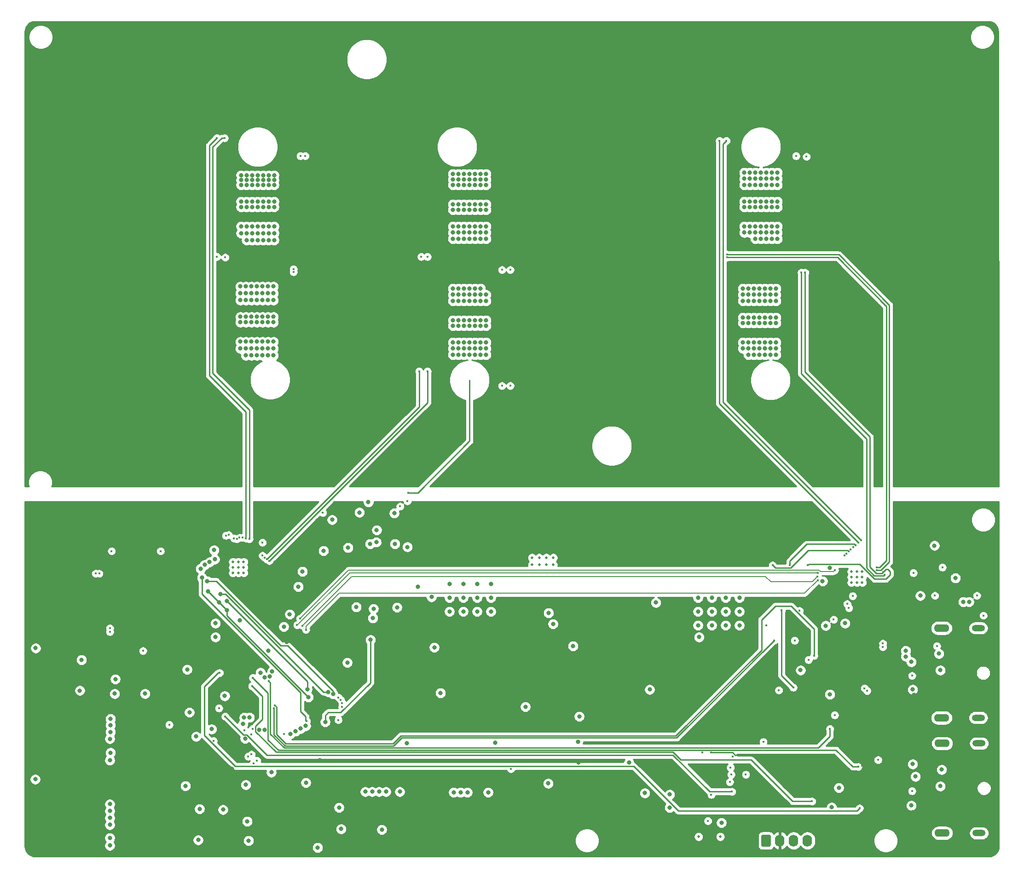
<source format=gbr>
%TF.GenerationSoftware,KiCad,Pcbnew,(5.1.12)-1*%
%TF.CreationDate,2021-11-28T23:41:53-06:00*%
%TF.ProjectId,DRV8350S_Double,44525638-3335-4305-935f-446f75626c65,rev?*%
%TF.SameCoordinates,Original*%
%TF.FileFunction,Copper,L2,Inr*%
%TF.FilePolarity,Positive*%
%FSLAX46Y46*%
G04 Gerber Fmt 4.6, Leading zero omitted, Abs format (unit mm)*
G04 Created by KiCad (PCBNEW (5.1.12)-1) date 2021-11-28 23:41:53*
%MOMM*%
%LPD*%
G01*
G04 APERTURE LIST*
%TA.AperFunction,ComponentPad*%
%ADD10C,0.500000*%
%TD*%
%TA.AperFunction,ComponentPad*%
%ADD11O,2.800000X1.400000*%
%TD*%
%TA.AperFunction,ComponentPad*%
%ADD12O,2.400000X1.200000*%
%TD*%
%TA.AperFunction,ComponentPad*%
%ADD13O,1.740000X2.200000*%
%TD*%
%TA.AperFunction,ViaPad*%
%ADD14C,0.800000*%
%TD*%
%TA.AperFunction,ViaPad*%
%ADD15C,0.400000*%
%TD*%
%TA.AperFunction,Conductor*%
%ADD16C,0.250000*%
%TD*%
%TA.AperFunction,Conductor*%
%ADD17C,0.200000*%
%TD*%
%TA.AperFunction,Conductor*%
%ADD18C,0.254000*%
%TD*%
%TA.AperFunction,Conductor*%
%ADD19C,0.100000*%
%TD*%
G04 APERTURE END LIST*
D10*
%TO.N,GND*%
%TO.C,U1*%
X126955000Y-115861500D03*
X126955000Y-114561500D03*
X128255000Y-115861500D03*
X128255000Y-114561500D03*
X129555000Y-115861500D03*
X129555000Y-114561500D03*
X130855000Y-115861500D03*
X130855000Y-114561500D03*
%TD*%
D11*
%TO.N,GND*%
%TO.C,J9*%
X202389000Y-165217000D03*
D12*
X209169000Y-165217000D03*
D11*
X202389000Y-148717000D03*
D12*
X209169000Y-148717000D03*
%TD*%
D11*
%TO.N,GND*%
%TO.C,J4*%
X202273000Y-144013000D03*
D12*
X209053000Y-144013000D03*
D11*
X202273000Y-127513000D03*
D12*
X209053000Y-127513000D03*
%TD*%
D10*
%TO.N,*%
%TO.C,J1*%
X157575500Y-165904000D03*
X161575500Y-165904000D03*
%TD*%
%TO.N,GND*%
%TO.C,U8*%
X185690000Y-117110000D03*
X186690000Y-117110000D03*
X187690000Y-117110000D03*
X185690000Y-118110000D03*
X186690000Y-118110000D03*
X187690000Y-118110000D03*
X185690000Y-119110000D03*
X186690000Y-119110000D03*
X187690000Y-119110000D03*
%TD*%
%TO.N,GND*%
%TO.C,U7*%
X71898000Y-115332000D03*
X72898000Y-115332000D03*
X73898000Y-115332000D03*
X71898000Y-116332000D03*
X72898000Y-116332000D03*
X73898000Y-116332000D03*
X71898000Y-117332000D03*
X72898000Y-117332000D03*
X73898000Y-117332000D03*
%TD*%
D13*
%TO.N,+12V*%
%TO.C,J3*%
X177609500Y-166624000D03*
%TO.N,+5V*%
X175069500Y-166624000D03*
%TO.N,+3V3*%
X172529500Y-166624000D03*
%TO.N,GND*%
%TA.AperFunction,ComponentPad*%
G36*
G01*
X169119500Y-167474001D02*
X169119500Y-165773999D01*
G75*
G02*
X169369499Y-165524000I249999J0D01*
G01*
X170609501Y-165524000D01*
G75*
G02*
X170859500Y-165773999I0J-249999D01*
G01*
X170859500Y-167474001D01*
G75*
G02*
X170609501Y-167724000I-249999J0D01*
G01*
X169369499Y-167724000D01*
G75*
G02*
X169119500Y-167474001I0J249999D01*
G01*
G37*
%TD.AperFunction*%
%TD*%
D14*
%TO.N,Vin*%
X91313000Y-56134000D03*
X92329000Y-56134000D03*
X94361000Y-56134000D03*
X90297000Y-56134000D03*
X93345000Y-56134000D03*
%TO.N,B1*%
X79502000Y-56134000D03*
X76454000Y-56134000D03*
X75438000Y-56134000D03*
X77470000Y-56134000D03*
X74422000Y-56134000D03*
X78486000Y-56134000D03*
%TO.N,Vin*%
X186436000Y-43561000D03*
X180340000Y-43561000D03*
X181356000Y-43561000D03*
X184404000Y-43561000D03*
X183388000Y-43561000D03*
X185420000Y-43561000D03*
X182372000Y-43561000D03*
X186436000Y-44831000D03*
X180340000Y-44831000D03*
X181356000Y-44831000D03*
X184404000Y-44831000D03*
X183388000Y-44831000D03*
X185420000Y-44831000D03*
X182372000Y-44831000D03*
X183388000Y-55880000D03*
X186436000Y-55880000D03*
X185420000Y-55880000D03*
X184404000Y-55880000D03*
X181356000Y-54737000D03*
X183388000Y-54737000D03*
X182372000Y-54737000D03*
X186436000Y-54737000D03*
X185420000Y-54737000D03*
X180340000Y-54737000D03*
X184404000Y-54737000D03*
X183007000Y-64897000D03*
X179959000Y-64897000D03*
X180975000Y-64897000D03*
X186055000Y-64897000D03*
X185039000Y-64897000D03*
X181991000Y-64897000D03*
X184023000Y-64897000D03*
X183007000Y-66167000D03*
X179959000Y-66167000D03*
X180975000Y-66167000D03*
X186055000Y-66167000D03*
X185039000Y-66167000D03*
X181991000Y-66167000D03*
X184023000Y-66167000D03*
X183007000Y-77216000D03*
X186055000Y-77216000D03*
X185039000Y-77216000D03*
X184023000Y-77216000D03*
X183007000Y-76073000D03*
X180975000Y-76073000D03*
X179959000Y-76073000D03*
X184023000Y-76073000D03*
X185039000Y-76073000D03*
X186055000Y-76073000D03*
X181991000Y-76073000D03*
%TO.N,A2*%
X166751000Y-77216000D03*
X171831000Y-77216000D03*
X167767000Y-77216000D03*
X169799000Y-77216000D03*
X170815000Y-77216000D03*
X168783000Y-77216000D03*
X169799000Y-76073000D03*
X170815000Y-76073000D03*
X166751000Y-76073000D03*
X165735000Y-76073000D03*
X168783000Y-76073000D03*
X171831000Y-76073000D03*
X167767000Y-76073000D03*
X167767000Y-65024000D03*
X169799000Y-65024000D03*
X165735000Y-65024000D03*
X168783000Y-65024000D03*
X166751000Y-65024000D03*
X170815000Y-65024000D03*
X171831000Y-65024000D03*
X167767000Y-66167000D03*
X169799000Y-66167000D03*
X165735000Y-66167000D03*
X168783000Y-66167000D03*
X166751000Y-66167000D03*
X170815000Y-66167000D03*
X171831000Y-66167000D03*
%TO.N,B2*%
X165989000Y-43688000D03*
X167005000Y-43688000D03*
X169037000Y-43688000D03*
X172085000Y-43688000D03*
X168021000Y-43688000D03*
X171069000Y-43688000D03*
X170053000Y-43688000D03*
X165989000Y-44831000D03*
X167005000Y-44831000D03*
X169037000Y-44831000D03*
X172085000Y-44831000D03*
X168021000Y-44831000D03*
X171069000Y-44831000D03*
X170053000Y-44831000D03*
X172085000Y-55880000D03*
X170053000Y-55880000D03*
X168021000Y-55880000D03*
X171069000Y-55880000D03*
X169037000Y-55880000D03*
X171069000Y-54737000D03*
X170053000Y-54737000D03*
X165989000Y-54737000D03*
X172085000Y-54737000D03*
X167005000Y-54737000D03*
X168021000Y-54737000D03*
X169037000Y-54737000D03*
%TO.N,C1*%
X75311000Y-77343000D03*
X77343000Y-77343000D03*
X79375000Y-77343000D03*
X76327000Y-77343000D03*
X74295000Y-77343000D03*
X78359000Y-77343000D03*
%TO.N,C2*%
X118491000Y-43942000D03*
X116459000Y-43942000D03*
X115443000Y-43942000D03*
X114427000Y-43942000D03*
X113411000Y-43942000D03*
X112395000Y-43942000D03*
X117475000Y-43942000D03*
X118491000Y-44958000D03*
X116459000Y-44958000D03*
X115443000Y-44958000D03*
X114427000Y-44958000D03*
X113411000Y-44958000D03*
X112395000Y-44958000D03*
X117475000Y-44958000D03*
X118491000Y-55880000D03*
X116459000Y-55880000D03*
X115443000Y-55880000D03*
X114427000Y-55880000D03*
X113411000Y-55880000D03*
X112395000Y-55880000D03*
X117475000Y-55880000D03*
X118491000Y-54737000D03*
X116459000Y-54737000D03*
X115443000Y-54737000D03*
X114427000Y-54737000D03*
X113411000Y-54737000D03*
X112395000Y-54737000D03*
X117475000Y-54737000D03*
%TO.N,A1*%
X112395000Y-77216000D03*
X116459000Y-77216000D03*
X113411000Y-77216000D03*
X115443000Y-77216000D03*
X114427000Y-77216000D03*
X117475000Y-77216000D03*
X118491000Y-77216000D03*
X112395000Y-76073000D03*
X116459000Y-76073000D03*
X113411000Y-76073000D03*
X115443000Y-76073000D03*
X114427000Y-76073000D03*
X117475000Y-76073000D03*
X118491000Y-76073000D03*
X112395000Y-65024000D03*
X116459000Y-65024000D03*
X113411000Y-65024000D03*
X115443000Y-65024000D03*
X114427000Y-65024000D03*
X117475000Y-65024000D03*
X112395000Y-66167000D03*
X116459000Y-66167000D03*
X113411000Y-66167000D03*
X115443000Y-66167000D03*
X114427000Y-66167000D03*
X117475000Y-66167000D03*
X118491000Y-66167000D03*
%TO.N,B1*%
X74422000Y-44196000D03*
X75438000Y-44196000D03*
X73406000Y-44196000D03*
X78486000Y-44196000D03*
X77470000Y-44196000D03*
X76454000Y-44196000D03*
X79502000Y-44196000D03*
X74422000Y-45085000D03*
X75438000Y-45085000D03*
X73406000Y-45085000D03*
X78486000Y-45085000D03*
X77470000Y-45085000D03*
X76454000Y-45085000D03*
X79502000Y-45085000D03*
X74422000Y-45974000D03*
X79502000Y-54864000D03*
X76454000Y-54864000D03*
X75438000Y-54864000D03*
X73406000Y-54864000D03*
X77470000Y-54864000D03*
X74422000Y-54864000D03*
X78486000Y-54864000D03*
%TO.N,Vin*%
X101092000Y-43307000D03*
X102108000Y-43307000D03*
X100076000Y-43307000D03*
X99060000Y-43307000D03*
X98044000Y-43307000D03*
X94361000Y-43434000D03*
X93345000Y-43434000D03*
X92329000Y-43434000D03*
X88265000Y-43434000D03*
X91313000Y-43434000D03*
X90297000Y-43434000D03*
X89281000Y-43434000D03*
X94361000Y-44704000D03*
X93345000Y-44704000D03*
X92329000Y-44704000D03*
X88265000Y-44704000D03*
X91313000Y-44704000D03*
X90297000Y-44704000D03*
X89281000Y-44704000D03*
X104140000Y-44577000D03*
X101092000Y-44577000D03*
X98044000Y-44577000D03*
X100076000Y-44577000D03*
X102108000Y-44577000D03*
X103124000Y-44577000D03*
X99060000Y-44577000D03*
X98044000Y-56007000D03*
X104140000Y-56007000D03*
X101092000Y-56007000D03*
X103124000Y-56007000D03*
X100076000Y-56007000D03*
X99060000Y-56007000D03*
X102108000Y-56007000D03*
X98044000Y-54737000D03*
X104140000Y-54737000D03*
X101092000Y-54737000D03*
X103124000Y-54737000D03*
X100076000Y-54737000D03*
X99060000Y-54737000D03*
X102108000Y-54737000D03*
X93345000Y-54864000D03*
X90297000Y-54864000D03*
X91313000Y-54864000D03*
X92329000Y-54864000D03*
X88265000Y-54864000D03*
X94361000Y-54864000D03*
X89281000Y-54864000D03*
X92607000Y-77296000D03*
X93623000Y-77296000D03*
X91591000Y-77296000D03*
X90575000Y-77296000D03*
X90551000Y-75946000D03*
X88519000Y-75946000D03*
X93599000Y-75946000D03*
X91567000Y-75946000D03*
X89535000Y-75946000D03*
X92583000Y-75946000D03*
X101473000Y-77470000D03*
X103505000Y-77470000D03*
X100457000Y-77470000D03*
X98425000Y-77470000D03*
X99441000Y-77470000D03*
X102489000Y-77470000D03*
X97409000Y-77470000D03*
X101473000Y-76200000D03*
X103505000Y-76200000D03*
X100457000Y-76200000D03*
X98425000Y-76200000D03*
X99441000Y-76200000D03*
X102489000Y-76200000D03*
X97409000Y-76200000D03*
X97409000Y-64770000D03*
X100457000Y-64770000D03*
X99441000Y-64770000D03*
X101473000Y-64770000D03*
X98425000Y-64770000D03*
X97409000Y-66040000D03*
X100457000Y-66040000D03*
X99441000Y-66040000D03*
X101473000Y-66040000D03*
X98425000Y-66040000D03*
X93599000Y-64516000D03*
X92583000Y-64516000D03*
X91567000Y-64516000D03*
X90551000Y-64516000D03*
X89535000Y-64516000D03*
X88519000Y-64516000D03*
X93599000Y-65786000D03*
X92583000Y-65786000D03*
X91567000Y-65786000D03*
X90551000Y-65786000D03*
X89535000Y-65786000D03*
X88519000Y-65786000D03*
%TO.N,C1*%
X79375000Y-76073000D03*
X76327000Y-76073000D03*
X75311000Y-76073000D03*
X77343000Y-76073000D03*
X74295000Y-76073000D03*
X78359000Y-76073000D03*
X73279000Y-76073000D03*
X75311000Y-64643000D03*
X73279000Y-64643000D03*
X76327000Y-64643000D03*
X74295000Y-64643000D03*
X78359000Y-64643000D03*
X79375000Y-64643000D03*
X77343000Y-64643000D03*
X75311000Y-65913000D03*
X73279000Y-65913000D03*
X76327000Y-65913000D03*
X74295000Y-65913000D03*
X78359000Y-65913000D03*
X79375000Y-65913000D03*
X77343000Y-65913000D03*
%TO.N,GND*%
X165100000Y-127000000D03*
X162560000Y-127000000D03*
X160020000Y-127000000D03*
X157480000Y-127000000D03*
X157480000Y-124460000D03*
X160020000Y-124460000D03*
X162560000Y-124460000D03*
X165100000Y-124460000D03*
X165100000Y-121920000D03*
X162560000Y-121920000D03*
X160020000Y-121920000D03*
X157480000Y-121920000D03*
X119380000Y-124460000D03*
X116840000Y-124460000D03*
X114300000Y-124460000D03*
X111760000Y-124460000D03*
X111760000Y-121920000D03*
X114300000Y-121920000D03*
X116840000Y-121920000D03*
X119380000Y-121920000D03*
X119380000Y-119380000D03*
X116840000Y-119380000D03*
X114300000Y-119380000D03*
X111760000Y-119380000D03*
X134493000Y-130810000D03*
X149733000Y-122809000D03*
X110109000Y-139446000D03*
X125730000Y-141986000D03*
X83947000Y-119888000D03*
X73152000Y-126111000D03*
X135382000Y-148463000D03*
X129921000Y-156083000D03*
X70408257Y-139991000D03*
X198374000Y-121539000D03*
X85344000Y-155956000D03*
X74295000Y-156337000D03*
X74168000Y-147828000D03*
X35560000Y-155321000D03*
X49276000Y-166116000D03*
X49276000Y-163703000D03*
X49276000Y-162433000D03*
X49276000Y-161163000D03*
X49276000Y-159893000D03*
X49403000Y-150431500D03*
X49276000Y-147891500D03*
X49403000Y-146621500D03*
X49403000Y-145351500D03*
X49403000Y-144208500D03*
X70104000Y-160909000D03*
X65532000Y-166497000D03*
X184531000Y-126619000D03*
X55753000Y-139573000D03*
X102108000Y-123698000D03*
X108458000Y-121793000D03*
X35623500Y-131191000D03*
X44069000Y-133350000D03*
X181737000Y-139700000D03*
X200977500Y-112331500D03*
X204814501Y-118300500D03*
X182054500Y-160491501D03*
X183388000Y-156881499D03*
X180975000Y-127063500D03*
X176339500Y-135255000D03*
X104013000Y-112585500D03*
X96837500Y-104330500D03*
X88582500Y-113284000D03*
X98298000Y-111696500D03*
X129984500Y-124714000D03*
X63500000Y-135128000D03*
X81280000Y-127254000D03*
X92964000Y-133858000D03*
X196723000Y-160147000D03*
X202057000Y-156591000D03*
X202311000Y-153543000D03*
X197485000Y-154813000D03*
X196977000Y-152527000D03*
X196977000Y-138811000D03*
X196723000Y-133731000D03*
X202057000Y-135255000D03*
X201803000Y-132207000D03*
D15*
X60198000Y-145288000D03*
D14*
X87503000Y-167894000D03*
X91440000Y-160528000D03*
X96266000Y-157607000D03*
X98806000Y-157607000D03*
X100076000Y-157607000D03*
X102616000Y-157607000D03*
X97536000Y-157607000D03*
X118872000Y-157734000D03*
X112522000Y-157734000D03*
X113792000Y-157734000D03*
X115062000Y-157734000D03*
X99314000Y-164592000D03*
D15*
X88455500Y-106299000D03*
X159918400Y-158165800D03*
X158242000Y-150393400D03*
X166268400Y-154457400D03*
X102666800Y-105105200D03*
X190601600Y-151765000D03*
X169494200Y-148437600D03*
X209981800Y-125196600D03*
D14*
X148590000Y-138811000D03*
D15*
X201422000Y-130810000D03*
X70612000Y-110490000D03*
X70485000Y-59309000D03*
X74930000Y-111125000D03*
X70358000Y-37338000D03*
X77343000Y-114173000D03*
X121412000Y-82931000D03*
X184404000Y-114173000D03*
X121412000Y-61595000D03*
X187452000Y-111379000D03*
X162687000Y-37846000D03*
X190373000Y-116332000D03*
X162814000Y-59309000D03*
X170053000Y-127000000D03*
D14*
%TO.N,Vin*%
X185039000Y-70358000D03*
X181991000Y-71374000D03*
X185039000Y-67310000D03*
X180975000Y-71374000D03*
X179959000Y-74930000D03*
X186055000Y-70358000D03*
X180975000Y-70358000D03*
X183007000Y-71374000D03*
X179959000Y-71374000D03*
X183007000Y-67310000D03*
X186055000Y-67310000D03*
X185039000Y-71374000D03*
X184023000Y-67310000D03*
X184023000Y-71374000D03*
X184023000Y-70358000D03*
X184023000Y-74930000D03*
X179959000Y-70358000D03*
X186055000Y-71374000D03*
X185039000Y-74930000D03*
X181991000Y-67310000D03*
X186055000Y-74930000D03*
X181991000Y-74930000D03*
X181991000Y-70358000D03*
X183007000Y-70358000D03*
X179959000Y-67310000D03*
X183007000Y-74930000D03*
X180975000Y-74930000D03*
X180975000Y-67310000D03*
X182372000Y-45974000D03*
X186436000Y-53594000D03*
X180340000Y-45974000D03*
X183388000Y-53594000D03*
X184404000Y-53594000D03*
X182372000Y-53594000D03*
X182372000Y-49022000D03*
X181356000Y-53594000D03*
X184404000Y-49022000D03*
X183388000Y-45974000D03*
X185420000Y-53594000D03*
X180340000Y-49022000D03*
X185420000Y-50038000D03*
X186436000Y-50038000D03*
X183388000Y-50038000D03*
X180340000Y-50038000D03*
X181356000Y-45974000D03*
X184404000Y-50038000D03*
X183388000Y-49022000D03*
X186436000Y-45974000D03*
X184404000Y-45974000D03*
X180340000Y-53594000D03*
X185420000Y-45974000D03*
X185420000Y-49022000D03*
X182372000Y-50038000D03*
X181356000Y-50038000D03*
X181356000Y-49022000D03*
X186436000Y-49022000D03*
X102108000Y-53467000D03*
X98044000Y-45847000D03*
X104140000Y-53467000D03*
X101092000Y-45847000D03*
X100076000Y-45847000D03*
X102108000Y-45847000D03*
X102108000Y-50419000D03*
X103124000Y-45847000D03*
X100076000Y-50419000D03*
X101092000Y-53467000D03*
X99060000Y-45847000D03*
X104140000Y-50419000D03*
X99060000Y-49403000D03*
X98044000Y-49403000D03*
X101092000Y-49403000D03*
X104140000Y-49403000D03*
X103124000Y-53467000D03*
X100076000Y-49403000D03*
X101092000Y-50419000D03*
X98044000Y-53467000D03*
X100076000Y-53467000D03*
X104140000Y-45847000D03*
X99060000Y-53467000D03*
X99060000Y-50419000D03*
X102108000Y-49403000D03*
X103124000Y-49403000D03*
X103124000Y-50419000D03*
X98044000Y-50419000D03*
X101473000Y-74930000D03*
X97409000Y-67310000D03*
X103505000Y-74930000D03*
X100457000Y-67310000D03*
X99441000Y-67310000D03*
X101473000Y-67310000D03*
X101473000Y-71882000D03*
X102489000Y-67310000D03*
X99441000Y-71882000D03*
X100457000Y-74930000D03*
X98425000Y-67310000D03*
X103505000Y-71882000D03*
X98425000Y-70866000D03*
X100457000Y-70866000D03*
X103505000Y-70866000D03*
X102489000Y-74930000D03*
X99441000Y-70866000D03*
X100457000Y-71882000D03*
X97409000Y-74930000D03*
X99441000Y-74930000D03*
X103505000Y-67310000D03*
X98425000Y-74930000D03*
X98425000Y-71882000D03*
X101473000Y-70866000D03*
X102489000Y-70866000D03*
X102489000Y-71882000D03*
X97409000Y-71882000D03*
X90297000Y-45974000D03*
X94361000Y-53594000D03*
X88265000Y-45974000D03*
X91313000Y-53594000D03*
X92329000Y-53594000D03*
X90297000Y-53594000D03*
X90297000Y-49022000D03*
X89281000Y-53594000D03*
X92329000Y-49022000D03*
X91313000Y-45974000D03*
X93345000Y-53594000D03*
X88265000Y-49022000D03*
X93345000Y-50038000D03*
X94361000Y-50038000D03*
X91313000Y-50038000D03*
X88265000Y-50038000D03*
X89281000Y-45974000D03*
X92329000Y-50038000D03*
X91313000Y-49022000D03*
X94361000Y-45974000D03*
X92329000Y-45974000D03*
X88265000Y-53594000D03*
X93345000Y-45974000D03*
X93345000Y-49022000D03*
X90297000Y-50038000D03*
X89281000Y-50038000D03*
X89281000Y-49022000D03*
X94361000Y-49022000D03*
X93599000Y-74676000D03*
X92583000Y-74676000D03*
X91567000Y-74676000D03*
X90551000Y-74676000D03*
X89535000Y-74676000D03*
X88519000Y-74676000D03*
X88519000Y-71120000D03*
X89535000Y-71120000D03*
X90551000Y-71120000D03*
X91567000Y-71120000D03*
X92583000Y-71120000D03*
X93599000Y-71120000D03*
X93599000Y-70104000D03*
X92583000Y-70104000D03*
X91567000Y-70104000D03*
X90551000Y-70104000D03*
X89535000Y-70104000D03*
X88519000Y-70104000D03*
X88519000Y-67056000D03*
X89535000Y-67056000D03*
X90551000Y-67056000D03*
X91567000Y-67056000D03*
X92583000Y-67056000D03*
X93599000Y-67056000D03*
X97409000Y-70866000D03*
X65278000Y-64516000D03*
X64262000Y-64516000D03*
X63246000Y-64516000D03*
X62230000Y-64516000D03*
X61214000Y-64516000D03*
X65278000Y-78232000D03*
X64262000Y-78232000D03*
X63246000Y-78232000D03*
X62230000Y-78232000D03*
X61214000Y-78232000D03*
X64897000Y-43688000D03*
X63881000Y-43688000D03*
X62865000Y-43688000D03*
X61849000Y-43688000D03*
X60833000Y-43688000D03*
X64897000Y-57404000D03*
X63881000Y-57404000D03*
X62865000Y-57404000D03*
X61849000Y-57404000D03*
X60833000Y-57404000D03*
X126873000Y-78486000D03*
X127889000Y-78486000D03*
X128905000Y-78486000D03*
X129921000Y-78486000D03*
X130937000Y-78486000D03*
X126873000Y-64262000D03*
X127889000Y-64262000D03*
X128905000Y-64262000D03*
X129921000Y-64262000D03*
X130937000Y-64262000D03*
X126492000Y-57531000D03*
X127508000Y-57531000D03*
X128524000Y-57531000D03*
X129540000Y-57531000D03*
X130556000Y-57531000D03*
X126492000Y-43942000D03*
X127508000Y-43942000D03*
X128524000Y-43942000D03*
X129540000Y-43942000D03*
X130556000Y-43942000D03*
X157480000Y-78232000D03*
X156464000Y-78232000D03*
X155448000Y-78232000D03*
X154432000Y-78232000D03*
X153416000Y-78232000D03*
X157480000Y-64008000D03*
X156464000Y-64008000D03*
X155448000Y-64008000D03*
X154432000Y-64008000D03*
X153416000Y-64008000D03*
X157734000Y-57531000D03*
X156718000Y-57531000D03*
X155702000Y-57531000D03*
X154686000Y-57531000D03*
X153670000Y-57531000D03*
X157734000Y-43942000D03*
X156718000Y-43942000D03*
X155702000Y-43942000D03*
X154686000Y-43942000D03*
X153670000Y-43942000D03*
X84709000Y-117094000D03*
D15*
X44577000Y-81153000D03*
X104013000Y-104140000D03*
X197104000Y-117348000D03*
X196850000Y-86360000D03*
%TO.N,USBGND*%
X159288520Y-162985635D03*
D14*
X161798000Y-163322000D03*
X152273000Y-158115000D03*
X152273000Y-160528000D03*
%TO.N,+3V3*%
X135636000Y-157353000D03*
X135509000Y-154813000D03*
X135509000Y-152273000D03*
X63296800Y-152095200D03*
X74422000Y-160909000D03*
X81788000Y-130048000D03*
X100838000Y-123634500D03*
X61283680Y-144292320D03*
X38544500Y-139001500D03*
X177927000Y-155321000D03*
X207899000Y-117348000D03*
X69118480Y-131668520D03*
X71755000Y-153416000D03*
X89406590Y-135255000D03*
X87947500Y-151828500D03*
X196977000Y-161417000D03*
X197231000Y-139827000D03*
D15*
X60198000Y-138395999D03*
D14*
X81534000Y-164592000D03*
X130810000Y-134620000D03*
D15*
X157073600Y-157353000D03*
X159918400Y-150393400D03*
X135737600Y-159969200D03*
X123393200Y-156057600D03*
X187655200Y-152831800D03*
X176352200Y-148386800D03*
D14*
%TO.N,NRST*%
X43751500Y-139001500D03*
X105918000Y-119888000D03*
X97218500Y-129667000D03*
X88900000Y-144780000D03*
D15*
X69342000Y-142240000D03*
X75546996Y-146050000D03*
D14*
%TO.N,+12V*%
X108966000Y-131064000D03*
X130810000Y-126746000D03*
X94615000Y-123634500D03*
X157670500Y-129159000D03*
D15*
%TO.N,5V_ISO*%
X55372000Y-131699000D03*
X49585880Y-113339880D03*
D14*
%TO.N,+5V*%
X49276000Y-167513000D03*
X49276000Y-151828500D03*
X74803000Y-166624000D03*
X65786000Y-160782000D03*
X50165000Y-139573000D03*
X50292000Y-136906000D03*
X98361500Y-109474000D03*
X63169800Y-156540200D03*
X91821000Y-164465000D03*
X103886000Y-148717000D03*
X120142000Y-148590000D03*
D15*
X58610500Y-113347500D03*
X163576000Y-154457400D03*
D14*
X135636000Y-143764000D03*
D15*
X177800000Y-133350000D03*
X123063000Y-153416000D03*
D14*
%TO.N,VDDA*%
X67994227Y-146101767D03*
X63908940Y-143014700D03*
%TO.N,VREF*%
X65151000Y-147447000D03*
X73787000Y-145161000D03*
%TO.N,A1*%
X116459000Y-74930000D03*
X112395000Y-67310000D03*
X118491000Y-74930000D03*
X115443000Y-67310000D03*
X114427000Y-67310000D03*
X116459000Y-67310000D03*
X116459000Y-71882000D03*
X117475000Y-67310000D03*
X114427000Y-71882000D03*
X115443000Y-74930000D03*
X113411000Y-67310000D03*
X118491000Y-71882000D03*
X113411000Y-70866000D03*
X112395000Y-70866000D03*
X115443000Y-70866000D03*
X118491000Y-70866000D03*
X117475000Y-74930000D03*
X114427000Y-70866000D03*
X115443000Y-71882000D03*
X112395000Y-74930000D03*
X114427000Y-74930000D03*
X118491000Y-67310000D03*
X113411000Y-74930000D03*
X113411000Y-71882000D03*
X116459000Y-70866000D03*
X117475000Y-70866000D03*
X117475000Y-71882000D03*
X112395000Y-71882000D03*
D15*
X78152690Y-114840134D03*
X106172000Y-80264000D03*
X104140000Y-102616000D03*
D14*
%TO.N,A2*%
X170815000Y-71374000D03*
X166751000Y-71374000D03*
X170815000Y-70358000D03*
X169799000Y-71374000D03*
X170815000Y-74930000D03*
X171831000Y-74930000D03*
X171831000Y-67310000D03*
X167767000Y-71374000D03*
X167767000Y-67310000D03*
X166751000Y-74930000D03*
X169799000Y-67310000D03*
X166751000Y-70358000D03*
X167767000Y-70358000D03*
X169799000Y-74930000D03*
X168783000Y-71374000D03*
X165735000Y-71374000D03*
X170815000Y-67310000D03*
X165735000Y-67310000D03*
X169799000Y-70358000D03*
X171831000Y-70358000D03*
X165735000Y-70358000D03*
X165735000Y-74930000D03*
X167767000Y-74930000D03*
X168783000Y-74930000D03*
X171831000Y-71374000D03*
X168783000Y-67310000D03*
X168783000Y-70358000D03*
X166751000Y-67310000D03*
D15*
X177673000Y-115951000D03*
X191516000Y-117221000D03*
X177165000Y-62103000D03*
D14*
%TO.N,B1*%
X75438000Y-45974000D03*
X79502000Y-53594000D03*
X73406000Y-45974000D03*
X76454000Y-53594000D03*
X77470000Y-53594000D03*
X75438000Y-53594000D03*
X75438000Y-49022000D03*
X74422000Y-53594000D03*
X77470000Y-49022000D03*
X76454000Y-45974000D03*
X78486000Y-53594000D03*
X73406000Y-49022000D03*
X78486000Y-50038000D03*
X79502000Y-50038000D03*
X76454000Y-50038000D03*
X73406000Y-50038000D03*
X77470000Y-50038000D03*
X76454000Y-49022000D03*
X79502000Y-45974000D03*
X77470000Y-45974000D03*
X73406000Y-53594000D03*
X78486000Y-45974000D03*
X78486000Y-49022000D03*
X75438000Y-50038000D03*
X74422000Y-50038000D03*
X74422000Y-49022000D03*
X79502000Y-49022000D03*
D15*
X73660000Y-110871000D03*
X85217000Y-40640000D03*
D14*
%TO.N,B2*%
X171069000Y-50038000D03*
X167005000Y-50038000D03*
X171069000Y-49022000D03*
X170053000Y-50038000D03*
X171069000Y-53594000D03*
X172085000Y-53594000D03*
X172085000Y-45974000D03*
X168021000Y-50038000D03*
X168021000Y-45974000D03*
X167005000Y-53594000D03*
X170053000Y-45974000D03*
X167005000Y-49022000D03*
X168021000Y-49022000D03*
X170053000Y-53594000D03*
X169037000Y-50038000D03*
X165989000Y-50038000D03*
X171069000Y-45974000D03*
X165989000Y-45974000D03*
X170053000Y-49022000D03*
X172085000Y-49022000D03*
X165989000Y-49022000D03*
X165989000Y-53594000D03*
X168021000Y-53594000D03*
X169037000Y-53594000D03*
X172085000Y-50038000D03*
X169037000Y-45974000D03*
X169037000Y-49022000D03*
X167005000Y-45974000D03*
D15*
X174371000Y-115951000D03*
X186436000Y-112268000D03*
X177419000Y-40767000D03*
D14*
%TO.N,C1*%
X75311000Y-67183000D03*
X79375000Y-74803000D03*
X73279000Y-67183000D03*
X76327000Y-74803000D03*
X77343000Y-74803000D03*
X75311000Y-74803000D03*
X75311000Y-70231000D03*
X74295000Y-74803000D03*
X77343000Y-70231000D03*
X76327000Y-67183000D03*
X78359000Y-74803000D03*
X73279000Y-70231000D03*
X78359000Y-71247000D03*
X79375000Y-71247000D03*
X76327000Y-71247000D03*
X73279000Y-71247000D03*
X74295000Y-67183000D03*
X77343000Y-71247000D03*
X76327000Y-70231000D03*
X79375000Y-67183000D03*
X77343000Y-67183000D03*
X73279000Y-74803000D03*
X78359000Y-67183000D03*
X78359000Y-70231000D03*
X75311000Y-71247000D03*
X74295000Y-71247000D03*
X74295000Y-70231000D03*
X79375000Y-70231000D03*
X90170000Y-107569000D03*
D15*
X72100000Y-110998000D03*
X83058000Y-61448997D03*
X77343000Y-111760000D03*
D14*
%TO.N,C2*%
X113411000Y-49530000D03*
X117475000Y-49530000D03*
X113411000Y-50546000D03*
X114427000Y-49530000D03*
X113411000Y-45974000D03*
X112395000Y-45974000D03*
X112395000Y-53594000D03*
X116459000Y-49530000D03*
X116459000Y-53594000D03*
X117475000Y-45974000D03*
X114427000Y-53594000D03*
X117475000Y-50546000D03*
X116459000Y-50546000D03*
X114427000Y-45974000D03*
X115443000Y-49530000D03*
X118491000Y-49530000D03*
X113411000Y-53594000D03*
X118491000Y-53594000D03*
X114427000Y-50546000D03*
X112395000Y-50546000D03*
X118491000Y-50546000D03*
X118491000Y-45974000D03*
X116459000Y-45974000D03*
X115443000Y-45974000D03*
X112395000Y-49530000D03*
X115443000Y-53594000D03*
X115443000Y-50546000D03*
X117475000Y-53594000D03*
D15*
X171196000Y-115951000D03*
X185166000Y-113411000D03*
X106553000Y-59182000D03*
D14*
%TO.N,C_DIVIDER_1*%
X97155000Y-112014000D03*
D15*
%TO.N,B_DIVIDER_2*%
X175260000Y-129794000D03*
X176149000Y-124333000D03*
%TO.N,C_DIVIDER_2*%
X172847000Y-124206000D03*
X175006000Y-138430000D03*
%TO.N,PC13*%
X68326000Y-148234400D03*
X91295990Y-144416010D03*
D14*
%TO.N,SWDIO*%
X97790000Y-123952000D03*
X97663000Y-125666500D03*
D15*
%TO.N,GLA1*%
X77715646Y-114545646D03*
X122936000Y-82931000D03*
%TO.N,GLA2*%
X190373000Y-116859003D03*
X162814000Y-58781997D03*
%TO.N,GHA1*%
X78591389Y-115132152D03*
X107696000Y-80264000D03*
%TO.N,GHA2*%
X191808328Y-117659492D03*
X176474000Y-62103000D03*
%TO.N,GLB1*%
X74295000Y-110998000D03*
X68961000Y-37338000D03*
%TO.N,GLB2*%
X186944000Y-111760000D03*
X161417000Y-37846000D03*
%TO.N,GHB1*%
X73132997Y-110871000D03*
X84328000Y-40640000D03*
%TO.N,GHB2*%
X186055000Y-112649000D03*
X175514000Y-40640000D03*
%TO.N,GLC1*%
X71123338Y-110362113D03*
X68961000Y-59182000D03*
%TO.N,GLC2*%
X184785000Y-113792000D03*
X122936000Y-61595000D03*
%TO.N,C1*%
X72644000Y-111125000D03*
X83058000Y-61976000D03*
%TO.N,GHC2*%
X185547000Y-113030000D03*
X107696000Y-59182000D03*
D14*
%TO.N,DRV2_EN*%
X78422500Y-131699000D03*
X180403500Y-118872000D03*
%TO.N,~Fault2*%
X181737000Y-116395500D03*
X82359500Y-124968000D03*
D15*
%TO.N,SPI3_MOSI*%
X179482588Y-117320499D03*
X83708999Y-126936500D03*
%TO.N,SPI3_MISO*%
X182626000Y-116860000D03*
X84228446Y-125757446D03*
%TO.N,SPI3_SCK*%
X179460948Y-118027945D03*
X84709000Y-127063500D03*
%TO.N,SPI3_nSS*%
X179514500Y-118681500D03*
X85344000Y-127825500D03*
D14*
%TO.N,PWM_C1*%
X70802500Y-122555000D03*
X85598000Y-138747500D03*
%TO.N,PWM_B1*%
X69623097Y-121257903D03*
X89408000Y-139255500D03*
%TO.N,PWM_A1*%
X67183000Y-118872000D03*
X90327147Y-139649420D03*
%TO.N,INV1_EN*%
X67310000Y-120713500D03*
X69342000Y-122809000D03*
X70802500Y-124206000D03*
X85788500Y-140208000D03*
D15*
%TO.N,PWM_C2*%
X91313000Y-140271500D03*
X185928000Y-121602500D03*
%TO.N,PWM_B2*%
X91737265Y-140695765D03*
X184912000Y-123063000D03*
%TO.N,PWM_A2*%
X92011500Y-141287500D03*
X182425732Y-125930268D03*
%TO.N,INV2_EN*%
X91984054Y-142022054D03*
X185229500Y-123825000D03*
D14*
%TO.N,DRV1_EN*%
X66230500Y-118237000D03*
D15*
X85471000Y-144653000D03*
D14*
%TO.N,~Fault1*%
X85318808Y-145507000D03*
X68453000Y-113157000D03*
%TO.N,SPI2_MOSI*%
X84375826Y-146007000D03*
X67623234Y-115357000D03*
%TO.N,SPI2_MISO*%
X83420888Y-146507000D03*
X68580000Y-114857000D03*
%TO.N,SPI2_SCK*%
X82454738Y-147007000D03*
X66729078Y-115861000D03*
D15*
%TO.N,SPI2_nSS*%
X81280000Y-147002500D03*
D14*
X65976500Y-116586000D03*
%TO.N,SPI6_nSS_+*%
X207344500Y-122682000D03*
X195707000Y-132732000D03*
%TO.N,SPI6_nSS_-*%
X206294500Y-122682000D03*
X195707000Y-131682000D03*
D15*
%TO.N,SPI6_MISO_-*%
X188111190Y-138581190D03*
X191472053Y-130993215D03*
%TO.N,SPI6_MISO_+*%
X188570810Y-139040810D03*
X191472053Y-130343215D03*
D14*
%TO.N,PHASE_C_1_AMP_OUT*%
X93091000Y-112712500D03*
X77724000Y-136588500D03*
X77724000Y-146240500D03*
%TO.N,PHASE_B_1_AMP_OUT*%
X95186500Y-106235500D03*
X76723997Y-146240500D03*
X76972499Y-135699500D03*
%TO.N,PHASE_A_1_AMP_OUT*%
X101600000Y-106362500D03*
X74970367Y-143957000D03*
D15*
%TO.N,SPI6_MOSI*%
X202438000Y-116332000D03*
X76327000Y-151892000D03*
%TO.N,SPI6_MISO*%
X75692000Y-152400000D03*
X182626000Y-143510000D03*
%TO.N,SPI6_SCK*%
X201041000Y-121539000D03*
X75311000Y-150749000D03*
%TO.N,SPI6_nSS*%
X208788000Y-121539000D03*
X74708000Y-151130000D03*
%TO.N,PHASE_C_2_AMP_OUT*%
X172339000Y-138938000D03*
X75311000Y-147066000D03*
D14*
%TO.N,DC_AMP_OUT*%
X101727000Y-112014000D03*
X73970364Y-143957000D03*
D15*
%TO.N,PHASE_B_2_AMP_OUT*%
X171450000Y-129794000D03*
X79462348Y-142231958D03*
%TO.N,PHASE_A_2_AMP_OUT*%
X178816000Y-132588000D03*
X79629000Y-141732000D03*
%TO.N,SPI4_MOSI*%
X178435000Y-159385000D03*
X75438000Y-138176000D03*
%TO.N,SPI4_MISO*%
X181737000Y-146050000D03*
X78486000Y-137287000D03*
%TO.N,SPI4_nSS*%
X186944000Y-153035000D03*
X75565000Y-136652000D03*
%TO.N,SPI4_SCK*%
X187198000Y-160655000D03*
X69465903Y-135741191D03*
D14*
%TO.N,Net-(JP1-Pad2)*%
X147701000Y-157861000D03*
X144780000Y-152273000D03*
%TO.N,DFSDM1_CKIN1*%
X74549000Y-163068000D03*
X78981000Y-154051000D03*
%TO.N,CAN1_TX*%
X79139943Y-135483870D03*
X68707000Y-126619000D03*
%TO.N,CAN1_RX*%
X78705702Y-136398068D03*
X68707000Y-129159000D03*
D15*
%TO.N,CAN_IN+*%
X49276000Y-128190320D03*
X46665000Y-117475000D03*
%TO.N,CAN_IN-*%
X49276000Y-127540320D03*
X47315000Y-117475000D03*
%TO.N,TEMP_2*%
X163322000Y-155829000D03*
X196850000Y-157480000D03*
%TO.N,TEMP_1*%
X196850000Y-136271000D03*
X163449000Y-153162000D03*
%TO.N,TEMP_1_OUT*%
X74041000Y-146304000D03*
X163880800Y-151104600D03*
%TO.N,TEMP_2_OUT*%
X163728400Y-157607000D03*
X70485000Y-143764000D03*
%TD*%
D16*
%TO.N,GND*%
X74930000Y-111125000D02*
X74930000Y-87376000D01*
X74930000Y-87376000D02*
X68199000Y-80645000D01*
X68199000Y-80645000D02*
X68199000Y-38989000D01*
X69850000Y-37338000D02*
X70358000Y-37338000D01*
X68199000Y-38989000D02*
X69850000Y-37338000D01*
X187452000Y-111379000D02*
X162052000Y-85979000D01*
X162052000Y-38481000D02*
X162687000Y-37846000D01*
X162052000Y-85979000D02*
X162052000Y-38481000D01*
X190373000Y-116332000D02*
X190754000Y-116332000D01*
X190754000Y-116332000D02*
X190881000Y-116332000D01*
X190881000Y-116332000D02*
X192151000Y-115062000D01*
X192151000Y-115062000D02*
X192151000Y-68326000D01*
X183134000Y-59309000D02*
X162814000Y-59309000D01*
X192151000Y-68326000D02*
X183134000Y-59309000D01*
%TO.N,+3V3*%
X81788000Y-130048000D02*
X81788000Y-129286000D01*
X163838562Y-150393400D02*
X164321162Y-150876000D01*
X159918400Y-150393400D02*
X163838562Y-150393400D01*
X164321162Y-150876000D02*
X169291000Y-150876000D01*
%TO.N,NRST*%
X88900000Y-143580007D02*
X88900000Y-144780000D01*
X89440999Y-143039008D02*
X88900000Y-143580007D01*
X91744102Y-143039008D02*
X89440999Y-143039008D01*
X97218500Y-137564610D02*
X91744102Y-143039008D01*
X97218500Y-129667000D02*
X97218500Y-137564610D01*
%TO.N,A1*%
X78152690Y-114840134D02*
X106172000Y-86820824D01*
X106172000Y-86820824D02*
X106172000Y-80264000D01*
X104140000Y-102616000D02*
X105918000Y-102616000D01*
X115443000Y-93091000D02*
X115443000Y-81915000D01*
X105918000Y-102616000D02*
X115443000Y-93091000D01*
%TO.N,A2*%
X190266034Y-117420999D02*
X189103000Y-116257965D01*
X191316001Y-117420999D02*
X190266034Y-117420999D01*
X191516000Y-117221000D02*
X191316001Y-117420999D01*
X189103000Y-116257965D02*
X189103000Y-92329000D01*
X189103000Y-92329000D02*
X177165000Y-80391000D01*
X177165000Y-80391000D02*
X177165000Y-62103000D01*
X187219327Y-115743499D02*
X189966828Y-118491000D01*
X177880501Y-115743499D02*
X187219327Y-115743499D01*
X177673000Y-115951000D02*
X177880501Y-115743499D01*
X189966828Y-118491000D02*
X192024000Y-118491000D01*
X192024000Y-118491000D02*
X192786000Y-117729000D01*
X192786000Y-117729000D02*
X192786000Y-117094000D01*
X192786000Y-117094000D02*
X192405000Y-116713000D01*
X192024000Y-116713000D02*
X191516000Y-117221000D01*
X192405000Y-116713000D02*
X192024000Y-116713000D01*
%TO.N,B2*%
X174371000Y-115951000D02*
X174371000Y-115189000D01*
X186236001Y-112068001D02*
X186436000Y-112268000D01*
X177491999Y-112068001D02*
X186236001Y-112068001D01*
X174371000Y-115189000D02*
X177491999Y-112068001D01*
%TO.N,C1*%
X90143994Y-107542994D02*
X90170000Y-107569000D01*
%TO.N,C2*%
X171196000Y-115951000D02*
X171713488Y-116468488D01*
X184966001Y-113211001D02*
X185166000Y-113411000D01*
X177779961Y-113211001D02*
X184966001Y-113211001D01*
X174522474Y-116468488D02*
X177779961Y-113211001D01*
X171713488Y-116468488D02*
X174522474Y-116468488D01*
%TO.N,C_DIVIDER_2*%
X172847000Y-124206000D02*
X172847000Y-131826000D01*
X172847000Y-136271000D02*
X175006000Y-138430000D01*
X172847000Y-131826000D02*
X172847000Y-136271000D01*
%TO.N,GLA2*%
X190373000Y-116859003D02*
X191115997Y-116859003D01*
X191115997Y-116859003D02*
X192659000Y-115316000D01*
X192659000Y-115316000D02*
X192659000Y-68072000D01*
X192659000Y-68072000D02*
X183388000Y-58801000D01*
X162833003Y-58801000D02*
X162814000Y-58781997D01*
X183388000Y-58801000D02*
X162833003Y-58801000D01*
%TO.N,GHA1*%
X78591389Y-115132152D02*
X106680000Y-87043541D01*
X107696000Y-86027541D02*
X106680000Y-87043541D01*
X107696000Y-80264000D02*
X107696000Y-86027541D01*
%TO.N,GHA2*%
X189865000Y-117856000D02*
X191611820Y-117856000D01*
X188468000Y-116459000D02*
X189865000Y-117856000D01*
X191611820Y-117856000D02*
X191808328Y-117659492D01*
X188468000Y-92710000D02*
X188468000Y-116459000D01*
X176474000Y-80716000D02*
X188468000Y-92710000D01*
X176474000Y-62103000D02*
X176474000Y-80716000D01*
%TO.N,GLB1*%
X74295000Y-110998000D02*
X74295000Y-87757000D01*
X74295000Y-87757000D02*
X67564000Y-81026000D01*
X67564000Y-38735000D02*
X68961000Y-37338000D01*
X67564000Y-81026000D02*
X67564000Y-38735000D01*
%TO.N,GLB2*%
X161417000Y-86233000D02*
X161480500Y-86296500D01*
X161417000Y-37846000D02*
X161417000Y-86233000D01*
X186944000Y-111760000D02*
X161480500Y-86296500D01*
D17*
%TO.N,SPI3_MOSI*%
X179482588Y-117320499D02*
X93372501Y-117320499D01*
X93372501Y-117320499D02*
X84042250Y-126650750D01*
X84042250Y-126650750D02*
X83820000Y-126873000D01*
X83772499Y-126873000D02*
X83708999Y-126936500D01*
X83820000Y-126873000D02*
X83772499Y-126873000D01*
%TO.N,SPI3_MISO*%
X93165394Y-116820498D02*
X84228446Y-125757446D01*
X179997592Y-117095501D02*
X179722589Y-116820498D01*
X182390499Y-117095501D02*
X179997592Y-117095501D01*
X179722589Y-116820498D02*
X93165394Y-116820498D01*
X182626000Y-116860000D02*
X182390499Y-117095501D01*
%TO.N,SPI3_SCK*%
X169887443Y-118027945D02*
X93744555Y-118027945D01*
X170859999Y-119000501D02*
X169887443Y-118027945D01*
X93744555Y-118027945D02*
X84709000Y-127063500D01*
X178488392Y-119000501D02*
X170859999Y-119000501D01*
X179460948Y-118027945D02*
X178488392Y-119000501D01*
%TO.N,SPI3_nSS*%
X177103001Y-121092999D02*
X91441501Y-121092999D01*
X179514500Y-118681500D02*
X177103001Y-121092999D01*
X85344000Y-127190500D02*
X85344000Y-127825500D01*
X91441501Y-121092999D02*
X85344000Y-127190500D01*
D16*
%TO.N,PWM_C1*%
X85598000Y-137350500D02*
X85598000Y-138747500D01*
X70802500Y-122555000D02*
X85598000Y-137350500D01*
%TO.N,PWM_B1*%
X70578405Y-121257903D02*
X69623097Y-121257903D01*
X88576002Y-139255500D02*
X70578405Y-121257903D01*
X89408000Y-139255500D02*
X88576002Y-139255500D01*
%TO.N,PWM_A1*%
X68828912Y-118872000D02*
X67183000Y-118872000D01*
X80729913Y-130773001D02*
X68828912Y-118872000D01*
X82016413Y-130773001D02*
X80729913Y-130773001D01*
X90327147Y-139083735D02*
X82016413Y-130773001D01*
X90327147Y-139649420D02*
X90327147Y-139083735D01*
%TO.N,INV1_EN*%
X69342000Y-122745500D02*
X69342000Y-122809000D01*
X67310000Y-120713500D02*
X69342000Y-122745500D01*
X69405500Y-122809000D02*
X70802500Y-124206000D01*
X69342000Y-122809000D02*
X69405500Y-122809000D01*
X70802500Y-125222000D02*
X85788500Y-140208000D01*
X70802500Y-124206000D02*
X70802500Y-125222000D01*
%TO.N,DRV1_EN*%
X84359045Y-139414955D02*
X84359045Y-142832280D01*
X66230500Y-121286410D02*
X84359045Y-139414955D01*
X66230500Y-118237000D02*
X66230500Y-121286410D01*
X84359045Y-142832280D02*
X85317383Y-143790617D01*
X85317383Y-144499383D02*
X85471000Y-144653000D01*
X85317383Y-143790617D02*
X85317383Y-144499383D01*
%TO.N,PHASE_B_2_AMP_OUT*%
X102959379Y-147701000D02*
X153543000Y-147701000D01*
X101473000Y-149187379D02*
X102959379Y-147701000D01*
X81521551Y-149187379D02*
X101473000Y-149187379D01*
X79462348Y-147128176D02*
X81521551Y-149187379D01*
X153543000Y-147701000D02*
X171450000Y-129794000D01*
X79462348Y-142231958D02*
X79462348Y-147128176D01*
%TO.N,PHASE_A_2_AMP_OUT*%
X79914349Y-142017349D02*
X79914349Y-147047005D01*
X79629000Y-141732000D02*
X79914349Y-142017349D01*
X79914349Y-147047005D02*
X81677713Y-148810369D01*
X101371126Y-148756081D02*
X102803217Y-147323990D01*
X81732001Y-148756081D02*
X101371126Y-148756081D01*
X81677713Y-148810369D02*
X81732001Y-148756081D01*
X102803217Y-147323990D02*
X153386838Y-147323990D01*
X153386838Y-147323990D02*
X169164000Y-131546828D01*
X169164000Y-131546828D02*
X169164000Y-125984000D01*
X169164000Y-125984000D02*
X171704000Y-123444000D01*
X178816000Y-127668962D02*
X178816000Y-132588000D01*
X174591038Y-123444000D02*
X178816000Y-127668962D01*
X171704000Y-123444000D02*
X174591038Y-123444000D01*
%TO.N,SPI4_MOSI*%
X178435000Y-159385000D02*
X174879000Y-159385000D01*
X154305000Y-151765000D02*
X152858409Y-150318409D01*
X167259000Y-151765000D02*
X154305000Y-151765000D01*
X174879000Y-159385000D02*
X167259000Y-151765000D01*
X152858409Y-150318409D02*
X80096238Y-150318408D01*
X76071996Y-146553461D02*
X76071996Y-145543004D01*
X79836943Y-150318408D02*
X76071996Y-146553461D01*
X80096238Y-150318408D02*
X79836943Y-150318408D01*
X76071996Y-145543004D02*
X77343000Y-144272000D01*
X77343000Y-144272000D02*
X77343000Y-140081000D01*
X77343000Y-140081000D02*
X75438000Y-138176000D01*
%TO.N,SPI4_MISO*%
X181737000Y-146050000D02*
X181737000Y-147405389D01*
X181737000Y-147405389D02*
X179578000Y-149564389D01*
X179578000Y-149564389D02*
X135518427Y-149564389D01*
X135518427Y-149564389D02*
X81365389Y-149564389D01*
X81365389Y-149564389D02*
X78753011Y-146952011D01*
X78753011Y-137554011D02*
X78486000Y-137287000D01*
X78753011Y-146952011D02*
X78753011Y-137554011D01*
%TO.N,SPI4_nSS*%
X78376001Y-139463001D02*
X75565000Y-136652000D01*
X78376001Y-148064999D02*
X78376001Y-139463001D01*
X80252401Y-149941399D02*
X78376001Y-148064999D01*
X182834399Y-149941399D02*
X80252401Y-149941399D01*
X185928000Y-153035000D02*
X182834399Y-149941399D01*
X186944000Y-153035000D02*
X185928000Y-153035000D01*
%TO.N,SPI4_SCK*%
X153853464Y-161143502D02*
X145634963Y-152925001D01*
X186709498Y-161143502D02*
X153853464Y-161143502D01*
X145634963Y-152925001D02*
X73169001Y-152925001D01*
X187198000Y-160655000D02*
X186709498Y-161143502D01*
X73169001Y-152925001D02*
X72915001Y-152925001D01*
X69183061Y-135741191D02*
X66675000Y-138249252D01*
X69465903Y-135741191D02*
X69183061Y-135741191D01*
X72347639Y-152925001D02*
X72915001Y-152925001D01*
X66675000Y-147252362D02*
X72347639Y-152925001D01*
X66675000Y-138249252D02*
X66675000Y-147252362D01*
%TO.N,TEMP_2_OUT*%
X163728400Y-157607000D02*
X159639000Y-157607000D01*
X159613828Y-157607000D02*
X152882828Y-150876000D01*
X159639000Y-157607000D02*
X159613828Y-157607000D01*
X73896999Y-147175999D02*
X70485000Y-143764000D01*
X74480961Y-147175999D02*
X73896999Y-147175999D01*
X78180962Y-150876000D02*
X74480961Y-147175999D01*
X152882828Y-150876000D02*
X78180962Y-150876000D01*
%TD*%
D18*
%TO.N,+3V3*%
X73535000Y-110044506D02*
X73416440Y-110068089D01*
X73396499Y-110076349D01*
X73376557Y-110068089D01*
X73215237Y-110036000D01*
X73050757Y-110036000D01*
X72889437Y-110068089D01*
X72737476Y-110131033D01*
X72600716Y-110222413D01*
X72537228Y-110285901D01*
X72495521Y-110258033D01*
X72343560Y-110195089D01*
X72182240Y-110163000D01*
X72017760Y-110163000D01*
X71938237Y-110178818D01*
X71926249Y-110118553D01*
X71863305Y-109966592D01*
X71771925Y-109829832D01*
X71655619Y-109713526D01*
X71518859Y-109622146D01*
X71366898Y-109559202D01*
X71205578Y-109527113D01*
X71041098Y-109527113D01*
X70879778Y-109559202D01*
X70727817Y-109622146D01*
X70678647Y-109655000D01*
X70529760Y-109655000D01*
X70368440Y-109687089D01*
X70216479Y-109750033D01*
X70079719Y-109841413D01*
X69963413Y-109957719D01*
X69872033Y-110094479D01*
X69809089Y-110246440D01*
X69777000Y-110407760D01*
X69777000Y-110572240D01*
X69809089Y-110733560D01*
X69872033Y-110885521D01*
X69963413Y-111022281D01*
X70079719Y-111138587D01*
X70216479Y-111229967D01*
X70368440Y-111292911D01*
X70529760Y-111325000D01*
X70694240Y-111325000D01*
X70855560Y-111292911D01*
X71007521Y-111229967D01*
X71056691Y-111197113D01*
X71205578Y-111197113D01*
X71285101Y-111181295D01*
X71297089Y-111241560D01*
X71360033Y-111393521D01*
X71451413Y-111530281D01*
X71567719Y-111646587D01*
X71704479Y-111737967D01*
X71856440Y-111800911D01*
X72017760Y-111833000D01*
X72182240Y-111833000D01*
X72196417Y-111830180D01*
X72248479Y-111864967D01*
X72400440Y-111927911D01*
X72561760Y-111960000D01*
X72726240Y-111960000D01*
X72887560Y-111927911D01*
X73039521Y-111864967D01*
X73176281Y-111773587D01*
X73250977Y-111698891D01*
X73376557Y-111673911D01*
X73396499Y-111665651D01*
X73416440Y-111673911D01*
X73577760Y-111706000D01*
X73742240Y-111706000D01*
X73826541Y-111689231D01*
X73899479Y-111737967D01*
X74051440Y-111800911D01*
X74212760Y-111833000D01*
X74377240Y-111833000D01*
X74461541Y-111816231D01*
X74534479Y-111864967D01*
X74686440Y-111927911D01*
X74847760Y-111960000D01*
X75012240Y-111960000D01*
X75173560Y-111927911D01*
X75325521Y-111864967D01*
X75462281Y-111773587D01*
X75558108Y-111677760D01*
X76508000Y-111677760D01*
X76508000Y-111842240D01*
X76540089Y-112003560D01*
X76603033Y-112155521D01*
X76694413Y-112292281D01*
X76810719Y-112408587D01*
X76947479Y-112499967D01*
X77099440Y-112562911D01*
X77260760Y-112595000D01*
X77425240Y-112595000D01*
X77586560Y-112562911D01*
X77738521Y-112499967D01*
X77875281Y-112408587D01*
X77991587Y-112292281D01*
X78082967Y-112155521D01*
X78145911Y-112003560D01*
X78178000Y-111842240D01*
X78178000Y-111677760D01*
X78145911Y-111516440D01*
X78082967Y-111364479D01*
X77991587Y-111227719D01*
X77875281Y-111111413D01*
X77738521Y-111020033D01*
X77586560Y-110957089D01*
X77425240Y-110925000D01*
X77260760Y-110925000D01*
X77099440Y-110957089D01*
X76947479Y-111020033D01*
X76810719Y-111111413D01*
X76694413Y-111227719D01*
X76603033Y-111364479D01*
X76540089Y-111516440D01*
X76508000Y-111677760D01*
X75558108Y-111677760D01*
X75578587Y-111657281D01*
X75669967Y-111520521D01*
X75732911Y-111368560D01*
X75765000Y-111207240D01*
X75765000Y-111042760D01*
X75732911Y-110881440D01*
X75690000Y-110777843D01*
X75690000Y-104267000D01*
X87651023Y-104267000D01*
X78111873Y-113806150D01*
X78111167Y-113805679D01*
X78091227Y-113797419D01*
X78082967Y-113777479D01*
X77991587Y-113640719D01*
X77875281Y-113524413D01*
X77738521Y-113433033D01*
X77586560Y-113370089D01*
X77425240Y-113338000D01*
X77260760Y-113338000D01*
X77099440Y-113370089D01*
X76947479Y-113433033D01*
X76810719Y-113524413D01*
X76694413Y-113640719D01*
X76603033Y-113777479D01*
X76540089Y-113929440D01*
X76508000Y-114090760D01*
X76508000Y-114255240D01*
X76540089Y-114416560D01*
X76603033Y-114568521D01*
X76694413Y-114705281D01*
X76810719Y-114821587D01*
X76947479Y-114912967D01*
X76967419Y-114921227D01*
X76975679Y-114941167D01*
X77067059Y-115077927D01*
X77183365Y-115194233D01*
X77320125Y-115285613D01*
X77472086Y-115348557D01*
X77490626Y-115352245D01*
X77504103Y-115372415D01*
X77620409Y-115488721D01*
X77757169Y-115580101D01*
X77909130Y-115643045D01*
X77931482Y-115647491D01*
X77942802Y-115664433D01*
X78059108Y-115780739D01*
X78195868Y-115872119D01*
X78347829Y-115935063D01*
X78509149Y-115967152D01*
X78673629Y-115967152D01*
X78834949Y-115935063D01*
X78986910Y-115872119D01*
X79123670Y-115780739D01*
X79239976Y-115664433D01*
X79331356Y-115527673D01*
X79374268Y-115424074D01*
X81616281Y-113182061D01*
X87547500Y-113182061D01*
X87547500Y-113385939D01*
X87587274Y-113585898D01*
X87665295Y-113774256D01*
X87778563Y-113943774D01*
X87922726Y-114087937D01*
X88092244Y-114201205D01*
X88280602Y-114279226D01*
X88480561Y-114319000D01*
X88684439Y-114319000D01*
X88884398Y-114279226D01*
X89072756Y-114201205D01*
X89242274Y-114087937D01*
X89386437Y-113943774D01*
X89499705Y-113774256D01*
X89577726Y-113585898D01*
X89617500Y-113385939D01*
X89617500Y-113182061D01*
X89577726Y-112982102D01*
X89499705Y-112793744D01*
X89386437Y-112624226D01*
X89372772Y-112610561D01*
X92056000Y-112610561D01*
X92056000Y-112814439D01*
X92095774Y-113014398D01*
X92173795Y-113202756D01*
X92287063Y-113372274D01*
X92431226Y-113516437D01*
X92600744Y-113629705D01*
X92789102Y-113707726D01*
X92989061Y-113747500D01*
X93192939Y-113747500D01*
X93392898Y-113707726D01*
X93581256Y-113629705D01*
X93750774Y-113516437D01*
X93894937Y-113372274D01*
X94008205Y-113202756D01*
X94086226Y-113014398D01*
X94126000Y-112814439D01*
X94126000Y-112610561D01*
X94086226Y-112410602D01*
X94008205Y-112222244D01*
X93894937Y-112052726D01*
X93754272Y-111912061D01*
X96120000Y-111912061D01*
X96120000Y-112115939D01*
X96159774Y-112315898D01*
X96237795Y-112504256D01*
X96351063Y-112673774D01*
X96495226Y-112817937D01*
X96664744Y-112931205D01*
X96853102Y-113009226D01*
X97053061Y-113049000D01*
X97256939Y-113049000D01*
X97456898Y-113009226D01*
X97645256Y-112931205D01*
X97814774Y-112817937D01*
X97957128Y-112675583D01*
X97996102Y-112691726D01*
X98196061Y-112731500D01*
X98399939Y-112731500D01*
X98599898Y-112691726D01*
X98788256Y-112613705D01*
X98957774Y-112500437D01*
X99101937Y-112356274D01*
X99215205Y-112186756D01*
X99293226Y-111998398D01*
X99310399Y-111912061D01*
X100692000Y-111912061D01*
X100692000Y-112115939D01*
X100731774Y-112315898D01*
X100809795Y-112504256D01*
X100923063Y-112673774D01*
X101067226Y-112817937D01*
X101236744Y-112931205D01*
X101425102Y-113009226D01*
X101625061Y-113049000D01*
X101828939Y-113049000D01*
X102028898Y-113009226D01*
X102217256Y-112931205D01*
X102386774Y-112817937D01*
X102530937Y-112673774D01*
X102644205Y-112504256D01*
X102652777Y-112483561D01*
X102978000Y-112483561D01*
X102978000Y-112687439D01*
X103017774Y-112887398D01*
X103095795Y-113075756D01*
X103209063Y-113245274D01*
X103353226Y-113389437D01*
X103522744Y-113502705D01*
X103711102Y-113580726D01*
X103911061Y-113620500D01*
X104114939Y-113620500D01*
X104314898Y-113580726D01*
X104503256Y-113502705D01*
X104672774Y-113389437D01*
X104816937Y-113245274D01*
X104930205Y-113075756D01*
X105008226Y-112887398D01*
X105048000Y-112687439D01*
X105048000Y-112483561D01*
X105008226Y-112283602D01*
X104930205Y-112095244D01*
X104816937Y-111925726D01*
X104672774Y-111781563D01*
X104503256Y-111668295D01*
X104314898Y-111590274D01*
X104114939Y-111550500D01*
X103911061Y-111550500D01*
X103711102Y-111590274D01*
X103522744Y-111668295D01*
X103353226Y-111781563D01*
X103209063Y-111925726D01*
X103095795Y-112095244D01*
X103017774Y-112283602D01*
X102978000Y-112483561D01*
X102652777Y-112483561D01*
X102722226Y-112315898D01*
X102762000Y-112115939D01*
X102762000Y-111912061D01*
X102722226Y-111712102D01*
X102644205Y-111523744D01*
X102530937Y-111354226D01*
X102386774Y-111210063D01*
X102217256Y-111096795D01*
X102028898Y-111018774D01*
X101828939Y-110979000D01*
X101625061Y-110979000D01*
X101425102Y-111018774D01*
X101236744Y-111096795D01*
X101067226Y-111210063D01*
X100923063Y-111354226D01*
X100809795Y-111523744D01*
X100731774Y-111712102D01*
X100692000Y-111912061D01*
X99310399Y-111912061D01*
X99333000Y-111798439D01*
X99333000Y-111594561D01*
X99293226Y-111394602D01*
X99215205Y-111206244D01*
X99101937Y-111036726D01*
X98957774Y-110892563D01*
X98788256Y-110779295D01*
X98599898Y-110701274D01*
X98399939Y-110661500D01*
X98196061Y-110661500D01*
X97996102Y-110701274D01*
X97807744Y-110779295D01*
X97638226Y-110892563D01*
X97495872Y-111034917D01*
X97456898Y-111018774D01*
X97256939Y-110979000D01*
X97053061Y-110979000D01*
X96853102Y-111018774D01*
X96664744Y-111096795D01*
X96495226Y-111210063D01*
X96351063Y-111354226D01*
X96237795Y-111523744D01*
X96159774Y-111712102D01*
X96120000Y-111912061D01*
X93754272Y-111912061D01*
X93750774Y-111908563D01*
X93581256Y-111795295D01*
X93392898Y-111717274D01*
X93192939Y-111677500D01*
X92989061Y-111677500D01*
X92789102Y-111717274D01*
X92600744Y-111795295D01*
X92431226Y-111908563D01*
X92287063Y-112052726D01*
X92173795Y-112222244D01*
X92095774Y-112410602D01*
X92056000Y-112610561D01*
X89372772Y-112610561D01*
X89242274Y-112480063D01*
X89072756Y-112366795D01*
X88884398Y-112288774D01*
X88684439Y-112249000D01*
X88480561Y-112249000D01*
X88280602Y-112288774D01*
X88092244Y-112366795D01*
X87922726Y-112480063D01*
X87778563Y-112624226D01*
X87665295Y-112793744D01*
X87587274Y-112982102D01*
X87547500Y-113182061D01*
X81616281Y-113182061D01*
X85426281Y-109372061D01*
X97326500Y-109372061D01*
X97326500Y-109575939D01*
X97366274Y-109775898D01*
X97444295Y-109964256D01*
X97557563Y-110133774D01*
X97701726Y-110277937D01*
X97871244Y-110391205D01*
X98059602Y-110469226D01*
X98259561Y-110509000D01*
X98463439Y-110509000D01*
X98663398Y-110469226D01*
X98851756Y-110391205D01*
X99021274Y-110277937D01*
X99165437Y-110133774D01*
X99278705Y-109964256D01*
X99356726Y-109775898D01*
X99396500Y-109575939D01*
X99396500Y-109372061D01*
X99356726Y-109172102D01*
X99278705Y-108983744D01*
X99165437Y-108814226D01*
X99021274Y-108670063D01*
X98851756Y-108556795D01*
X98663398Y-108478774D01*
X98463439Y-108439000D01*
X98259561Y-108439000D01*
X98059602Y-108478774D01*
X97871244Y-108556795D01*
X97701726Y-108670063D01*
X97557563Y-108814226D01*
X97444295Y-108983744D01*
X97366274Y-109172102D01*
X97326500Y-109372061D01*
X85426281Y-109372061D01*
X87331281Y-107467061D01*
X89135000Y-107467061D01*
X89135000Y-107670939D01*
X89174774Y-107870898D01*
X89252795Y-108059256D01*
X89366063Y-108228774D01*
X89510226Y-108372937D01*
X89679744Y-108486205D01*
X89868102Y-108564226D01*
X90068061Y-108604000D01*
X90271939Y-108604000D01*
X90471898Y-108564226D01*
X90660256Y-108486205D01*
X90829774Y-108372937D01*
X90973937Y-108228774D01*
X91087205Y-108059256D01*
X91165226Y-107870898D01*
X91205000Y-107670939D01*
X91205000Y-107467061D01*
X91165226Y-107267102D01*
X91087205Y-107078744D01*
X90973937Y-106909226D01*
X90829774Y-106765063D01*
X90660256Y-106651795D01*
X90471898Y-106573774D01*
X90271939Y-106534000D01*
X90068061Y-106534000D01*
X89868102Y-106573774D01*
X89679744Y-106651795D01*
X89510226Y-106765063D01*
X89366063Y-106909226D01*
X89252795Y-107078744D01*
X89174774Y-107267102D01*
X89135000Y-107467061D01*
X87331281Y-107467061D01*
X87886987Y-106911355D01*
X87923219Y-106947587D01*
X88059979Y-107038967D01*
X88211940Y-107101911D01*
X88373260Y-107134000D01*
X88537740Y-107134000D01*
X88699060Y-107101911D01*
X88851021Y-107038967D01*
X88987781Y-106947587D01*
X89104087Y-106831281D01*
X89195467Y-106694521D01*
X89258411Y-106542560D01*
X89290500Y-106381240D01*
X89290500Y-106216760D01*
X89273951Y-106133561D01*
X94151500Y-106133561D01*
X94151500Y-106337439D01*
X94191274Y-106537398D01*
X94269295Y-106725756D01*
X94382563Y-106895274D01*
X94526726Y-107039437D01*
X94696244Y-107152705D01*
X94884602Y-107230726D01*
X95084561Y-107270500D01*
X95288439Y-107270500D01*
X95488398Y-107230726D01*
X95676756Y-107152705D01*
X95846274Y-107039437D01*
X95990437Y-106895274D01*
X96103705Y-106725756D01*
X96181726Y-106537398D01*
X96221500Y-106337439D01*
X96221500Y-106133561D01*
X96181726Y-105933602D01*
X96103705Y-105745244D01*
X95990437Y-105575726D01*
X95846274Y-105431563D01*
X95676756Y-105318295D01*
X95488398Y-105240274D01*
X95288439Y-105200500D01*
X95084561Y-105200500D01*
X94884602Y-105240274D01*
X94696244Y-105318295D01*
X94526726Y-105431563D01*
X94382563Y-105575726D01*
X94269295Y-105745244D01*
X94191274Y-105933602D01*
X94151500Y-106133561D01*
X89273951Y-106133561D01*
X89258411Y-106055440D01*
X89195467Y-105903479D01*
X89104087Y-105766719D01*
X89067855Y-105730487D01*
X90531342Y-104267000D01*
X95802500Y-104267000D01*
X95802500Y-104432439D01*
X95842274Y-104632398D01*
X95920295Y-104820756D01*
X96033563Y-104990274D01*
X96177726Y-105134437D01*
X96347244Y-105247705D01*
X96535602Y-105325726D01*
X96735561Y-105365500D01*
X96939439Y-105365500D01*
X97139398Y-105325726D01*
X97327756Y-105247705D01*
X97497274Y-105134437D01*
X97641437Y-104990274D01*
X97754705Y-104820756D01*
X97832726Y-104632398D01*
X97872500Y-104432439D01*
X97872500Y-104267000D01*
X103186903Y-104267000D01*
X103210089Y-104383560D01*
X103269529Y-104527061D01*
X103199081Y-104456613D01*
X103062321Y-104365233D01*
X102910360Y-104302289D01*
X102749040Y-104270200D01*
X102584560Y-104270200D01*
X102423240Y-104302289D01*
X102271279Y-104365233D01*
X102134519Y-104456613D01*
X102018213Y-104572919D01*
X101926833Y-104709679D01*
X101863889Y-104861640D01*
X101831800Y-105022960D01*
X101831800Y-105187440D01*
X101863889Y-105348760D01*
X101868833Y-105360697D01*
X101701939Y-105327500D01*
X101498061Y-105327500D01*
X101298102Y-105367274D01*
X101109744Y-105445295D01*
X100940226Y-105558563D01*
X100796063Y-105702726D01*
X100682795Y-105872244D01*
X100604774Y-106060602D01*
X100565000Y-106260561D01*
X100565000Y-106464439D01*
X100604774Y-106664398D01*
X100682795Y-106852756D01*
X100796063Y-107022274D01*
X100940226Y-107166437D01*
X101109744Y-107279705D01*
X101298102Y-107357726D01*
X101498061Y-107397500D01*
X101701939Y-107397500D01*
X101901898Y-107357726D01*
X102090256Y-107279705D01*
X102259774Y-107166437D01*
X102403937Y-107022274D01*
X102517205Y-106852756D01*
X102595226Y-106664398D01*
X102635000Y-106464439D01*
X102635000Y-106260561D01*
X102595226Y-106060602D01*
X102541833Y-105931701D01*
X102584560Y-105940200D01*
X102749040Y-105940200D01*
X102910360Y-105908111D01*
X103062321Y-105845167D01*
X103199081Y-105753787D01*
X103315387Y-105637481D01*
X103406767Y-105500721D01*
X103469711Y-105348760D01*
X103501800Y-105187440D01*
X103501800Y-105022960D01*
X103469711Y-104861640D01*
X103410271Y-104718139D01*
X103480719Y-104788587D01*
X103617479Y-104879967D01*
X103769440Y-104942911D01*
X103930760Y-104975000D01*
X104095240Y-104975000D01*
X104256560Y-104942911D01*
X104408521Y-104879967D01*
X104545281Y-104788587D01*
X104661587Y-104672281D01*
X104752967Y-104535521D01*
X104815911Y-104383560D01*
X104839097Y-104267000D01*
X178376198Y-104267000D01*
X185417199Y-111308001D01*
X177529321Y-111308001D01*
X177491998Y-111304325D01*
X177454675Y-111308001D01*
X177454666Y-111308001D01*
X177343013Y-111318998D01*
X177226880Y-111354226D01*
X177199752Y-111362455D01*
X177067722Y-111433027D01*
X177033345Y-111461240D01*
X176951998Y-111528000D01*
X176928200Y-111556998D01*
X173859998Y-114625201D01*
X173831000Y-114648999D01*
X173807202Y-114677997D01*
X173807201Y-114677998D01*
X173736026Y-114764724D01*
X173665454Y-114896754D01*
X173657683Y-114922374D01*
X173621997Y-115040014D01*
X173611000Y-115151667D01*
X173611000Y-115151678D01*
X173607324Y-115189000D01*
X173611000Y-115226322D01*
X173611000Y-115603843D01*
X173568089Y-115707440D01*
X173567881Y-115708488D01*
X172028290Y-115708488D01*
X171978878Y-115659077D01*
X171935967Y-115555479D01*
X171844587Y-115418719D01*
X171728281Y-115302413D01*
X171591521Y-115211033D01*
X171439560Y-115148089D01*
X171278240Y-115116000D01*
X171113760Y-115116000D01*
X170952440Y-115148089D01*
X170800479Y-115211033D01*
X170663719Y-115302413D01*
X170547413Y-115418719D01*
X170456033Y-115555479D01*
X170393089Y-115707440D01*
X170361000Y-115868760D01*
X170361000Y-116033240D01*
X170371395Y-116085498D01*
X131712782Y-116085498D01*
X131740000Y-115948665D01*
X131740000Y-115774335D01*
X131705990Y-115603355D01*
X131639277Y-115442295D01*
X131542424Y-115297345D01*
X131456579Y-115211500D01*
X131542424Y-115125655D01*
X131639277Y-114980705D01*
X131705990Y-114819645D01*
X131740000Y-114648665D01*
X131740000Y-114474335D01*
X131705990Y-114303355D01*
X131639277Y-114142295D01*
X131542424Y-113997345D01*
X131419155Y-113874076D01*
X131274205Y-113777223D01*
X131113145Y-113710510D01*
X130942165Y-113676500D01*
X130767835Y-113676500D01*
X130596855Y-113710510D01*
X130435795Y-113777223D01*
X130290845Y-113874076D01*
X130205000Y-113959921D01*
X130119155Y-113874076D01*
X129974205Y-113777223D01*
X129813145Y-113710510D01*
X129642165Y-113676500D01*
X129467835Y-113676500D01*
X129296855Y-113710510D01*
X129135795Y-113777223D01*
X128990845Y-113874076D01*
X128905000Y-113959921D01*
X128819155Y-113874076D01*
X128674205Y-113777223D01*
X128513145Y-113710510D01*
X128342165Y-113676500D01*
X128167835Y-113676500D01*
X127996855Y-113710510D01*
X127835795Y-113777223D01*
X127690845Y-113874076D01*
X127605000Y-113959921D01*
X127519155Y-113874076D01*
X127374205Y-113777223D01*
X127213145Y-113710510D01*
X127042165Y-113676500D01*
X126867835Y-113676500D01*
X126696855Y-113710510D01*
X126535795Y-113777223D01*
X126390845Y-113874076D01*
X126267576Y-113997345D01*
X126170723Y-114142295D01*
X126104010Y-114303355D01*
X126070000Y-114474335D01*
X126070000Y-114648665D01*
X126104010Y-114819645D01*
X126170723Y-114980705D01*
X126267576Y-115125655D01*
X126353421Y-115211500D01*
X126267576Y-115297345D01*
X126170723Y-115442295D01*
X126104010Y-115603355D01*
X126070000Y-115774335D01*
X126070000Y-115948665D01*
X126097218Y-116085498D01*
X93201498Y-116085498D01*
X93165393Y-116081942D01*
X93021308Y-116096133D01*
X93008607Y-116099986D01*
X92882761Y-116138161D01*
X92755074Y-116206411D01*
X92643156Y-116298260D01*
X92620140Y-116326305D01*
X83993655Y-124952791D01*
X83984886Y-124954535D01*
X83832925Y-125017479D01*
X83696165Y-125108859D01*
X83579859Y-125225165D01*
X83488479Y-125361925D01*
X83425535Y-125513886D01*
X83393446Y-125675206D01*
X83393446Y-125839686D01*
X83425535Y-126001006D01*
X83479310Y-126130830D01*
X83465439Y-126133589D01*
X83313478Y-126196533D01*
X83176718Y-126287913D01*
X83060412Y-126404219D01*
X82969032Y-126540979D01*
X82906088Y-126692940D01*
X82873999Y-126854260D01*
X82873999Y-127018740D01*
X82906088Y-127180060D01*
X82969032Y-127332021D01*
X83060412Y-127468781D01*
X83176718Y-127585087D01*
X83313478Y-127676467D01*
X83465439Y-127739411D01*
X83626759Y-127771500D01*
X83791239Y-127771500D01*
X83952559Y-127739411D01*
X84104520Y-127676467D01*
X84126448Y-127661816D01*
X84176719Y-127712087D01*
X84313479Y-127803467D01*
X84465440Y-127866411D01*
X84509000Y-127875076D01*
X84509000Y-127907740D01*
X84541089Y-128069060D01*
X84604033Y-128221021D01*
X84695413Y-128357781D01*
X84811719Y-128474087D01*
X84948479Y-128565467D01*
X85100440Y-128628411D01*
X85261760Y-128660500D01*
X85426240Y-128660500D01*
X85587560Y-128628411D01*
X85739521Y-128565467D01*
X85876281Y-128474087D01*
X85992587Y-128357781D01*
X86083967Y-128221021D01*
X86146911Y-128069060D01*
X86179000Y-127907740D01*
X86179000Y-127743260D01*
X86146911Y-127581940D01*
X86101541Y-127472405D01*
X88009385Y-125564561D01*
X96628000Y-125564561D01*
X96628000Y-125768439D01*
X96667774Y-125968398D01*
X96745795Y-126156756D01*
X96859063Y-126326274D01*
X97003226Y-126470437D01*
X97172744Y-126583705D01*
X97361102Y-126661726D01*
X97561061Y-126701500D01*
X97764939Y-126701500D01*
X97964898Y-126661726D01*
X98007544Y-126644061D01*
X129775000Y-126644061D01*
X129775000Y-126847939D01*
X129814774Y-127047898D01*
X129892795Y-127236256D01*
X130006063Y-127405774D01*
X130150226Y-127549937D01*
X130319744Y-127663205D01*
X130508102Y-127741226D01*
X130708061Y-127781000D01*
X130911939Y-127781000D01*
X131111898Y-127741226D01*
X131300256Y-127663205D01*
X131469774Y-127549937D01*
X131613937Y-127405774D01*
X131727205Y-127236256D01*
X131805226Y-127047898D01*
X131835030Y-126898061D01*
X156445000Y-126898061D01*
X156445000Y-127101939D01*
X156484774Y-127301898D01*
X156562795Y-127490256D01*
X156676063Y-127659774D01*
X156820226Y-127803937D01*
X156989744Y-127917205D01*
X157178102Y-127995226D01*
X157378061Y-128035000D01*
X157581939Y-128035000D01*
X157781898Y-127995226D01*
X157970256Y-127917205D01*
X158139774Y-127803937D01*
X158283937Y-127659774D01*
X158397205Y-127490256D01*
X158475226Y-127301898D01*
X158515000Y-127101939D01*
X158515000Y-126898061D01*
X158985000Y-126898061D01*
X158985000Y-127101939D01*
X159024774Y-127301898D01*
X159102795Y-127490256D01*
X159216063Y-127659774D01*
X159360226Y-127803937D01*
X159529744Y-127917205D01*
X159718102Y-127995226D01*
X159918061Y-128035000D01*
X160121939Y-128035000D01*
X160321898Y-127995226D01*
X160510256Y-127917205D01*
X160679774Y-127803937D01*
X160823937Y-127659774D01*
X160937205Y-127490256D01*
X161015226Y-127301898D01*
X161055000Y-127101939D01*
X161055000Y-126898061D01*
X161525000Y-126898061D01*
X161525000Y-127101939D01*
X161564774Y-127301898D01*
X161642795Y-127490256D01*
X161756063Y-127659774D01*
X161900226Y-127803937D01*
X162069744Y-127917205D01*
X162258102Y-127995226D01*
X162458061Y-128035000D01*
X162661939Y-128035000D01*
X162861898Y-127995226D01*
X163050256Y-127917205D01*
X163219774Y-127803937D01*
X163363937Y-127659774D01*
X163477205Y-127490256D01*
X163555226Y-127301898D01*
X163595000Y-127101939D01*
X163595000Y-126898061D01*
X164065000Y-126898061D01*
X164065000Y-127101939D01*
X164104774Y-127301898D01*
X164182795Y-127490256D01*
X164296063Y-127659774D01*
X164440226Y-127803937D01*
X164609744Y-127917205D01*
X164798102Y-127995226D01*
X164998061Y-128035000D01*
X165201939Y-128035000D01*
X165401898Y-127995226D01*
X165590256Y-127917205D01*
X165759774Y-127803937D01*
X165903937Y-127659774D01*
X166017205Y-127490256D01*
X166095226Y-127301898D01*
X166135000Y-127101939D01*
X166135000Y-126898061D01*
X166095226Y-126698102D01*
X166017205Y-126509744D01*
X165903937Y-126340226D01*
X165759774Y-126196063D01*
X165590256Y-126082795D01*
X165401898Y-126004774D01*
X165201939Y-125965000D01*
X164998061Y-125965000D01*
X164798102Y-126004774D01*
X164609744Y-126082795D01*
X164440226Y-126196063D01*
X164296063Y-126340226D01*
X164182795Y-126509744D01*
X164104774Y-126698102D01*
X164065000Y-126898061D01*
X163595000Y-126898061D01*
X163555226Y-126698102D01*
X163477205Y-126509744D01*
X163363937Y-126340226D01*
X163219774Y-126196063D01*
X163050256Y-126082795D01*
X162861898Y-126004774D01*
X162661939Y-125965000D01*
X162458061Y-125965000D01*
X162258102Y-126004774D01*
X162069744Y-126082795D01*
X161900226Y-126196063D01*
X161756063Y-126340226D01*
X161642795Y-126509744D01*
X161564774Y-126698102D01*
X161525000Y-126898061D01*
X161055000Y-126898061D01*
X161015226Y-126698102D01*
X160937205Y-126509744D01*
X160823937Y-126340226D01*
X160679774Y-126196063D01*
X160510256Y-126082795D01*
X160321898Y-126004774D01*
X160121939Y-125965000D01*
X159918061Y-125965000D01*
X159718102Y-126004774D01*
X159529744Y-126082795D01*
X159360226Y-126196063D01*
X159216063Y-126340226D01*
X159102795Y-126509744D01*
X159024774Y-126698102D01*
X158985000Y-126898061D01*
X158515000Y-126898061D01*
X158475226Y-126698102D01*
X158397205Y-126509744D01*
X158283937Y-126340226D01*
X158139774Y-126196063D01*
X157970256Y-126082795D01*
X157781898Y-126004774D01*
X157581939Y-125965000D01*
X157378061Y-125965000D01*
X157178102Y-126004774D01*
X156989744Y-126082795D01*
X156820226Y-126196063D01*
X156676063Y-126340226D01*
X156562795Y-126509744D01*
X156484774Y-126698102D01*
X156445000Y-126898061D01*
X131835030Y-126898061D01*
X131845000Y-126847939D01*
X131845000Y-126644061D01*
X131805226Y-126444102D01*
X131727205Y-126255744D01*
X131613937Y-126086226D01*
X131469774Y-125942063D01*
X131300256Y-125828795D01*
X131111898Y-125750774D01*
X130911939Y-125711000D01*
X130708061Y-125711000D01*
X130508102Y-125750774D01*
X130319744Y-125828795D01*
X130150226Y-125942063D01*
X130006063Y-126086226D01*
X129892795Y-126255744D01*
X129814774Y-126444102D01*
X129775000Y-126644061D01*
X98007544Y-126644061D01*
X98153256Y-126583705D01*
X98322774Y-126470437D01*
X98466937Y-126326274D01*
X98580205Y-126156756D01*
X98658226Y-125968398D01*
X98698000Y-125768439D01*
X98698000Y-125564561D01*
X98658226Y-125364602D01*
X98580205Y-125176244D01*
X98466937Y-125006726D01*
X98322774Y-124862563D01*
X98306485Y-124851679D01*
X98449774Y-124755937D01*
X98593937Y-124611774D01*
X98707205Y-124442256D01*
X98785226Y-124253898D01*
X98825000Y-124053939D01*
X98825000Y-123850061D01*
X98785226Y-123650102D01*
X98762842Y-123596061D01*
X101073000Y-123596061D01*
X101073000Y-123799939D01*
X101112774Y-123999898D01*
X101190795Y-124188256D01*
X101304063Y-124357774D01*
X101448226Y-124501937D01*
X101617744Y-124615205D01*
X101806102Y-124693226D01*
X102006061Y-124733000D01*
X102209939Y-124733000D01*
X102409898Y-124693226D01*
X102598256Y-124615205D01*
X102767774Y-124501937D01*
X102911650Y-124358061D01*
X110725000Y-124358061D01*
X110725000Y-124561939D01*
X110764774Y-124761898D01*
X110842795Y-124950256D01*
X110956063Y-125119774D01*
X111100226Y-125263937D01*
X111269744Y-125377205D01*
X111458102Y-125455226D01*
X111658061Y-125495000D01*
X111861939Y-125495000D01*
X112061898Y-125455226D01*
X112250256Y-125377205D01*
X112419774Y-125263937D01*
X112563937Y-125119774D01*
X112677205Y-124950256D01*
X112755226Y-124761898D01*
X112795000Y-124561939D01*
X112795000Y-124358061D01*
X113265000Y-124358061D01*
X113265000Y-124561939D01*
X113304774Y-124761898D01*
X113382795Y-124950256D01*
X113496063Y-125119774D01*
X113640226Y-125263937D01*
X113809744Y-125377205D01*
X113998102Y-125455226D01*
X114198061Y-125495000D01*
X114401939Y-125495000D01*
X114601898Y-125455226D01*
X114790256Y-125377205D01*
X114959774Y-125263937D01*
X115103937Y-125119774D01*
X115217205Y-124950256D01*
X115295226Y-124761898D01*
X115335000Y-124561939D01*
X115335000Y-124358061D01*
X115805000Y-124358061D01*
X115805000Y-124561939D01*
X115844774Y-124761898D01*
X115922795Y-124950256D01*
X116036063Y-125119774D01*
X116180226Y-125263937D01*
X116349744Y-125377205D01*
X116538102Y-125455226D01*
X116738061Y-125495000D01*
X116941939Y-125495000D01*
X117141898Y-125455226D01*
X117330256Y-125377205D01*
X117499774Y-125263937D01*
X117643937Y-125119774D01*
X117757205Y-124950256D01*
X117835226Y-124761898D01*
X117875000Y-124561939D01*
X117875000Y-124358061D01*
X118345000Y-124358061D01*
X118345000Y-124561939D01*
X118384774Y-124761898D01*
X118462795Y-124950256D01*
X118576063Y-125119774D01*
X118720226Y-125263937D01*
X118889744Y-125377205D01*
X119078102Y-125455226D01*
X119278061Y-125495000D01*
X119481939Y-125495000D01*
X119681898Y-125455226D01*
X119870256Y-125377205D01*
X120039774Y-125263937D01*
X120183937Y-125119774D01*
X120297205Y-124950256D01*
X120375226Y-124761898D01*
X120405030Y-124612061D01*
X128949500Y-124612061D01*
X128949500Y-124815939D01*
X128989274Y-125015898D01*
X129067295Y-125204256D01*
X129180563Y-125373774D01*
X129324726Y-125517937D01*
X129494244Y-125631205D01*
X129682602Y-125709226D01*
X129882561Y-125749000D01*
X130086439Y-125749000D01*
X130286398Y-125709226D01*
X130474756Y-125631205D01*
X130644274Y-125517937D01*
X130788437Y-125373774D01*
X130901705Y-125204256D01*
X130979726Y-125015898D01*
X131019500Y-124815939D01*
X131019500Y-124612061D01*
X130979726Y-124412102D01*
X130957342Y-124358061D01*
X156445000Y-124358061D01*
X156445000Y-124561939D01*
X156484774Y-124761898D01*
X156562795Y-124950256D01*
X156676063Y-125119774D01*
X156820226Y-125263937D01*
X156989744Y-125377205D01*
X157178102Y-125455226D01*
X157378061Y-125495000D01*
X157581939Y-125495000D01*
X157781898Y-125455226D01*
X157970256Y-125377205D01*
X158139774Y-125263937D01*
X158283937Y-125119774D01*
X158397205Y-124950256D01*
X158475226Y-124761898D01*
X158515000Y-124561939D01*
X158515000Y-124358061D01*
X158985000Y-124358061D01*
X158985000Y-124561939D01*
X159024774Y-124761898D01*
X159102795Y-124950256D01*
X159216063Y-125119774D01*
X159360226Y-125263937D01*
X159529744Y-125377205D01*
X159718102Y-125455226D01*
X159918061Y-125495000D01*
X160121939Y-125495000D01*
X160321898Y-125455226D01*
X160510256Y-125377205D01*
X160679774Y-125263937D01*
X160823937Y-125119774D01*
X160937205Y-124950256D01*
X161015226Y-124761898D01*
X161055000Y-124561939D01*
X161055000Y-124358061D01*
X161525000Y-124358061D01*
X161525000Y-124561939D01*
X161564774Y-124761898D01*
X161642795Y-124950256D01*
X161756063Y-125119774D01*
X161900226Y-125263937D01*
X162069744Y-125377205D01*
X162258102Y-125455226D01*
X162458061Y-125495000D01*
X162661939Y-125495000D01*
X162861898Y-125455226D01*
X163050256Y-125377205D01*
X163219774Y-125263937D01*
X163363937Y-125119774D01*
X163477205Y-124950256D01*
X163555226Y-124761898D01*
X163595000Y-124561939D01*
X163595000Y-124358061D01*
X164065000Y-124358061D01*
X164065000Y-124561939D01*
X164104774Y-124761898D01*
X164182795Y-124950256D01*
X164296063Y-125119774D01*
X164440226Y-125263937D01*
X164609744Y-125377205D01*
X164798102Y-125455226D01*
X164998061Y-125495000D01*
X165201939Y-125495000D01*
X165401898Y-125455226D01*
X165590256Y-125377205D01*
X165759774Y-125263937D01*
X165903937Y-125119774D01*
X166017205Y-124950256D01*
X166095226Y-124761898D01*
X166135000Y-124561939D01*
X166135000Y-124358061D01*
X166095226Y-124158102D01*
X166017205Y-123969744D01*
X165903937Y-123800226D01*
X165759774Y-123656063D01*
X165590256Y-123542795D01*
X165401898Y-123464774D01*
X165201939Y-123425000D01*
X164998061Y-123425000D01*
X164798102Y-123464774D01*
X164609744Y-123542795D01*
X164440226Y-123656063D01*
X164296063Y-123800226D01*
X164182795Y-123969744D01*
X164104774Y-124158102D01*
X164065000Y-124358061D01*
X163595000Y-124358061D01*
X163555226Y-124158102D01*
X163477205Y-123969744D01*
X163363937Y-123800226D01*
X163219774Y-123656063D01*
X163050256Y-123542795D01*
X162861898Y-123464774D01*
X162661939Y-123425000D01*
X162458061Y-123425000D01*
X162258102Y-123464774D01*
X162069744Y-123542795D01*
X161900226Y-123656063D01*
X161756063Y-123800226D01*
X161642795Y-123969744D01*
X161564774Y-124158102D01*
X161525000Y-124358061D01*
X161055000Y-124358061D01*
X161015226Y-124158102D01*
X160937205Y-123969744D01*
X160823937Y-123800226D01*
X160679774Y-123656063D01*
X160510256Y-123542795D01*
X160321898Y-123464774D01*
X160121939Y-123425000D01*
X159918061Y-123425000D01*
X159718102Y-123464774D01*
X159529744Y-123542795D01*
X159360226Y-123656063D01*
X159216063Y-123800226D01*
X159102795Y-123969744D01*
X159024774Y-124158102D01*
X158985000Y-124358061D01*
X158515000Y-124358061D01*
X158475226Y-124158102D01*
X158397205Y-123969744D01*
X158283937Y-123800226D01*
X158139774Y-123656063D01*
X157970256Y-123542795D01*
X157781898Y-123464774D01*
X157581939Y-123425000D01*
X157378061Y-123425000D01*
X157178102Y-123464774D01*
X156989744Y-123542795D01*
X156820226Y-123656063D01*
X156676063Y-123800226D01*
X156562795Y-123969744D01*
X156484774Y-124158102D01*
X156445000Y-124358061D01*
X130957342Y-124358061D01*
X130901705Y-124223744D01*
X130788437Y-124054226D01*
X130644274Y-123910063D01*
X130474756Y-123796795D01*
X130286398Y-123718774D01*
X130086439Y-123679000D01*
X129882561Y-123679000D01*
X129682602Y-123718774D01*
X129494244Y-123796795D01*
X129324726Y-123910063D01*
X129180563Y-124054226D01*
X129067295Y-124223744D01*
X128989274Y-124412102D01*
X128949500Y-124612061D01*
X120405030Y-124612061D01*
X120415000Y-124561939D01*
X120415000Y-124358061D01*
X120375226Y-124158102D01*
X120297205Y-123969744D01*
X120183937Y-123800226D01*
X120039774Y-123656063D01*
X119870256Y-123542795D01*
X119681898Y-123464774D01*
X119481939Y-123425000D01*
X119278061Y-123425000D01*
X119078102Y-123464774D01*
X118889744Y-123542795D01*
X118720226Y-123656063D01*
X118576063Y-123800226D01*
X118462795Y-123969744D01*
X118384774Y-124158102D01*
X118345000Y-124358061D01*
X117875000Y-124358061D01*
X117835226Y-124158102D01*
X117757205Y-123969744D01*
X117643937Y-123800226D01*
X117499774Y-123656063D01*
X117330256Y-123542795D01*
X117141898Y-123464774D01*
X116941939Y-123425000D01*
X116738061Y-123425000D01*
X116538102Y-123464774D01*
X116349744Y-123542795D01*
X116180226Y-123656063D01*
X116036063Y-123800226D01*
X115922795Y-123969744D01*
X115844774Y-124158102D01*
X115805000Y-124358061D01*
X115335000Y-124358061D01*
X115295226Y-124158102D01*
X115217205Y-123969744D01*
X115103937Y-123800226D01*
X114959774Y-123656063D01*
X114790256Y-123542795D01*
X114601898Y-123464774D01*
X114401939Y-123425000D01*
X114198061Y-123425000D01*
X113998102Y-123464774D01*
X113809744Y-123542795D01*
X113640226Y-123656063D01*
X113496063Y-123800226D01*
X113382795Y-123969744D01*
X113304774Y-124158102D01*
X113265000Y-124358061D01*
X112795000Y-124358061D01*
X112755226Y-124158102D01*
X112677205Y-123969744D01*
X112563937Y-123800226D01*
X112419774Y-123656063D01*
X112250256Y-123542795D01*
X112061898Y-123464774D01*
X111861939Y-123425000D01*
X111658061Y-123425000D01*
X111458102Y-123464774D01*
X111269744Y-123542795D01*
X111100226Y-123656063D01*
X110956063Y-123800226D01*
X110842795Y-123969744D01*
X110764774Y-124158102D01*
X110725000Y-124358061D01*
X102911650Y-124358061D01*
X102911937Y-124357774D01*
X103025205Y-124188256D01*
X103103226Y-123999898D01*
X103143000Y-123799939D01*
X103143000Y-123596061D01*
X103103226Y-123396102D01*
X103025205Y-123207744D01*
X102911937Y-123038226D01*
X102767774Y-122894063D01*
X102598256Y-122780795D01*
X102409898Y-122702774D01*
X102209939Y-122663000D01*
X102006061Y-122663000D01*
X101806102Y-122702774D01*
X101617744Y-122780795D01*
X101448226Y-122894063D01*
X101304063Y-123038226D01*
X101190795Y-123207744D01*
X101112774Y-123396102D01*
X101073000Y-123596061D01*
X98762842Y-123596061D01*
X98707205Y-123461744D01*
X98593937Y-123292226D01*
X98449774Y-123148063D01*
X98280256Y-123034795D01*
X98091898Y-122956774D01*
X97891939Y-122917000D01*
X97688061Y-122917000D01*
X97488102Y-122956774D01*
X97299744Y-123034795D01*
X97130226Y-123148063D01*
X96986063Y-123292226D01*
X96872795Y-123461744D01*
X96794774Y-123650102D01*
X96755000Y-123850061D01*
X96755000Y-124053939D01*
X96794774Y-124253898D01*
X96872795Y-124442256D01*
X96986063Y-124611774D01*
X97130226Y-124755937D01*
X97146515Y-124766821D01*
X97003226Y-124862563D01*
X96859063Y-125006726D01*
X96745795Y-125176244D01*
X96667774Y-125364602D01*
X96628000Y-125564561D01*
X88009385Y-125564561D01*
X90041385Y-123532561D01*
X93580000Y-123532561D01*
X93580000Y-123736439D01*
X93619774Y-123936398D01*
X93697795Y-124124756D01*
X93811063Y-124294274D01*
X93955226Y-124438437D01*
X94124744Y-124551705D01*
X94313102Y-124629726D01*
X94513061Y-124669500D01*
X94716939Y-124669500D01*
X94916898Y-124629726D01*
X95105256Y-124551705D01*
X95274774Y-124438437D01*
X95418937Y-124294274D01*
X95532205Y-124124756D01*
X95610226Y-123936398D01*
X95650000Y-123736439D01*
X95650000Y-123532561D01*
X95610226Y-123332602D01*
X95532205Y-123144244D01*
X95418937Y-122974726D01*
X95274774Y-122830563D01*
X95105256Y-122717295D01*
X94916898Y-122639274D01*
X94716939Y-122599500D01*
X94513061Y-122599500D01*
X94313102Y-122639274D01*
X94124744Y-122717295D01*
X93955226Y-122830563D01*
X93811063Y-122974726D01*
X93697795Y-123144244D01*
X93619774Y-123332602D01*
X93580000Y-123532561D01*
X90041385Y-123532561D01*
X91745948Y-121827999D01*
X107423000Y-121827999D01*
X107423000Y-121894939D01*
X107462774Y-122094898D01*
X107540795Y-122283256D01*
X107654063Y-122452774D01*
X107798226Y-122596937D01*
X107967744Y-122710205D01*
X108156102Y-122788226D01*
X108356061Y-122828000D01*
X108559939Y-122828000D01*
X108759898Y-122788226D01*
X108948256Y-122710205D01*
X109117774Y-122596937D01*
X109261937Y-122452774D01*
X109375205Y-122283256D01*
X109453226Y-122094898D01*
X109493000Y-121894939D01*
X109493000Y-121827999D01*
X110725000Y-121827999D01*
X110725000Y-122021939D01*
X110764774Y-122221898D01*
X110842795Y-122410256D01*
X110956063Y-122579774D01*
X111100226Y-122723937D01*
X111269744Y-122837205D01*
X111458102Y-122915226D01*
X111658061Y-122955000D01*
X111861939Y-122955000D01*
X112061898Y-122915226D01*
X112250256Y-122837205D01*
X112419774Y-122723937D01*
X112563937Y-122579774D01*
X112677205Y-122410256D01*
X112755226Y-122221898D01*
X112795000Y-122021939D01*
X112795000Y-121827999D01*
X113265000Y-121827999D01*
X113265000Y-122021939D01*
X113304774Y-122221898D01*
X113382795Y-122410256D01*
X113496063Y-122579774D01*
X113640226Y-122723937D01*
X113809744Y-122837205D01*
X113998102Y-122915226D01*
X114198061Y-122955000D01*
X114401939Y-122955000D01*
X114601898Y-122915226D01*
X114790256Y-122837205D01*
X114959774Y-122723937D01*
X115103937Y-122579774D01*
X115217205Y-122410256D01*
X115295226Y-122221898D01*
X115335000Y-122021939D01*
X115335000Y-121827999D01*
X115805000Y-121827999D01*
X115805000Y-122021939D01*
X115844774Y-122221898D01*
X115922795Y-122410256D01*
X116036063Y-122579774D01*
X116180226Y-122723937D01*
X116349744Y-122837205D01*
X116538102Y-122915226D01*
X116738061Y-122955000D01*
X116941939Y-122955000D01*
X117141898Y-122915226D01*
X117330256Y-122837205D01*
X117499774Y-122723937D01*
X117643937Y-122579774D01*
X117757205Y-122410256D01*
X117835226Y-122221898D01*
X117875000Y-122021939D01*
X117875000Y-121827999D01*
X118345000Y-121827999D01*
X118345000Y-122021939D01*
X118384774Y-122221898D01*
X118462795Y-122410256D01*
X118576063Y-122579774D01*
X118720226Y-122723937D01*
X118889744Y-122837205D01*
X119078102Y-122915226D01*
X119278061Y-122955000D01*
X119481939Y-122955000D01*
X119681898Y-122915226D01*
X119870256Y-122837205D01*
X120039774Y-122723937D01*
X120183937Y-122579774D01*
X120297205Y-122410256D01*
X120375226Y-122221898D01*
X120415000Y-122021939D01*
X120415000Y-121827999D01*
X149396760Y-121827999D01*
X149242744Y-121891795D01*
X149073226Y-122005063D01*
X148929063Y-122149226D01*
X148815795Y-122318744D01*
X148737774Y-122507102D01*
X148698000Y-122707061D01*
X148698000Y-122910939D01*
X148737774Y-123110898D01*
X148815795Y-123299256D01*
X148929063Y-123468774D01*
X149073226Y-123612937D01*
X149242744Y-123726205D01*
X149431102Y-123804226D01*
X149631061Y-123844000D01*
X149834939Y-123844000D01*
X150034898Y-123804226D01*
X150223256Y-123726205D01*
X150392774Y-123612937D01*
X150536937Y-123468774D01*
X150650205Y-123299256D01*
X150728226Y-123110898D01*
X150768000Y-122910939D01*
X150768000Y-122707061D01*
X150728226Y-122507102D01*
X150650205Y-122318744D01*
X150536937Y-122149226D01*
X150392774Y-122005063D01*
X150223256Y-121891795D01*
X150069240Y-121827999D01*
X156445000Y-121827999D01*
X156445000Y-122021939D01*
X156484774Y-122221898D01*
X156562795Y-122410256D01*
X156676063Y-122579774D01*
X156820226Y-122723937D01*
X156989744Y-122837205D01*
X157178102Y-122915226D01*
X157378061Y-122955000D01*
X157581939Y-122955000D01*
X157781898Y-122915226D01*
X157970256Y-122837205D01*
X158139774Y-122723937D01*
X158283937Y-122579774D01*
X158397205Y-122410256D01*
X158475226Y-122221898D01*
X158515000Y-122021939D01*
X158515000Y-121827999D01*
X158985000Y-121827999D01*
X158985000Y-122021939D01*
X159024774Y-122221898D01*
X159102795Y-122410256D01*
X159216063Y-122579774D01*
X159360226Y-122723937D01*
X159529744Y-122837205D01*
X159718102Y-122915226D01*
X159918061Y-122955000D01*
X160121939Y-122955000D01*
X160321898Y-122915226D01*
X160510256Y-122837205D01*
X160679774Y-122723937D01*
X160823937Y-122579774D01*
X160937205Y-122410256D01*
X161015226Y-122221898D01*
X161055000Y-122021939D01*
X161055000Y-121827999D01*
X161525000Y-121827999D01*
X161525000Y-122021939D01*
X161564774Y-122221898D01*
X161642795Y-122410256D01*
X161756063Y-122579774D01*
X161900226Y-122723937D01*
X162069744Y-122837205D01*
X162258102Y-122915226D01*
X162458061Y-122955000D01*
X162661939Y-122955000D01*
X162861898Y-122915226D01*
X163050256Y-122837205D01*
X163219774Y-122723937D01*
X163363937Y-122579774D01*
X163477205Y-122410256D01*
X163555226Y-122221898D01*
X163595000Y-122021939D01*
X163595000Y-121827999D01*
X164065000Y-121827999D01*
X164065000Y-122021939D01*
X164104774Y-122221898D01*
X164182795Y-122410256D01*
X164296063Y-122579774D01*
X164440226Y-122723937D01*
X164609744Y-122837205D01*
X164798102Y-122915226D01*
X164998061Y-122955000D01*
X165201939Y-122955000D01*
X165401898Y-122915226D01*
X165590256Y-122837205D01*
X165759774Y-122723937D01*
X165903937Y-122579774D01*
X166017205Y-122410256D01*
X166095226Y-122221898D01*
X166135000Y-122021939D01*
X166135000Y-121827999D01*
X177066896Y-121827999D01*
X177103001Y-121831555D01*
X177139106Y-121827999D01*
X177247086Y-121817364D01*
X177385634Y-121775336D01*
X177513321Y-121707086D01*
X177625239Y-121615237D01*
X177648260Y-121587187D01*
X177715187Y-121520260D01*
X185093000Y-121520260D01*
X185093000Y-121684740D01*
X185125089Y-121846060D01*
X185188033Y-121998021D01*
X185279413Y-122134781D01*
X185395719Y-122251087D01*
X185532479Y-122342467D01*
X185684440Y-122405411D01*
X185845760Y-122437500D01*
X186010240Y-122437500D01*
X186171560Y-122405411D01*
X186323521Y-122342467D01*
X186460281Y-122251087D01*
X186576587Y-122134781D01*
X186667967Y-121998021D01*
X186730911Y-121846060D01*
X186763000Y-121684740D01*
X186763000Y-121520260D01*
X186746451Y-121437061D01*
X197339000Y-121437061D01*
X197339000Y-121640939D01*
X197378774Y-121840898D01*
X197456795Y-122029256D01*
X197570063Y-122198774D01*
X197714226Y-122342937D01*
X197883744Y-122456205D01*
X198072102Y-122534226D01*
X198272061Y-122574000D01*
X198475939Y-122574000D01*
X198675898Y-122534226D01*
X198864256Y-122456205D01*
X199033774Y-122342937D01*
X199177937Y-122198774D01*
X199291205Y-122029256D01*
X199369226Y-121840898D01*
X199409000Y-121640939D01*
X199409000Y-121456760D01*
X200206000Y-121456760D01*
X200206000Y-121621240D01*
X200238089Y-121782560D01*
X200301033Y-121934521D01*
X200392413Y-122071281D01*
X200508719Y-122187587D01*
X200645479Y-122278967D01*
X200797440Y-122341911D01*
X200958760Y-122374000D01*
X201123240Y-122374000D01*
X201284560Y-122341911D01*
X201436521Y-122278967D01*
X201573281Y-122187587D01*
X201689587Y-122071281D01*
X201780967Y-121934521D01*
X201843911Y-121782560D01*
X201876000Y-121621240D01*
X201876000Y-121456760D01*
X201843911Y-121295440D01*
X201780967Y-121143479D01*
X201689587Y-121006719D01*
X201573281Y-120890413D01*
X201436521Y-120799033D01*
X201284560Y-120736089D01*
X201123240Y-120704000D01*
X200958760Y-120704000D01*
X200797440Y-120736089D01*
X200645479Y-120799033D01*
X200508719Y-120890413D01*
X200392413Y-121006719D01*
X200301033Y-121143479D01*
X200238089Y-121295440D01*
X200206000Y-121456760D01*
X199409000Y-121456760D01*
X199409000Y-121437061D01*
X199369226Y-121237102D01*
X199291205Y-121048744D01*
X199177937Y-120879226D01*
X199033774Y-120735063D01*
X198864256Y-120621795D01*
X198675898Y-120543774D01*
X198475939Y-120504000D01*
X198272061Y-120504000D01*
X198072102Y-120543774D01*
X197883744Y-120621795D01*
X197714226Y-120735063D01*
X197570063Y-120879226D01*
X197456795Y-121048744D01*
X197378774Y-121237102D01*
X197339000Y-121437061D01*
X186746451Y-121437061D01*
X186730911Y-121358940D01*
X186667967Y-121206979D01*
X186576587Y-121070219D01*
X186460281Y-120953913D01*
X186323521Y-120862533D01*
X186171560Y-120799589D01*
X186010240Y-120767500D01*
X185845760Y-120767500D01*
X185684440Y-120799589D01*
X185532479Y-120862533D01*
X185395719Y-120953913D01*
X185279413Y-121070219D01*
X185188033Y-121206979D01*
X185125089Y-121358940D01*
X185093000Y-121520260D01*
X177715187Y-121520260D01*
X179651618Y-119583829D01*
X179743726Y-119675937D01*
X179913244Y-119789205D01*
X180101602Y-119867226D01*
X180301561Y-119907000D01*
X180505439Y-119907000D01*
X180705398Y-119867226D01*
X180893756Y-119789205D01*
X181063274Y-119675937D01*
X181207437Y-119531774D01*
X181320705Y-119362256D01*
X181398726Y-119173898D01*
X181438500Y-118973939D01*
X181438500Y-118770061D01*
X181398726Y-118570102D01*
X181320705Y-118381744D01*
X181207437Y-118212226D01*
X181063274Y-118068063D01*
X180893756Y-117954795D01*
X180705398Y-117876774D01*
X180505439Y-117837000D01*
X180301561Y-117837000D01*
X180275362Y-117842211D01*
X180273032Y-117830501D01*
X182354394Y-117830501D01*
X182390499Y-117834057D01*
X182426604Y-117830501D01*
X182534584Y-117819866D01*
X182673132Y-117777838D01*
X182800819Y-117709588D01*
X182853899Y-117666026D01*
X182869560Y-117662911D01*
X183021521Y-117599967D01*
X183158281Y-117508587D01*
X183274587Y-117392281D01*
X183365967Y-117255521D01*
X183428911Y-117103560D01*
X183461000Y-116942240D01*
X183461000Y-116777760D01*
X183428911Y-116616440D01*
X183382130Y-116503499D01*
X185044922Y-116503499D01*
X185002576Y-116545845D01*
X184905723Y-116690795D01*
X184839010Y-116851855D01*
X184805000Y-117022835D01*
X184805000Y-117197165D01*
X184839010Y-117368145D01*
X184905723Y-117529205D01*
X184959709Y-117610000D01*
X184905723Y-117690795D01*
X184839010Y-117851855D01*
X184805000Y-118022835D01*
X184805000Y-118197165D01*
X184839010Y-118368145D01*
X184905723Y-118529205D01*
X184959709Y-118610000D01*
X184905723Y-118690795D01*
X184839010Y-118851855D01*
X184805000Y-119022835D01*
X184805000Y-119197165D01*
X184839010Y-119368145D01*
X184905723Y-119529205D01*
X185002576Y-119674155D01*
X185125845Y-119797424D01*
X185270795Y-119894277D01*
X185431855Y-119960990D01*
X185602835Y-119995000D01*
X185777165Y-119995000D01*
X185948145Y-119960990D01*
X186109205Y-119894277D01*
X186190000Y-119840291D01*
X186270795Y-119894277D01*
X186431855Y-119960990D01*
X186602835Y-119995000D01*
X186777165Y-119995000D01*
X186948145Y-119960990D01*
X187109205Y-119894277D01*
X187190000Y-119840291D01*
X187270795Y-119894277D01*
X187431855Y-119960990D01*
X187602835Y-119995000D01*
X187777165Y-119995000D01*
X187948145Y-119960990D01*
X188109205Y-119894277D01*
X188254155Y-119797424D01*
X188377424Y-119674155D01*
X188474277Y-119529205D01*
X188540990Y-119368145D01*
X188575000Y-119197165D01*
X188575000Y-119022835D01*
X188540990Y-118851855D01*
X188474277Y-118690795D01*
X188420291Y-118610000D01*
X188474277Y-118529205D01*
X188540990Y-118368145D01*
X188575000Y-118197165D01*
X188575000Y-118173974D01*
X189403029Y-119002003D01*
X189426827Y-119031001D01*
X189542552Y-119125974D01*
X189674581Y-119196546D01*
X189817842Y-119240003D01*
X189929495Y-119251000D01*
X189929504Y-119251000D01*
X189966827Y-119254676D01*
X190004150Y-119251000D01*
X191986678Y-119251000D01*
X192024000Y-119254676D01*
X192061322Y-119251000D01*
X192061333Y-119251000D01*
X192172986Y-119240003D01*
X192316247Y-119196546D01*
X192448276Y-119125974D01*
X192564001Y-119031001D01*
X192587803Y-119001998D01*
X193297004Y-118292798D01*
X193326001Y-118269001D01*
X193383809Y-118198561D01*
X203779501Y-118198561D01*
X203779501Y-118402439D01*
X203819275Y-118602398D01*
X203897296Y-118790756D01*
X204010564Y-118960274D01*
X204154727Y-119104437D01*
X204324245Y-119217705D01*
X204512603Y-119295726D01*
X204712562Y-119335500D01*
X204916440Y-119335500D01*
X205116399Y-119295726D01*
X205304757Y-119217705D01*
X205474275Y-119104437D01*
X205618438Y-118960274D01*
X205731706Y-118790756D01*
X205809727Y-118602398D01*
X205849501Y-118402439D01*
X205849501Y-118198561D01*
X205809727Y-117998602D01*
X205731706Y-117810244D01*
X205618438Y-117640726D01*
X205474275Y-117496563D01*
X205304757Y-117383295D01*
X205116399Y-117305274D01*
X204916440Y-117265500D01*
X204712562Y-117265500D01*
X204512603Y-117305274D01*
X204324245Y-117383295D01*
X204154727Y-117496563D01*
X204010564Y-117640726D01*
X203897296Y-117810244D01*
X203819275Y-117998602D01*
X203779501Y-118198561D01*
X193383809Y-118198561D01*
X193420974Y-118153276D01*
X193491546Y-118021247D01*
X193535003Y-117877986D01*
X193546000Y-117766333D01*
X193546000Y-117766325D01*
X193549676Y-117729000D01*
X193546000Y-117691675D01*
X193546000Y-117265760D01*
X196269000Y-117265760D01*
X196269000Y-117430240D01*
X196301089Y-117591560D01*
X196364033Y-117743521D01*
X196455413Y-117880281D01*
X196571719Y-117996587D01*
X196708479Y-118087967D01*
X196860440Y-118150911D01*
X197021760Y-118183000D01*
X197186240Y-118183000D01*
X197347560Y-118150911D01*
X197499521Y-118087967D01*
X197636281Y-117996587D01*
X197752587Y-117880281D01*
X197843967Y-117743521D01*
X197906911Y-117591560D01*
X197939000Y-117430240D01*
X197939000Y-117265760D01*
X197906911Y-117104440D01*
X197843967Y-116952479D01*
X197752587Y-116815719D01*
X197636281Y-116699413D01*
X197499521Y-116608033D01*
X197347560Y-116545089D01*
X197186240Y-116513000D01*
X197021760Y-116513000D01*
X196860440Y-116545089D01*
X196708479Y-116608033D01*
X196571719Y-116699413D01*
X196455413Y-116815719D01*
X196364033Y-116952479D01*
X196301089Y-117104440D01*
X196269000Y-117265760D01*
X193546000Y-117265760D01*
X193546000Y-117131322D01*
X193549676Y-117093999D01*
X193546000Y-117056676D01*
X193546000Y-117056667D01*
X193535003Y-116945014D01*
X193491546Y-116801753D01*
X193420974Y-116669724D01*
X193326001Y-116553999D01*
X193296997Y-116530196D01*
X193016561Y-116249760D01*
X201603000Y-116249760D01*
X201603000Y-116414240D01*
X201635089Y-116575560D01*
X201698033Y-116727521D01*
X201789413Y-116864281D01*
X201905719Y-116980587D01*
X202042479Y-117071967D01*
X202194440Y-117134911D01*
X202355760Y-117167000D01*
X202520240Y-117167000D01*
X202681560Y-117134911D01*
X202833521Y-117071967D01*
X202970281Y-116980587D01*
X203086587Y-116864281D01*
X203177967Y-116727521D01*
X203240911Y-116575560D01*
X203273000Y-116414240D01*
X203273000Y-116249760D01*
X203240911Y-116088440D01*
X203177967Y-115936479D01*
X203086587Y-115799719D01*
X202970281Y-115683413D01*
X202833521Y-115592033D01*
X202681560Y-115529089D01*
X202520240Y-115497000D01*
X202355760Y-115497000D01*
X202194440Y-115529089D01*
X202042479Y-115592033D01*
X201905719Y-115683413D01*
X201789413Y-115799719D01*
X201698033Y-115936479D01*
X201635089Y-116088440D01*
X201603000Y-116249760D01*
X193016561Y-116249760D01*
X192968804Y-116202003D01*
X192945001Y-116172999D01*
X192907543Y-116142258D01*
X193170004Y-115879798D01*
X193199001Y-115856001D01*
X193293974Y-115740276D01*
X193364546Y-115608247D01*
X193408003Y-115464986D01*
X193419000Y-115353333D01*
X193419000Y-115353325D01*
X193422676Y-115316000D01*
X193419000Y-115278675D01*
X193419000Y-112229561D01*
X199942500Y-112229561D01*
X199942500Y-112433439D01*
X199982274Y-112633398D01*
X200060295Y-112821756D01*
X200173563Y-112991274D01*
X200317726Y-113135437D01*
X200487244Y-113248705D01*
X200675602Y-113326726D01*
X200875561Y-113366500D01*
X201079439Y-113366500D01*
X201279398Y-113326726D01*
X201467756Y-113248705D01*
X201637274Y-113135437D01*
X201781437Y-112991274D01*
X201894705Y-112821756D01*
X201972726Y-112633398D01*
X202012500Y-112433439D01*
X202012500Y-112229561D01*
X201972726Y-112029602D01*
X201894705Y-111841244D01*
X201781437Y-111671726D01*
X201637274Y-111527563D01*
X201467756Y-111414295D01*
X201279398Y-111336274D01*
X201079439Y-111296500D01*
X200875561Y-111296500D01*
X200675602Y-111336274D01*
X200487244Y-111414295D01*
X200317726Y-111527563D01*
X200173563Y-111671726D01*
X200060295Y-111841244D01*
X199982274Y-112029602D01*
X199942500Y-112229561D01*
X193419000Y-112229561D01*
X193419000Y-107348872D01*
X207696000Y-107348872D01*
X207696000Y-107789128D01*
X207781890Y-108220925D01*
X207950369Y-108627669D01*
X208194962Y-108993729D01*
X208506271Y-109305038D01*
X208872331Y-109549631D01*
X209279075Y-109718110D01*
X209710872Y-109804000D01*
X210151128Y-109804000D01*
X210582925Y-109718110D01*
X210989669Y-109549631D01*
X211355729Y-109305038D01*
X211667038Y-108993729D01*
X211911631Y-108627669D01*
X212080110Y-108220925D01*
X212166000Y-107789128D01*
X212166000Y-107348872D01*
X212080110Y-106917075D01*
X211911631Y-106510331D01*
X211667038Y-106144271D01*
X211355729Y-105832962D01*
X210989669Y-105588369D01*
X210582925Y-105419890D01*
X210151128Y-105334000D01*
X209710872Y-105334000D01*
X209279075Y-105419890D01*
X208872331Y-105588369D01*
X208506271Y-105832962D01*
X208194962Y-106144271D01*
X207950369Y-106510331D01*
X207781890Y-106917075D01*
X207696000Y-107348872D01*
X193419000Y-107348872D01*
X193419000Y-104267000D01*
X212773294Y-104267000D01*
X212826973Y-167607997D01*
X212788091Y-168004545D01*
X212682220Y-168355206D01*
X212510257Y-168678623D01*
X212278748Y-168962482D01*
X211996514Y-169195965D01*
X211674304Y-169370184D01*
X211324385Y-169478502D01*
X210929557Y-169520000D01*
X35592279Y-169520000D01*
X35195455Y-169481091D01*
X34844794Y-169375220D01*
X34521377Y-169203257D01*
X34237518Y-168971748D01*
X34004035Y-168689514D01*
X33829816Y-168367304D01*
X33721498Y-168017385D01*
X33680000Y-167622557D01*
X33680000Y-166014061D01*
X48241000Y-166014061D01*
X48241000Y-166217939D01*
X48280774Y-166417898D01*
X48358795Y-166606256D01*
X48472063Y-166775774D01*
X48510789Y-166814500D01*
X48472063Y-166853226D01*
X48358795Y-167022744D01*
X48280774Y-167211102D01*
X48241000Y-167411061D01*
X48241000Y-167614939D01*
X48280774Y-167814898D01*
X48358795Y-168003256D01*
X48472063Y-168172774D01*
X48616226Y-168316937D01*
X48785744Y-168430205D01*
X48974102Y-168508226D01*
X49174061Y-168548000D01*
X49377939Y-168548000D01*
X49577898Y-168508226D01*
X49766256Y-168430205D01*
X49935774Y-168316937D01*
X50079937Y-168172774D01*
X50193205Y-168003256D01*
X50271226Y-167814898D01*
X50275768Y-167792061D01*
X86468000Y-167792061D01*
X86468000Y-167995939D01*
X86507774Y-168195898D01*
X86585795Y-168384256D01*
X86699063Y-168553774D01*
X86843226Y-168697937D01*
X87012744Y-168811205D01*
X87201102Y-168889226D01*
X87401061Y-168929000D01*
X87604939Y-168929000D01*
X87804898Y-168889226D01*
X87993256Y-168811205D01*
X88162774Y-168697937D01*
X88306937Y-168553774D01*
X88420205Y-168384256D01*
X88498226Y-168195898D01*
X88538000Y-167995939D01*
X88538000Y-167792061D01*
X88498226Y-167592102D01*
X88420205Y-167403744D01*
X88306937Y-167234226D01*
X88162774Y-167090063D01*
X87993256Y-166976795D01*
X87804898Y-166898774D01*
X87604939Y-166859000D01*
X87401061Y-166859000D01*
X87201102Y-166898774D01*
X87012744Y-166976795D01*
X86843226Y-167090063D01*
X86699063Y-167234226D01*
X86585795Y-167403744D01*
X86507774Y-167592102D01*
X86468000Y-167792061D01*
X50275768Y-167792061D01*
X50311000Y-167614939D01*
X50311000Y-167411061D01*
X50271226Y-167211102D01*
X50193205Y-167022744D01*
X50079937Y-166853226D01*
X50041211Y-166814500D01*
X50079937Y-166775774D01*
X50193205Y-166606256D01*
X50271226Y-166417898D01*
X50275768Y-166395061D01*
X64497000Y-166395061D01*
X64497000Y-166598939D01*
X64536774Y-166798898D01*
X64614795Y-166987256D01*
X64728063Y-167156774D01*
X64872226Y-167300937D01*
X65041744Y-167414205D01*
X65230102Y-167492226D01*
X65430061Y-167532000D01*
X65633939Y-167532000D01*
X65833898Y-167492226D01*
X66022256Y-167414205D01*
X66191774Y-167300937D01*
X66335937Y-167156774D01*
X66449205Y-166987256D01*
X66527226Y-166798898D01*
X66567000Y-166598939D01*
X66567000Y-166522061D01*
X73768000Y-166522061D01*
X73768000Y-166725939D01*
X73807774Y-166925898D01*
X73885795Y-167114256D01*
X73999063Y-167283774D01*
X74143226Y-167427937D01*
X74312744Y-167541205D01*
X74501102Y-167619226D01*
X74701061Y-167659000D01*
X74904939Y-167659000D01*
X75104898Y-167619226D01*
X75293256Y-167541205D01*
X75462774Y-167427937D01*
X75606937Y-167283774D01*
X75720205Y-167114256D01*
X75798226Y-166925898D01*
X75838000Y-166725939D01*
X75838000Y-166522061D01*
X75814491Y-166403872D01*
X134798000Y-166403872D01*
X134798000Y-166844128D01*
X134883890Y-167275925D01*
X135052369Y-167682669D01*
X135296962Y-168048729D01*
X135608271Y-168360038D01*
X135974331Y-168604631D01*
X136381075Y-168773110D01*
X136812872Y-168859000D01*
X137253128Y-168859000D01*
X137684925Y-168773110D01*
X138091669Y-168604631D01*
X138457729Y-168360038D01*
X138769038Y-168048729D01*
X139013631Y-167682669D01*
X139182110Y-167275925D01*
X139268000Y-166844128D01*
X139268000Y-166403872D01*
X139182110Y-165972075D01*
X139117808Y-165816835D01*
X156690500Y-165816835D01*
X156690500Y-165991165D01*
X156724510Y-166162145D01*
X156791223Y-166323205D01*
X156888076Y-166468155D01*
X157011345Y-166591424D01*
X157156295Y-166688277D01*
X157317355Y-166754990D01*
X157488335Y-166789000D01*
X157662665Y-166789000D01*
X157833645Y-166754990D01*
X157994705Y-166688277D01*
X158139655Y-166591424D01*
X158262924Y-166468155D01*
X158359777Y-166323205D01*
X158426490Y-166162145D01*
X158460500Y-165991165D01*
X158460500Y-165816835D01*
X160690500Y-165816835D01*
X160690500Y-165991165D01*
X160724510Y-166162145D01*
X160791223Y-166323205D01*
X160888076Y-166468155D01*
X161011345Y-166591424D01*
X161156295Y-166688277D01*
X161317355Y-166754990D01*
X161488335Y-166789000D01*
X161662665Y-166789000D01*
X161833645Y-166754990D01*
X161994705Y-166688277D01*
X162139655Y-166591424D01*
X162262924Y-166468155D01*
X162359777Y-166323205D01*
X162426490Y-166162145D01*
X162460500Y-165991165D01*
X162460500Y-165816835D01*
X162451980Y-165773999D01*
X168481428Y-165773999D01*
X168481428Y-167474001D01*
X168498492Y-167647255D01*
X168549028Y-167813851D01*
X168631095Y-167967387D01*
X168741538Y-168101962D01*
X168876113Y-168212405D01*
X169029649Y-168294472D01*
X169196245Y-168345008D01*
X169369499Y-168362072D01*
X170609501Y-168362072D01*
X170782755Y-168345008D01*
X170949351Y-168294472D01*
X171102887Y-168212405D01*
X171237462Y-168101962D01*
X171347905Y-167967387D01*
X171406007Y-167858686D01*
X171559006Y-168014536D01*
X171804063Y-168181571D01*
X172076998Y-168297588D01*
X172169469Y-168315302D01*
X172402500Y-168194246D01*
X172402500Y-166751000D01*
X172382500Y-166751000D01*
X172382500Y-166497000D01*
X172402500Y-166497000D01*
X172402500Y-165053754D01*
X172656500Y-165053754D01*
X172656500Y-166497000D01*
X172676500Y-166497000D01*
X172676500Y-166751000D01*
X172656500Y-166751000D01*
X172656500Y-168194246D01*
X172889531Y-168315302D01*
X172982002Y-168297588D01*
X173254937Y-168181571D01*
X173499994Y-168014536D01*
X173707756Y-167802903D01*
X173797198Y-167666331D01*
X173812083Y-167694179D01*
X174000155Y-167923345D01*
X174229322Y-168111417D01*
X174490776Y-168251166D01*
X174774469Y-168337224D01*
X175069500Y-168366282D01*
X175364532Y-168337224D01*
X175648225Y-168251166D01*
X175909679Y-168111417D01*
X176138845Y-167923345D01*
X176326917Y-167694179D01*
X176339500Y-167670638D01*
X176352083Y-167694179D01*
X176540155Y-167923345D01*
X176769322Y-168111417D01*
X177030776Y-168251166D01*
X177314469Y-168337224D01*
X177609500Y-168366282D01*
X177904532Y-168337224D01*
X178188225Y-168251166D01*
X178449679Y-168111417D01*
X178678845Y-167923345D01*
X178866917Y-167694179D01*
X179006666Y-167432724D01*
X179092724Y-167149031D01*
X179114500Y-166927935D01*
X179114500Y-166403872D01*
X189789000Y-166403872D01*
X189789000Y-166844128D01*
X189874890Y-167275925D01*
X190043369Y-167682669D01*
X190287962Y-168048729D01*
X190599271Y-168360038D01*
X190965331Y-168604631D01*
X191372075Y-168773110D01*
X191803872Y-168859000D01*
X192244128Y-168859000D01*
X192675925Y-168773110D01*
X193082669Y-168604631D01*
X193448729Y-168360038D01*
X193760038Y-168048729D01*
X194004631Y-167682669D01*
X194173110Y-167275925D01*
X194259000Y-166844128D01*
X194259000Y-166403872D01*
X194173110Y-165972075D01*
X194004631Y-165565331D01*
X193771885Y-165217000D01*
X200347541Y-165217000D01*
X200373317Y-165478706D01*
X200449653Y-165730354D01*
X200573618Y-165962275D01*
X200740445Y-166165555D01*
X200943725Y-166332382D01*
X201175646Y-166456347D01*
X201427294Y-166532683D01*
X201623421Y-166552000D01*
X203154579Y-166552000D01*
X203350706Y-166532683D01*
X203602354Y-166456347D01*
X203834275Y-166332382D01*
X204037555Y-166165555D01*
X204204382Y-165962275D01*
X204328347Y-165730354D01*
X204404683Y-165478706D01*
X204430459Y-165217000D01*
X207328025Y-165217000D01*
X207351870Y-165459102D01*
X207422489Y-165691901D01*
X207537167Y-165906449D01*
X207691498Y-166094502D01*
X207879551Y-166248833D01*
X208094099Y-166363511D01*
X208326898Y-166434130D01*
X208508335Y-166452000D01*
X209829665Y-166452000D01*
X210011102Y-166434130D01*
X210243901Y-166363511D01*
X210458449Y-166248833D01*
X210646502Y-166094502D01*
X210800833Y-165906449D01*
X210915511Y-165691901D01*
X210986130Y-165459102D01*
X211009975Y-165217000D01*
X210986130Y-164974898D01*
X210915511Y-164742099D01*
X210800833Y-164527551D01*
X210646502Y-164339498D01*
X210458449Y-164185167D01*
X210243901Y-164070489D01*
X210011102Y-163999870D01*
X209829665Y-163982000D01*
X208508335Y-163982000D01*
X208326898Y-163999870D01*
X208094099Y-164070489D01*
X207879551Y-164185167D01*
X207691498Y-164339498D01*
X207537167Y-164527551D01*
X207422489Y-164742099D01*
X207351870Y-164974898D01*
X207328025Y-165217000D01*
X204430459Y-165217000D01*
X204404683Y-164955294D01*
X204328347Y-164703646D01*
X204204382Y-164471725D01*
X204037555Y-164268445D01*
X203834275Y-164101618D01*
X203602354Y-163977653D01*
X203350706Y-163901317D01*
X203154579Y-163882000D01*
X201623421Y-163882000D01*
X201427294Y-163901317D01*
X201175646Y-163977653D01*
X200943725Y-164101618D01*
X200740445Y-164268445D01*
X200573618Y-164471725D01*
X200449653Y-164703646D01*
X200373317Y-164955294D01*
X200347541Y-165217000D01*
X193771885Y-165217000D01*
X193760038Y-165199271D01*
X193448729Y-164887962D01*
X193082669Y-164643369D01*
X192675925Y-164474890D01*
X192244128Y-164389000D01*
X191803872Y-164389000D01*
X191372075Y-164474890D01*
X190965331Y-164643369D01*
X190599271Y-164887962D01*
X190287962Y-165199271D01*
X190043369Y-165565331D01*
X189874890Y-165972075D01*
X189789000Y-166403872D01*
X179114500Y-166403872D01*
X179114500Y-166320064D01*
X179092724Y-166098968D01*
X179006666Y-165815275D01*
X178866917Y-165553821D01*
X178678845Y-165324655D01*
X178449678Y-165136583D01*
X178188224Y-164996834D01*
X177904531Y-164910776D01*
X177609500Y-164881718D01*
X177314468Y-164910776D01*
X177030775Y-164996834D01*
X176769321Y-165136583D01*
X176540155Y-165324655D01*
X176352083Y-165553822D01*
X176339500Y-165577363D01*
X176326917Y-165553821D01*
X176138845Y-165324655D01*
X175909678Y-165136583D01*
X175648224Y-164996834D01*
X175364531Y-164910776D01*
X175069500Y-164881718D01*
X174774468Y-164910776D01*
X174490775Y-164996834D01*
X174229321Y-165136583D01*
X174000155Y-165324655D01*
X173812083Y-165553822D01*
X173797198Y-165581669D01*
X173707756Y-165445097D01*
X173499994Y-165233464D01*
X173254937Y-165066429D01*
X172982002Y-164950412D01*
X172889531Y-164932698D01*
X172656500Y-165053754D01*
X172402500Y-165053754D01*
X172169469Y-164932698D01*
X172076998Y-164950412D01*
X171804063Y-165066429D01*
X171559006Y-165233464D01*
X171406007Y-165389314D01*
X171347905Y-165280613D01*
X171237462Y-165146038D01*
X171102887Y-165035595D01*
X170949351Y-164953528D01*
X170782755Y-164902992D01*
X170609501Y-164885928D01*
X169369499Y-164885928D01*
X169196245Y-164902992D01*
X169029649Y-164953528D01*
X168876113Y-165035595D01*
X168741538Y-165146038D01*
X168631095Y-165280613D01*
X168549028Y-165434149D01*
X168498492Y-165600745D01*
X168481428Y-165773999D01*
X162451980Y-165773999D01*
X162426490Y-165645855D01*
X162359777Y-165484795D01*
X162262924Y-165339845D01*
X162139655Y-165216576D01*
X161994705Y-165119723D01*
X161833645Y-165053010D01*
X161662665Y-165019000D01*
X161488335Y-165019000D01*
X161317355Y-165053010D01*
X161156295Y-165119723D01*
X161011345Y-165216576D01*
X160888076Y-165339845D01*
X160791223Y-165484795D01*
X160724510Y-165645855D01*
X160690500Y-165816835D01*
X158460500Y-165816835D01*
X158426490Y-165645855D01*
X158359777Y-165484795D01*
X158262924Y-165339845D01*
X158139655Y-165216576D01*
X157994705Y-165119723D01*
X157833645Y-165053010D01*
X157662665Y-165019000D01*
X157488335Y-165019000D01*
X157317355Y-165053010D01*
X157156295Y-165119723D01*
X157011345Y-165216576D01*
X156888076Y-165339845D01*
X156791223Y-165484795D01*
X156724510Y-165645855D01*
X156690500Y-165816835D01*
X139117808Y-165816835D01*
X139013631Y-165565331D01*
X138769038Y-165199271D01*
X138457729Y-164887962D01*
X138091669Y-164643369D01*
X137684925Y-164474890D01*
X137253128Y-164389000D01*
X136812872Y-164389000D01*
X136381075Y-164474890D01*
X135974331Y-164643369D01*
X135608271Y-164887962D01*
X135296962Y-165199271D01*
X135052369Y-165565331D01*
X134883890Y-165972075D01*
X134798000Y-166403872D01*
X75814491Y-166403872D01*
X75798226Y-166322102D01*
X75720205Y-166133744D01*
X75606937Y-165964226D01*
X75462774Y-165820063D01*
X75293256Y-165706795D01*
X75104898Y-165628774D01*
X74904939Y-165589000D01*
X74701061Y-165589000D01*
X74501102Y-165628774D01*
X74312744Y-165706795D01*
X74143226Y-165820063D01*
X73999063Y-165964226D01*
X73885795Y-166133744D01*
X73807774Y-166322102D01*
X73768000Y-166522061D01*
X66567000Y-166522061D01*
X66567000Y-166395061D01*
X66527226Y-166195102D01*
X66449205Y-166006744D01*
X66335937Y-165837226D01*
X66191774Y-165693063D01*
X66022256Y-165579795D01*
X65833898Y-165501774D01*
X65633939Y-165462000D01*
X65430061Y-165462000D01*
X65230102Y-165501774D01*
X65041744Y-165579795D01*
X64872226Y-165693063D01*
X64728063Y-165837226D01*
X64614795Y-166006744D01*
X64536774Y-166195102D01*
X64497000Y-166395061D01*
X50275768Y-166395061D01*
X50311000Y-166217939D01*
X50311000Y-166014061D01*
X50271226Y-165814102D01*
X50193205Y-165625744D01*
X50079937Y-165456226D01*
X49935774Y-165312063D01*
X49766256Y-165198795D01*
X49577898Y-165120774D01*
X49377939Y-165081000D01*
X49174061Y-165081000D01*
X48974102Y-165120774D01*
X48785744Y-165198795D01*
X48616226Y-165312063D01*
X48472063Y-165456226D01*
X48358795Y-165625744D01*
X48280774Y-165814102D01*
X48241000Y-166014061D01*
X33680000Y-166014061D01*
X33680000Y-159791061D01*
X48241000Y-159791061D01*
X48241000Y-159994939D01*
X48280774Y-160194898D01*
X48358795Y-160383256D01*
X48455510Y-160528000D01*
X48358795Y-160672744D01*
X48280774Y-160861102D01*
X48241000Y-161061061D01*
X48241000Y-161264939D01*
X48280774Y-161464898D01*
X48358795Y-161653256D01*
X48455510Y-161798000D01*
X48358795Y-161942744D01*
X48280774Y-162131102D01*
X48241000Y-162331061D01*
X48241000Y-162534939D01*
X48280774Y-162734898D01*
X48358795Y-162923256D01*
X48455510Y-163068000D01*
X48358795Y-163212744D01*
X48280774Y-163401102D01*
X48241000Y-163601061D01*
X48241000Y-163804939D01*
X48280774Y-164004898D01*
X48358795Y-164193256D01*
X48472063Y-164362774D01*
X48616226Y-164506937D01*
X48785744Y-164620205D01*
X48974102Y-164698226D01*
X49174061Y-164738000D01*
X49377939Y-164738000D01*
X49577898Y-164698226D01*
X49766256Y-164620205D01*
X49935774Y-164506937D01*
X50079650Y-164363061D01*
X90786000Y-164363061D01*
X90786000Y-164566939D01*
X90825774Y-164766898D01*
X90903795Y-164955256D01*
X91017063Y-165124774D01*
X91161226Y-165268937D01*
X91330744Y-165382205D01*
X91519102Y-165460226D01*
X91719061Y-165500000D01*
X91922939Y-165500000D01*
X92122898Y-165460226D01*
X92311256Y-165382205D01*
X92480774Y-165268937D01*
X92624937Y-165124774D01*
X92738205Y-164955256D01*
X92816226Y-164766898D01*
X92856000Y-164566939D01*
X92856000Y-164490061D01*
X98279000Y-164490061D01*
X98279000Y-164693939D01*
X98318774Y-164893898D01*
X98396795Y-165082256D01*
X98510063Y-165251774D01*
X98654226Y-165395937D01*
X98823744Y-165509205D01*
X99012102Y-165587226D01*
X99212061Y-165627000D01*
X99415939Y-165627000D01*
X99615898Y-165587226D01*
X99804256Y-165509205D01*
X99973774Y-165395937D01*
X100117937Y-165251774D01*
X100231205Y-165082256D01*
X100309226Y-164893898D01*
X100349000Y-164693939D01*
X100349000Y-164490061D01*
X100309226Y-164290102D01*
X100231205Y-164101744D01*
X100117937Y-163932226D01*
X99973774Y-163788063D01*
X99804256Y-163674795D01*
X99615898Y-163596774D01*
X99415939Y-163557000D01*
X99212061Y-163557000D01*
X99012102Y-163596774D01*
X98823744Y-163674795D01*
X98654226Y-163788063D01*
X98510063Y-163932226D01*
X98396795Y-164101744D01*
X98318774Y-164290102D01*
X98279000Y-164490061D01*
X92856000Y-164490061D01*
X92856000Y-164363061D01*
X92816226Y-164163102D01*
X92738205Y-163974744D01*
X92624937Y-163805226D01*
X92480774Y-163661063D01*
X92311256Y-163547795D01*
X92122898Y-163469774D01*
X91922939Y-163430000D01*
X91719061Y-163430000D01*
X91519102Y-163469774D01*
X91330744Y-163547795D01*
X91161226Y-163661063D01*
X91017063Y-163805226D01*
X90903795Y-163974744D01*
X90825774Y-164163102D01*
X90786000Y-164363061D01*
X50079650Y-164363061D01*
X50079937Y-164362774D01*
X50193205Y-164193256D01*
X50271226Y-164004898D01*
X50311000Y-163804939D01*
X50311000Y-163601061D01*
X50271226Y-163401102D01*
X50193205Y-163212744D01*
X50096490Y-163068000D01*
X50164603Y-162966061D01*
X73514000Y-162966061D01*
X73514000Y-163169939D01*
X73553774Y-163369898D01*
X73631795Y-163558256D01*
X73745063Y-163727774D01*
X73889226Y-163871937D01*
X74058744Y-163985205D01*
X74247102Y-164063226D01*
X74447061Y-164103000D01*
X74650939Y-164103000D01*
X74850898Y-164063226D01*
X75039256Y-163985205D01*
X75208774Y-163871937D01*
X75352937Y-163727774D01*
X75466205Y-163558256D01*
X75544226Y-163369898D01*
X75584000Y-163169939D01*
X75584000Y-162966061D01*
X75571536Y-162903395D01*
X158453520Y-162903395D01*
X158453520Y-163067875D01*
X158485609Y-163229195D01*
X158548553Y-163381156D01*
X158639933Y-163517916D01*
X158756239Y-163634222D01*
X158892999Y-163725602D01*
X159044960Y-163788546D01*
X159206280Y-163820635D01*
X159370760Y-163820635D01*
X159532080Y-163788546D01*
X159684041Y-163725602D01*
X159820801Y-163634222D01*
X159937107Y-163517916D01*
X160028487Y-163381156D01*
X160091431Y-163229195D01*
X160093247Y-163220061D01*
X160763000Y-163220061D01*
X160763000Y-163423939D01*
X160802774Y-163623898D01*
X160880795Y-163812256D01*
X160994063Y-163981774D01*
X161138226Y-164125937D01*
X161307744Y-164239205D01*
X161496102Y-164317226D01*
X161696061Y-164357000D01*
X161899939Y-164357000D01*
X162099898Y-164317226D01*
X162288256Y-164239205D01*
X162457774Y-164125937D01*
X162601937Y-163981774D01*
X162715205Y-163812256D01*
X162793226Y-163623898D01*
X162833000Y-163423939D01*
X162833000Y-163220061D01*
X162793226Y-163020102D01*
X162715205Y-162831744D01*
X162601937Y-162662226D01*
X162457774Y-162518063D01*
X162288256Y-162404795D01*
X162099898Y-162326774D01*
X161899939Y-162287000D01*
X161696061Y-162287000D01*
X161496102Y-162326774D01*
X161307744Y-162404795D01*
X161138226Y-162518063D01*
X160994063Y-162662226D01*
X160880795Y-162831744D01*
X160802774Y-163020102D01*
X160763000Y-163220061D01*
X160093247Y-163220061D01*
X160123520Y-163067875D01*
X160123520Y-162903395D01*
X160091431Y-162742075D01*
X160028487Y-162590114D01*
X159937107Y-162453354D01*
X159820801Y-162337048D01*
X159684041Y-162245668D01*
X159532080Y-162182724D01*
X159370760Y-162150635D01*
X159206280Y-162150635D01*
X159044960Y-162182724D01*
X158892999Y-162245668D01*
X158756239Y-162337048D01*
X158639933Y-162453354D01*
X158548553Y-162590114D01*
X158485609Y-162742075D01*
X158453520Y-162903395D01*
X75571536Y-162903395D01*
X75544226Y-162766102D01*
X75466205Y-162577744D01*
X75352937Y-162408226D01*
X75208774Y-162264063D01*
X75039256Y-162150795D01*
X74850898Y-162072774D01*
X74650939Y-162033000D01*
X74447061Y-162033000D01*
X74247102Y-162072774D01*
X74058744Y-162150795D01*
X73889226Y-162264063D01*
X73745063Y-162408226D01*
X73631795Y-162577744D01*
X73553774Y-162766102D01*
X73514000Y-162966061D01*
X50164603Y-162966061D01*
X50193205Y-162923256D01*
X50271226Y-162734898D01*
X50311000Y-162534939D01*
X50311000Y-162331061D01*
X50271226Y-162131102D01*
X50193205Y-161942744D01*
X50096490Y-161798000D01*
X50193205Y-161653256D01*
X50271226Y-161464898D01*
X50311000Y-161264939D01*
X50311000Y-161061061D01*
X50271226Y-160861102D01*
X50196236Y-160680061D01*
X64751000Y-160680061D01*
X64751000Y-160883939D01*
X64790774Y-161083898D01*
X64868795Y-161272256D01*
X64982063Y-161441774D01*
X65126226Y-161585937D01*
X65295744Y-161699205D01*
X65484102Y-161777226D01*
X65684061Y-161817000D01*
X65887939Y-161817000D01*
X66087898Y-161777226D01*
X66276256Y-161699205D01*
X66445774Y-161585937D01*
X66589937Y-161441774D01*
X66703205Y-161272256D01*
X66781226Y-161083898D01*
X66821000Y-160883939D01*
X66821000Y-160807061D01*
X69069000Y-160807061D01*
X69069000Y-161010939D01*
X69108774Y-161210898D01*
X69186795Y-161399256D01*
X69300063Y-161568774D01*
X69444226Y-161712937D01*
X69613744Y-161826205D01*
X69802102Y-161904226D01*
X70002061Y-161944000D01*
X70205939Y-161944000D01*
X70405898Y-161904226D01*
X70594256Y-161826205D01*
X70763774Y-161712937D01*
X70907937Y-161568774D01*
X71021205Y-161399256D01*
X71099226Y-161210898D01*
X71139000Y-161010939D01*
X71139000Y-160807061D01*
X71099226Y-160607102D01*
X71024236Y-160426061D01*
X90405000Y-160426061D01*
X90405000Y-160629939D01*
X90444774Y-160829898D01*
X90522795Y-161018256D01*
X90636063Y-161187774D01*
X90780226Y-161331937D01*
X90949744Y-161445205D01*
X91138102Y-161523226D01*
X91338061Y-161563000D01*
X91541939Y-161563000D01*
X91741898Y-161523226D01*
X91930256Y-161445205D01*
X92099774Y-161331937D01*
X92243937Y-161187774D01*
X92357205Y-161018256D01*
X92435226Y-160829898D01*
X92475000Y-160629939D01*
X92475000Y-160426061D01*
X92435226Y-160226102D01*
X92357205Y-160037744D01*
X92243937Y-159868226D01*
X92099774Y-159724063D01*
X91930256Y-159610795D01*
X91741898Y-159532774D01*
X91541939Y-159493000D01*
X91338061Y-159493000D01*
X91138102Y-159532774D01*
X90949744Y-159610795D01*
X90780226Y-159724063D01*
X90636063Y-159868226D01*
X90522795Y-160037744D01*
X90444774Y-160226102D01*
X90405000Y-160426061D01*
X71024236Y-160426061D01*
X71021205Y-160418744D01*
X70907937Y-160249226D01*
X70763774Y-160105063D01*
X70594256Y-159991795D01*
X70405898Y-159913774D01*
X70205939Y-159874000D01*
X70002061Y-159874000D01*
X69802102Y-159913774D01*
X69613744Y-159991795D01*
X69444226Y-160105063D01*
X69300063Y-160249226D01*
X69186795Y-160418744D01*
X69108774Y-160607102D01*
X69069000Y-160807061D01*
X66821000Y-160807061D01*
X66821000Y-160680061D01*
X66781226Y-160480102D01*
X66703205Y-160291744D01*
X66589937Y-160122226D01*
X66445774Y-159978063D01*
X66276256Y-159864795D01*
X66087898Y-159786774D01*
X65887939Y-159747000D01*
X65684061Y-159747000D01*
X65484102Y-159786774D01*
X65295744Y-159864795D01*
X65126226Y-159978063D01*
X64982063Y-160122226D01*
X64868795Y-160291744D01*
X64790774Y-160480102D01*
X64751000Y-160680061D01*
X50196236Y-160680061D01*
X50193205Y-160672744D01*
X50096490Y-160528000D01*
X50193205Y-160383256D01*
X50271226Y-160194898D01*
X50311000Y-159994939D01*
X50311000Y-159791061D01*
X50271226Y-159591102D01*
X50193205Y-159402744D01*
X50079937Y-159233226D01*
X49935774Y-159089063D01*
X49766256Y-158975795D01*
X49577898Y-158897774D01*
X49377939Y-158858000D01*
X49174061Y-158858000D01*
X48974102Y-158897774D01*
X48785744Y-158975795D01*
X48616226Y-159089063D01*
X48472063Y-159233226D01*
X48358795Y-159402744D01*
X48280774Y-159591102D01*
X48241000Y-159791061D01*
X33680000Y-159791061D01*
X33680000Y-156438261D01*
X62134800Y-156438261D01*
X62134800Y-156642139D01*
X62174574Y-156842098D01*
X62252595Y-157030456D01*
X62365863Y-157199974D01*
X62510026Y-157344137D01*
X62679544Y-157457405D01*
X62867902Y-157535426D01*
X63067861Y-157575200D01*
X63271739Y-157575200D01*
X63471698Y-157535426D01*
X63545005Y-157505061D01*
X95231000Y-157505061D01*
X95231000Y-157708939D01*
X95270774Y-157908898D01*
X95348795Y-158097256D01*
X95462063Y-158266774D01*
X95606226Y-158410937D01*
X95775744Y-158524205D01*
X95964102Y-158602226D01*
X96164061Y-158642000D01*
X96367939Y-158642000D01*
X96567898Y-158602226D01*
X96756256Y-158524205D01*
X96901000Y-158427490D01*
X97045744Y-158524205D01*
X97234102Y-158602226D01*
X97434061Y-158642000D01*
X97637939Y-158642000D01*
X97837898Y-158602226D01*
X98026256Y-158524205D01*
X98171000Y-158427490D01*
X98315744Y-158524205D01*
X98504102Y-158602226D01*
X98704061Y-158642000D01*
X98907939Y-158642000D01*
X99107898Y-158602226D01*
X99296256Y-158524205D01*
X99441000Y-158427490D01*
X99585744Y-158524205D01*
X99774102Y-158602226D01*
X99974061Y-158642000D01*
X100177939Y-158642000D01*
X100377898Y-158602226D01*
X100566256Y-158524205D01*
X100735774Y-158410937D01*
X100879937Y-158266774D01*
X100993205Y-158097256D01*
X101071226Y-157908898D01*
X101111000Y-157708939D01*
X101111000Y-157505061D01*
X101581000Y-157505061D01*
X101581000Y-157708939D01*
X101620774Y-157908898D01*
X101698795Y-158097256D01*
X101812063Y-158266774D01*
X101956226Y-158410937D01*
X102125744Y-158524205D01*
X102314102Y-158602226D01*
X102514061Y-158642000D01*
X102717939Y-158642000D01*
X102917898Y-158602226D01*
X103106256Y-158524205D01*
X103275774Y-158410937D01*
X103419937Y-158266774D01*
X103533205Y-158097256D01*
X103611226Y-157908898D01*
X103651000Y-157708939D01*
X103651000Y-157632061D01*
X111487000Y-157632061D01*
X111487000Y-157835939D01*
X111526774Y-158035898D01*
X111604795Y-158224256D01*
X111718063Y-158393774D01*
X111862226Y-158537937D01*
X112031744Y-158651205D01*
X112220102Y-158729226D01*
X112420061Y-158769000D01*
X112623939Y-158769000D01*
X112823898Y-158729226D01*
X113012256Y-158651205D01*
X113157000Y-158554490D01*
X113301744Y-158651205D01*
X113490102Y-158729226D01*
X113690061Y-158769000D01*
X113893939Y-158769000D01*
X114093898Y-158729226D01*
X114282256Y-158651205D01*
X114427000Y-158554490D01*
X114571744Y-158651205D01*
X114760102Y-158729226D01*
X114960061Y-158769000D01*
X115163939Y-158769000D01*
X115363898Y-158729226D01*
X115552256Y-158651205D01*
X115721774Y-158537937D01*
X115865937Y-158393774D01*
X115979205Y-158224256D01*
X116057226Y-158035898D01*
X116097000Y-157835939D01*
X116097000Y-157632061D01*
X117837000Y-157632061D01*
X117837000Y-157835939D01*
X117876774Y-158035898D01*
X117954795Y-158224256D01*
X118068063Y-158393774D01*
X118212226Y-158537937D01*
X118381744Y-158651205D01*
X118570102Y-158729226D01*
X118770061Y-158769000D01*
X118973939Y-158769000D01*
X119173898Y-158729226D01*
X119362256Y-158651205D01*
X119531774Y-158537937D01*
X119675937Y-158393774D01*
X119789205Y-158224256D01*
X119867226Y-158035898D01*
X119907000Y-157835939D01*
X119907000Y-157759061D01*
X146666000Y-157759061D01*
X146666000Y-157962939D01*
X146705774Y-158162898D01*
X146783795Y-158351256D01*
X146897063Y-158520774D01*
X147041226Y-158664937D01*
X147210744Y-158778205D01*
X147399102Y-158856226D01*
X147599061Y-158896000D01*
X147802939Y-158896000D01*
X148002898Y-158856226D01*
X148191256Y-158778205D01*
X148360774Y-158664937D01*
X148504937Y-158520774D01*
X148618205Y-158351256D01*
X148696226Y-158162898D01*
X148736000Y-157962939D01*
X148736000Y-157759061D01*
X148696226Y-157559102D01*
X148618205Y-157370744D01*
X148504937Y-157201226D01*
X148360774Y-157057063D01*
X148191256Y-156943795D01*
X148002898Y-156865774D01*
X147802939Y-156826000D01*
X147599061Y-156826000D01*
X147399102Y-156865774D01*
X147210744Y-156943795D01*
X147041226Y-157057063D01*
X146897063Y-157201226D01*
X146783795Y-157370744D01*
X146705774Y-157559102D01*
X146666000Y-157759061D01*
X119907000Y-157759061D01*
X119907000Y-157632061D01*
X119867226Y-157432102D01*
X119789205Y-157243744D01*
X119675937Y-157074226D01*
X119531774Y-156930063D01*
X119362256Y-156816795D01*
X119173898Y-156738774D01*
X118973939Y-156699000D01*
X118770061Y-156699000D01*
X118570102Y-156738774D01*
X118381744Y-156816795D01*
X118212226Y-156930063D01*
X118068063Y-157074226D01*
X117954795Y-157243744D01*
X117876774Y-157432102D01*
X117837000Y-157632061D01*
X116097000Y-157632061D01*
X116057226Y-157432102D01*
X115979205Y-157243744D01*
X115865937Y-157074226D01*
X115721774Y-156930063D01*
X115552256Y-156816795D01*
X115363898Y-156738774D01*
X115163939Y-156699000D01*
X114960061Y-156699000D01*
X114760102Y-156738774D01*
X114571744Y-156816795D01*
X114427000Y-156913510D01*
X114282256Y-156816795D01*
X114093898Y-156738774D01*
X113893939Y-156699000D01*
X113690061Y-156699000D01*
X113490102Y-156738774D01*
X113301744Y-156816795D01*
X113157000Y-156913510D01*
X113012256Y-156816795D01*
X112823898Y-156738774D01*
X112623939Y-156699000D01*
X112420061Y-156699000D01*
X112220102Y-156738774D01*
X112031744Y-156816795D01*
X111862226Y-156930063D01*
X111718063Y-157074226D01*
X111604795Y-157243744D01*
X111526774Y-157432102D01*
X111487000Y-157632061D01*
X103651000Y-157632061D01*
X103651000Y-157505061D01*
X103611226Y-157305102D01*
X103533205Y-157116744D01*
X103419937Y-156947226D01*
X103275774Y-156803063D01*
X103106256Y-156689795D01*
X102917898Y-156611774D01*
X102717939Y-156572000D01*
X102514061Y-156572000D01*
X102314102Y-156611774D01*
X102125744Y-156689795D01*
X101956226Y-156803063D01*
X101812063Y-156947226D01*
X101698795Y-157116744D01*
X101620774Y-157305102D01*
X101581000Y-157505061D01*
X101111000Y-157505061D01*
X101071226Y-157305102D01*
X100993205Y-157116744D01*
X100879937Y-156947226D01*
X100735774Y-156803063D01*
X100566256Y-156689795D01*
X100377898Y-156611774D01*
X100177939Y-156572000D01*
X99974061Y-156572000D01*
X99774102Y-156611774D01*
X99585744Y-156689795D01*
X99441000Y-156786510D01*
X99296256Y-156689795D01*
X99107898Y-156611774D01*
X98907939Y-156572000D01*
X98704061Y-156572000D01*
X98504102Y-156611774D01*
X98315744Y-156689795D01*
X98171000Y-156786510D01*
X98026256Y-156689795D01*
X97837898Y-156611774D01*
X97637939Y-156572000D01*
X97434061Y-156572000D01*
X97234102Y-156611774D01*
X97045744Y-156689795D01*
X96901000Y-156786510D01*
X96756256Y-156689795D01*
X96567898Y-156611774D01*
X96367939Y-156572000D01*
X96164061Y-156572000D01*
X95964102Y-156611774D01*
X95775744Y-156689795D01*
X95606226Y-156803063D01*
X95462063Y-156947226D01*
X95348795Y-157116744D01*
X95270774Y-157305102D01*
X95231000Y-157505061D01*
X63545005Y-157505061D01*
X63660056Y-157457405D01*
X63829574Y-157344137D01*
X63973737Y-157199974D01*
X64087005Y-157030456D01*
X64165026Y-156842098D01*
X64204800Y-156642139D01*
X64204800Y-156438261D01*
X64165026Y-156238302D01*
X64163684Y-156235061D01*
X73260000Y-156235061D01*
X73260000Y-156438939D01*
X73299774Y-156638898D01*
X73377795Y-156827256D01*
X73491063Y-156996774D01*
X73635226Y-157140937D01*
X73804744Y-157254205D01*
X73993102Y-157332226D01*
X74193061Y-157372000D01*
X74396939Y-157372000D01*
X74596898Y-157332226D01*
X74785256Y-157254205D01*
X74954774Y-157140937D01*
X75098937Y-156996774D01*
X75212205Y-156827256D01*
X75290226Y-156638898D01*
X75330000Y-156438939D01*
X75330000Y-156235061D01*
X75290226Y-156035102D01*
X75215236Y-155854061D01*
X84309000Y-155854061D01*
X84309000Y-156057939D01*
X84348774Y-156257898D01*
X84426795Y-156446256D01*
X84540063Y-156615774D01*
X84684226Y-156759937D01*
X84853744Y-156873205D01*
X85042102Y-156951226D01*
X85242061Y-156991000D01*
X85445939Y-156991000D01*
X85645898Y-156951226D01*
X85834256Y-156873205D01*
X86003774Y-156759937D01*
X86147937Y-156615774D01*
X86261205Y-156446256D01*
X86339226Y-156257898D01*
X86379000Y-156057939D01*
X86379000Y-155981061D01*
X128886000Y-155981061D01*
X128886000Y-156184939D01*
X128925774Y-156384898D01*
X129003795Y-156573256D01*
X129117063Y-156742774D01*
X129261226Y-156886937D01*
X129430744Y-157000205D01*
X129619102Y-157078226D01*
X129819061Y-157118000D01*
X130022939Y-157118000D01*
X130222898Y-157078226D01*
X130411256Y-157000205D01*
X130580774Y-156886937D01*
X130724937Y-156742774D01*
X130838205Y-156573256D01*
X130916226Y-156384898D01*
X130956000Y-156184939D01*
X130956000Y-155981061D01*
X130916226Y-155781102D01*
X130838205Y-155592744D01*
X130724937Y-155423226D01*
X130580774Y-155279063D01*
X130411256Y-155165795D01*
X130222898Y-155087774D01*
X130022939Y-155048000D01*
X129819061Y-155048000D01*
X129619102Y-155087774D01*
X129430744Y-155165795D01*
X129261226Y-155279063D01*
X129117063Y-155423226D01*
X129003795Y-155592744D01*
X128925774Y-155781102D01*
X128886000Y-155981061D01*
X86379000Y-155981061D01*
X86379000Y-155854061D01*
X86339226Y-155654102D01*
X86261205Y-155465744D01*
X86147937Y-155296226D01*
X86003774Y-155152063D01*
X85834256Y-155038795D01*
X85645898Y-154960774D01*
X85445939Y-154921000D01*
X85242061Y-154921000D01*
X85042102Y-154960774D01*
X84853744Y-155038795D01*
X84684226Y-155152063D01*
X84540063Y-155296226D01*
X84426795Y-155465744D01*
X84348774Y-155654102D01*
X84309000Y-155854061D01*
X75215236Y-155854061D01*
X75212205Y-155846744D01*
X75098937Y-155677226D01*
X74954774Y-155533063D01*
X74785256Y-155419795D01*
X74596898Y-155341774D01*
X74396939Y-155302000D01*
X74193061Y-155302000D01*
X73993102Y-155341774D01*
X73804744Y-155419795D01*
X73635226Y-155533063D01*
X73491063Y-155677226D01*
X73377795Y-155846744D01*
X73299774Y-156035102D01*
X73260000Y-156235061D01*
X64163684Y-156235061D01*
X64087005Y-156049944D01*
X63973737Y-155880426D01*
X63829574Y-155736263D01*
X63660056Y-155622995D01*
X63471698Y-155544974D01*
X63271739Y-155505200D01*
X63067861Y-155505200D01*
X62867902Y-155544974D01*
X62679544Y-155622995D01*
X62510026Y-155736263D01*
X62365863Y-155880426D01*
X62252595Y-156049944D01*
X62174574Y-156238302D01*
X62134800Y-156438261D01*
X33680000Y-156438261D01*
X33680000Y-155219061D01*
X34525000Y-155219061D01*
X34525000Y-155422939D01*
X34564774Y-155622898D01*
X34642795Y-155811256D01*
X34756063Y-155980774D01*
X34900226Y-156124937D01*
X35069744Y-156238205D01*
X35258102Y-156316226D01*
X35458061Y-156356000D01*
X35661939Y-156356000D01*
X35861898Y-156316226D01*
X36050256Y-156238205D01*
X36219774Y-156124937D01*
X36363937Y-155980774D01*
X36477205Y-155811256D01*
X36555226Y-155622898D01*
X36595000Y-155422939D01*
X36595000Y-155219061D01*
X36555226Y-155019102D01*
X36477205Y-154830744D01*
X36363937Y-154661226D01*
X36219774Y-154517063D01*
X36050256Y-154403795D01*
X35861898Y-154325774D01*
X35661939Y-154286000D01*
X35458061Y-154286000D01*
X35258102Y-154325774D01*
X35069744Y-154403795D01*
X34900226Y-154517063D01*
X34756063Y-154661226D01*
X34642795Y-154830744D01*
X34564774Y-155019102D01*
X34525000Y-155219061D01*
X33680000Y-155219061D01*
X33680000Y-151726561D01*
X48241000Y-151726561D01*
X48241000Y-151930439D01*
X48280774Y-152130398D01*
X48358795Y-152318756D01*
X48472063Y-152488274D01*
X48616226Y-152632437D01*
X48785744Y-152745705D01*
X48974102Y-152823726D01*
X49174061Y-152863500D01*
X49377939Y-152863500D01*
X49577898Y-152823726D01*
X49766256Y-152745705D01*
X49935774Y-152632437D01*
X50079937Y-152488274D01*
X50193205Y-152318756D01*
X50271226Y-152130398D01*
X50311000Y-151930439D01*
X50311000Y-151726561D01*
X50271226Y-151526602D01*
X50193205Y-151338244D01*
X50099783Y-151198428D01*
X50206937Y-151091274D01*
X50320205Y-150921756D01*
X50398226Y-150733398D01*
X50438000Y-150533439D01*
X50438000Y-150329561D01*
X50398226Y-150129602D01*
X50320205Y-149941244D01*
X50206937Y-149771726D01*
X50062774Y-149627563D01*
X49893256Y-149514295D01*
X49704898Y-149436274D01*
X49504939Y-149396500D01*
X49301061Y-149396500D01*
X49101102Y-149436274D01*
X48912744Y-149514295D01*
X48743226Y-149627563D01*
X48599063Y-149771726D01*
X48485795Y-149941244D01*
X48407774Y-150129602D01*
X48368000Y-150329561D01*
X48368000Y-150533439D01*
X48407774Y-150733398D01*
X48485795Y-150921756D01*
X48579217Y-151061572D01*
X48472063Y-151168726D01*
X48358795Y-151338244D01*
X48280774Y-151526602D01*
X48241000Y-151726561D01*
X33680000Y-151726561D01*
X33680000Y-147789561D01*
X48241000Y-147789561D01*
X48241000Y-147993439D01*
X48280774Y-148193398D01*
X48358795Y-148381756D01*
X48472063Y-148551274D01*
X48616226Y-148695437D01*
X48785744Y-148808705D01*
X48974102Y-148886726D01*
X49174061Y-148926500D01*
X49377939Y-148926500D01*
X49577898Y-148886726D01*
X49766256Y-148808705D01*
X49935774Y-148695437D01*
X50079937Y-148551274D01*
X50193205Y-148381756D01*
X50271226Y-148193398D01*
X50311000Y-147993439D01*
X50311000Y-147789561D01*
X50271226Y-147589602D01*
X50193205Y-147401244D01*
X50155665Y-147345061D01*
X64116000Y-147345061D01*
X64116000Y-147548939D01*
X64155774Y-147748898D01*
X64233795Y-147937256D01*
X64347063Y-148106774D01*
X64491226Y-148250937D01*
X64660744Y-148364205D01*
X64849102Y-148442226D01*
X65049061Y-148482000D01*
X65252939Y-148482000D01*
X65452898Y-148442226D01*
X65641256Y-148364205D01*
X65810774Y-148250937D01*
X65954937Y-148106774D01*
X66068205Y-147937256D01*
X66130496Y-147786874D01*
X66135000Y-147792363D01*
X66163998Y-147816161D01*
X71783839Y-153436003D01*
X71807638Y-153465002D01*
X71836636Y-153488800D01*
X71923362Y-153559975D01*
X72040150Y-153622400D01*
X72055392Y-153630547D01*
X72198653Y-153674004D01*
X72310306Y-153685001D01*
X72310316Y-153685001D01*
X72347638Y-153688677D01*
X72384961Y-153685001D01*
X78012326Y-153685001D01*
X77985774Y-153749102D01*
X77946000Y-153949061D01*
X77946000Y-154152939D01*
X77985774Y-154352898D01*
X78063795Y-154541256D01*
X78177063Y-154710774D01*
X78321226Y-154854937D01*
X78490744Y-154968205D01*
X78679102Y-155046226D01*
X78879061Y-155086000D01*
X79082939Y-155086000D01*
X79282898Y-155046226D01*
X79471256Y-154968205D01*
X79640774Y-154854937D01*
X79784937Y-154710774D01*
X79898205Y-154541256D01*
X79976226Y-154352898D01*
X80016000Y-154152939D01*
X80016000Y-153949061D01*
X79976226Y-153749102D01*
X79949674Y-153685001D01*
X122270627Y-153685001D01*
X122323033Y-153811521D01*
X122414413Y-153948281D01*
X122530719Y-154064587D01*
X122667479Y-154155967D01*
X122819440Y-154218911D01*
X122980760Y-154251000D01*
X123145240Y-154251000D01*
X123306560Y-154218911D01*
X123458521Y-154155967D01*
X123595281Y-154064587D01*
X123711587Y-153948281D01*
X123802967Y-153811521D01*
X123855373Y-153685001D01*
X145320162Y-153685001D01*
X151486225Y-159851064D01*
X151469063Y-159868226D01*
X151355795Y-160037744D01*
X151277774Y-160226102D01*
X151238000Y-160426061D01*
X151238000Y-160629939D01*
X151277774Y-160829898D01*
X151355795Y-161018256D01*
X151469063Y-161187774D01*
X151613226Y-161331937D01*
X151782744Y-161445205D01*
X151971102Y-161523226D01*
X152171061Y-161563000D01*
X152374939Y-161563000D01*
X152574898Y-161523226D01*
X152763256Y-161445205D01*
X152932774Y-161331937D01*
X152949936Y-161314775D01*
X153289665Y-161654505D01*
X153313463Y-161683503D01*
X153342461Y-161707301D01*
X153429188Y-161778476D01*
X153561217Y-161849048D01*
X153704478Y-161892505D01*
X153853464Y-161907179D01*
X153890797Y-161903502D01*
X186672176Y-161903502D01*
X186709498Y-161907178D01*
X186746820Y-161903502D01*
X186746831Y-161903502D01*
X186858484Y-161892505D01*
X187001745Y-161849048D01*
X187133774Y-161778476D01*
X187249499Y-161683503D01*
X187273302Y-161654499D01*
X187489922Y-161437879D01*
X187593521Y-161394967D01*
X187730281Y-161303587D01*
X187846587Y-161187281D01*
X187937967Y-161050521D01*
X188000911Y-160898560D01*
X188033000Y-160737240D01*
X188033000Y-160572760D01*
X188000911Y-160411440D01*
X187937967Y-160259479D01*
X187846587Y-160122719D01*
X187768929Y-160045061D01*
X195688000Y-160045061D01*
X195688000Y-160248939D01*
X195727774Y-160448898D01*
X195805795Y-160637256D01*
X195919063Y-160806774D01*
X196063226Y-160950937D01*
X196232744Y-161064205D01*
X196421102Y-161142226D01*
X196621061Y-161182000D01*
X196824939Y-161182000D01*
X197024898Y-161142226D01*
X197213256Y-161064205D01*
X197382774Y-160950937D01*
X197526937Y-160806774D01*
X197640205Y-160637256D01*
X197718226Y-160448898D01*
X197758000Y-160248939D01*
X197758000Y-160045061D01*
X197718226Y-159845102D01*
X197640205Y-159656744D01*
X197526937Y-159487226D01*
X197382774Y-159343063D01*
X197213256Y-159229795D01*
X197024898Y-159151774D01*
X196824939Y-159112000D01*
X196621061Y-159112000D01*
X196421102Y-159151774D01*
X196232744Y-159229795D01*
X196063226Y-159343063D01*
X195919063Y-159487226D01*
X195805795Y-159656744D01*
X195727774Y-159845102D01*
X195688000Y-160045061D01*
X187768929Y-160045061D01*
X187730281Y-160006413D01*
X187593521Y-159915033D01*
X187441560Y-159852089D01*
X187280240Y-159820000D01*
X187115760Y-159820000D01*
X186954440Y-159852089D01*
X186802479Y-159915033D01*
X186665719Y-160006413D01*
X186549413Y-160122719D01*
X186458033Y-160259479D01*
X186415121Y-160363078D01*
X186394697Y-160383502D01*
X183088295Y-160383502D01*
X183049726Y-160189603D01*
X182971705Y-160001245D01*
X182858437Y-159831727D01*
X182714274Y-159687564D01*
X182544756Y-159574296D01*
X182356398Y-159496275D01*
X182156439Y-159456501D01*
X181952561Y-159456501D01*
X181752602Y-159496275D01*
X181564244Y-159574296D01*
X181394726Y-159687564D01*
X181250563Y-159831727D01*
X181137295Y-160001245D01*
X181059274Y-160189603D01*
X181020705Y-160383502D01*
X154168266Y-160383502D01*
X152795455Y-159010691D01*
X152932774Y-158918937D01*
X153076937Y-158774774D01*
X153190205Y-158605256D01*
X153268226Y-158416898D01*
X153308000Y-158216939D01*
X153308000Y-158013061D01*
X153268226Y-157813102D01*
X153190205Y-157624744D01*
X153076937Y-157455226D01*
X152932774Y-157311063D01*
X152763256Y-157197795D01*
X152574898Y-157119774D01*
X152374939Y-157080000D01*
X152171061Y-157080000D01*
X151971102Y-157119774D01*
X151782744Y-157197795D01*
X151613226Y-157311063D01*
X151469063Y-157455226D01*
X151377309Y-157592546D01*
X146198767Y-152414004D01*
X146174964Y-152385000D01*
X146059239Y-152290027D01*
X145927210Y-152219455D01*
X145815000Y-152185417D01*
X145815000Y-152171061D01*
X145775226Y-151971102D01*
X145697205Y-151782744D01*
X145599154Y-151636000D01*
X152568027Y-151636000D01*
X159050033Y-158118008D01*
X159073827Y-158147001D01*
X159083400Y-158154857D01*
X159083400Y-158248040D01*
X159115489Y-158409360D01*
X159178433Y-158561321D01*
X159269813Y-158698081D01*
X159386119Y-158814387D01*
X159522879Y-158905767D01*
X159674840Y-158968711D01*
X159836160Y-159000800D01*
X160000640Y-159000800D01*
X160161960Y-158968711D01*
X160313921Y-158905767D01*
X160450681Y-158814387D01*
X160566987Y-158698081D01*
X160658367Y-158561321D01*
X160721311Y-158409360D01*
X160729737Y-158367000D01*
X163381243Y-158367000D01*
X163484840Y-158409911D01*
X163646160Y-158442000D01*
X163810640Y-158442000D01*
X163971960Y-158409911D01*
X164123921Y-158346967D01*
X164260681Y-158255587D01*
X164376987Y-158139281D01*
X164468367Y-158002521D01*
X164531311Y-157850560D01*
X164563400Y-157689240D01*
X164563400Y-157524760D01*
X164531311Y-157363440D01*
X164468367Y-157211479D01*
X164376987Y-157074719D01*
X164260681Y-156958413D01*
X164123921Y-156867033D01*
X163971960Y-156804089D01*
X163810640Y-156772000D01*
X163646160Y-156772000D01*
X163484840Y-156804089D01*
X163381243Y-156847000D01*
X159928631Y-156847000D01*
X155606630Y-152525000D01*
X162905132Y-152525000D01*
X162800413Y-152629719D01*
X162709033Y-152766479D01*
X162646089Y-152918440D01*
X162614000Y-153079760D01*
X162614000Y-153244240D01*
X162646089Y-153405560D01*
X162709033Y-153557521D01*
X162800413Y-153694281D01*
X162916719Y-153810587D01*
X162991787Y-153860745D01*
X162927413Y-153925119D01*
X162836033Y-154061879D01*
X162773089Y-154213840D01*
X162741000Y-154375160D01*
X162741000Y-154539640D01*
X162773089Y-154700960D01*
X162836033Y-154852921D01*
X162927413Y-154989681D01*
X162997392Y-155059660D01*
X162926479Y-155089033D01*
X162789719Y-155180413D01*
X162673413Y-155296719D01*
X162582033Y-155433479D01*
X162519089Y-155585440D01*
X162487000Y-155746760D01*
X162487000Y-155911240D01*
X162519089Y-156072560D01*
X162582033Y-156224521D01*
X162673413Y-156361281D01*
X162789719Y-156477587D01*
X162926479Y-156568967D01*
X163078440Y-156631911D01*
X163239760Y-156664000D01*
X163404240Y-156664000D01*
X163565560Y-156631911D01*
X163717521Y-156568967D01*
X163854281Y-156477587D01*
X163970587Y-156361281D01*
X164061967Y-156224521D01*
X164124911Y-156072560D01*
X164157000Y-155911240D01*
X164157000Y-155746760D01*
X164124911Y-155585440D01*
X164061967Y-155433479D01*
X163970587Y-155296719D01*
X163900608Y-155226740D01*
X163971521Y-155197367D01*
X164108281Y-155105987D01*
X164224587Y-154989681D01*
X164315967Y-154852921D01*
X164378911Y-154700960D01*
X164411000Y-154539640D01*
X164411000Y-154375160D01*
X165433400Y-154375160D01*
X165433400Y-154539640D01*
X165465489Y-154700960D01*
X165528433Y-154852921D01*
X165619813Y-154989681D01*
X165736119Y-155105987D01*
X165872879Y-155197367D01*
X166024840Y-155260311D01*
X166186160Y-155292400D01*
X166350640Y-155292400D01*
X166511960Y-155260311D01*
X166663921Y-155197367D01*
X166800681Y-155105987D01*
X166916987Y-154989681D01*
X167008367Y-154852921D01*
X167071311Y-154700960D01*
X167103400Y-154539640D01*
X167103400Y-154375160D01*
X167071311Y-154213840D01*
X167008367Y-154061879D01*
X166916987Y-153925119D01*
X166800681Y-153808813D01*
X166663921Y-153717433D01*
X166511960Y-153654489D01*
X166350640Y-153622400D01*
X166186160Y-153622400D01*
X166024840Y-153654489D01*
X165872879Y-153717433D01*
X165736119Y-153808813D01*
X165619813Y-153925119D01*
X165528433Y-154061879D01*
X165465489Y-154213840D01*
X165433400Y-154375160D01*
X164411000Y-154375160D01*
X164378911Y-154213840D01*
X164315967Y-154061879D01*
X164224587Y-153925119D01*
X164108281Y-153808813D01*
X164033213Y-153758655D01*
X164097587Y-153694281D01*
X164188967Y-153557521D01*
X164251911Y-153405560D01*
X164284000Y-153244240D01*
X164284000Y-153079760D01*
X164251911Y-152918440D01*
X164188967Y-152766479D01*
X164097587Y-152629719D01*
X163992868Y-152525000D01*
X166944199Y-152525000D01*
X174315201Y-159896003D01*
X174338999Y-159925001D01*
X174454724Y-160019974D01*
X174586753Y-160090546D01*
X174730014Y-160134003D01*
X174841667Y-160145000D01*
X174841676Y-160145000D01*
X174878999Y-160148676D01*
X174916322Y-160145000D01*
X178087843Y-160145000D01*
X178191440Y-160187911D01*
X178352760Y-160220000D01*
X178517240Y-160220000D01*
X178678560Y-160187911D01*
X178830521Y-160124967D01*
X178967281Y-160033587D01*
X179083587Y-159917281D01*
X179174967Y-159780521D01*
X179237911Y-159628560D01*
X179270000Y-159467240D01*
X179270000Y-159302760D01*
X179237911Y-159141440D01*
X179174967Y-158989479D01*
X179083587Y-158852719D01*
X178967281Y-158736413D01*
X178830521Y-158645033D01*
X178678560Y-158582089D01*
X178517240Y-158550000D01*
X178352760Y-158550000D01*
X178191440Y-158582089D01*
X178087843Y-158625000D01*
X175193802Y-158625000D01*
X173348362Y-156779560D01*
X182353000Y-156779560D01*
X182353000Y-156983438D01*
X182392774Y-157183397D01*
X182470795Y-157371755D01*
X182584063Y-157541273D01*
X182728226Y-157685436D01*
X182897744Y-157798704D01*
X183086102Y-157876725D01*
X183286061Y-157916499D01*
X183489939Y-157916499D01*
X183689898Y-157876725D01*
X183878256Y-157798704D01*
X184047774Y-157685436D01*
X184191937Y-157541273D01*
X184287829Y-157397760D01*
X196015000Y-157397760D01*
X196015000Y-157562240D01*
X196047089Y-157723560D01*
X196110033Y-157875521D01*
X196201413Y-158012281D01*
X196317719Y-158128587D01*
X196454479Y-158219967D01*
X196606440Y-158282911D01*
X196767760Y-158315000D01*
X196932240Y-158315000D01*
X197093560Y-158282911D01*
X197245521Y-158219967D01*
X197382281Y-158128587D01*
X197498587Y-158012281D01*
X197589967Y-157875521D01*
X197652911Y-157723560D01*
X197685000Y-157562240D01*
X197685000Y-157397760D01*
X197652911Y-157236440D01*
X197589967Y-157084479D01*
X197498587Y-156947719D01*
X197382281Y-156831413D01*
X197245521Y-156740033D01*
X197093560Y-156677089D01*
X196932240Y-156645000D01*
X196767760Y-156645000D01*
X196606440Y-156677089D01*
X196454479Y-156740033D01*
X196317719Y-156831413D01*
X196201413Y-156947719D01*
X196110033Y-157084479D01*
X196047089Y-157236440D01*
X196015000Y-157397760D01*
X184287829Y-157397760D01*
X184305205Y-157371755D01*
X184383226Y-157183397D01*
X184423000Y-156983438D01*
X184423000Y-156779560D01*
X184383226Y-156579601D01*
X184345723Y-156489061D01*
X201022000Y-156489061D01*
X201022000Y-156692939D01*
X201061774Y-156892898D01*
X201139795Y-157081256D01*
X201253063Y-157250774D01*
X201397226Y-157394937D01*
X201566744Y-157508205D01*
X201755102Y-157586226D01*
X201955061Y-157626000D01*
X202158939Y-157626000D01*
X202358898Y-157586226D01*
X202547256Y-157508205D01*
X202716774Y-157394937D01*
X202860937Y-157250774D01*
X202974205Y-157081256D01*
X203052226Y-156892898D01*
X203063640Y-156835514D01*
X208734000Y-156835514D01*
X208734000Y-157098486D01*
X208785304Y-157356405D01*
X208885939Y-157599359D01*
X209032038Y-157818013D01*
X209217987Y-158003962D01*
X209436641Y-158150061D01*
X209679595Y-158250696D01*
X209937514Y-158302000D01*
X210200486Y-158302000D01*
X210458405Y-158250696D01*
X210701359Y-158150061D01*
X210920013Y-158003962D01*
X211105962Y-157818013D01*
X211252061Y-157599359D01*
X211352696Y-157356405D01*
X211404000Y-157098486D01*
X211404000Y-156835514D01*
X211352696Y-156577595D01*
X211252061Y-156334641D01*
X211105962Y-156115987D01*
X210920013Y-155930038D01*
X210701359Y-155783939D01*
X210458405Y-155683304D01*
X210200486Y-155632000D01*
X209937514Y-155632000D01*
X209679595Y-155683304D01*
X209436641Y-155783939D01*
X209217987Y-155930038D01*
X209032038Y-156115987D01*
X208885939Y-156334641D01*
X208785304Y-156577595D01*
X208734000Y-156835514D01*
X203063640Y-156835514D01*
X203092000Y-156692939D01*
X203092000Y-156489061D01*
X203052226Y-156289102D01*
X202974205Y-156100744D01*
X202860937Y-155931226D01*
X202716774Y-155787063D01*
X202547256Y-155673795D01*
X202358898Y-155595774D01*
X202158939Y-155556000D01*
X201955061Y-155556000D01*
X201755102Y-155595774D01*
X201566744Y-155673795D01*
X201397226Y-155787063D01*
X201253063Y-155931226D01*
X201139795Y-156100744D01*
X201061774Y-156289102D01*
X201022000Y-156489061D01*
X184345723Y-156489061D01*
X184305205Y-156391243D01*
X184191937Y-156221725D01*
X184047774Y-156077562D01*
X183878256Y-155964294D01*
X183689898Y-155886273D01*
X183489939Y-155846499D01*
X183286061Y-155846499D01*
X183086102Y-155886273D01*
X182897744Y-155964294D01*
X182728226Y-156077562D01*
X182584063Y-156221725D01*
X182470795Y-156391243D01*
X182392774Y-156579601D01*
X182353000Y-156779560D01*
X173348362Y-156779560D01*
X171279863Y-154711061D01*
X196450000Y-154711061D01*
X196450000Y-154914939D01*
X196489774Y-155114898D01*
X196567795Y-155303256D01*
X196681063Y-155472774D01*
X196825226Y-155616937D01*
X196994744Y-155730205D01*
X197183102Y-155808226D01*
X197383061Y-155848000D01*
X197586939Y-155848000D01*
X197786898Y-155808226D01*
X197975256Y-155730205D01*
X198144774Y-155616937D01*
X198288937Y-155472774D01*
X198402205Y-155303256D01*
X198480226Y-155114898D01*
X198520000Y-154914939D01*
X198520000Y-154711061D01*
X198480226Y-154511102D01*
X198402205Y-154322744D01*
X198288937Y-154153226D01*
X198144774Y-154009063D01*
X197975256Y-153895795D01*
X197786898Y-153817774D01*
X197586939Y-153778000D01*
X197383061Y-153778000D01*
X197183102Y-153817774D01*
X196994744Y-153895795D01*
X196825226Y-154009063D01*
X196681063Y-154153226D01*
X196567795Y-154322744D01*
X196489774Y-154511102D01*
X196450000Y-154711061D01*
X171279863Y-154711061D01*
X167822804Y-151254003D01*
X167799001Y-151224999D01*
X167683276Y-151130026D01*
X167551247Y-151059454D01*
X167407986Y-151015997D01*
X167296333Y-151005000D01*
X167296322Y-151005000D01*
X167259000Y-151001324D01*
X167221678Y-151005000D01*
X164712347Y-151005000D01*
X164683711Y-150861040D01*
X164620767Y-150709079D01*
X164615635Y-150701399D01*
X182519598Y-150701399D01*
X185364205Y-153546008D01*
X185387999Y-153575001D01*
X185416992Y-153598795D01*
X185416996Y-153598799D01*
X185455682Y-153630547D01*
X185503724Y-153669974D01*
X185635753Y-153740546D01*
X185779014Y-153784003D01*
X185890667Y-153795000D01*
X185890676Y-153795000D01*
X185927999Y-153798676D01*
X185965322Y-153795000D01*
X186596843Y-153795000D01*
X186700440Y-153837911D01*
X186861760Y-153870000D01*
X187026240Y-153870000D01*
X187187560Y-153837911D01*
X187339521Y-153774967D01*
X187476281Y-153683587D01*
X187592587Y-153567281D01*
X187683967Y-153430521D01*
X187746911Y-153278560D01*
X187779000Y-153117240D01*
X187779000Y-152952760D01*
X187746911Y-152791440D01*
X187683967Y-152639479D01*
X187592587Y-152502719D01*
X187476281Y-152386413D01*
X187339521Y-152295033D01*
X187187560Y-152232089D01*
X187026240Y-152200000D01*
X186861760Y-152200000D01*
X186700440Y-152232089D01*
X186596843Y-152275000D01*
X186242803Y-152275000D01*
X185650563Y-151682760D01*
X189766600Y-151682760D01*
X189766600Y-151847240D01*
X189798689Y-152008560D01*
X189861633Y-152160521D01*
X189953013Y-152297281D01*
X190069319Y-152413587D01*
X190206079Y-152504967D01*
X190358040Y-152567911D01*
X190519360Y-152600000D01*
X190683840Y-152600000D01*
X190845160Y-152567911D01*
X190997121Y-152504967D01*
X191116708Y-152425061D01*
X195942000Y-152425061D01*
X195942000Y-152628939D01*
X195981774Y-152828898D01*
X196059795Y-153017256D01*
X196173063Y-153186774D01*
X196317226Y-153330937D01*
X196486744Y-153444205D01*
X196675102Y-153522226D01*
X196875061Y-153562000D01*
X197078939Y-153562000D01*
X197278898Y-153522226D01*
X197467256Y-153444205D01*
X197471961Y-153441061D01*
X201276000Y-153441061D01*
X201276000Y-153644939D01*
X201315774Y-153844898D01*
X201393795Y-154033256D01*
X201507063Y-154202774D01*
X201651226Y-154346937D01*
X201820744Y-154460205D01*
X202009102Y-154538226D01*
X202209061Y-154578000D01*
X202412939Y-154578000D01*
X202612898Y-154538226D01*
X202801256Y-154460205D01*
X202970774Y-154346937D01*
X203114937Y-154202774D01*
X203228205Y-154033256D01*
X203306226Y-153844898D01*
X203346000Y-153644939D01*
X203346000Y-153441061D01*
X203306226Y-153241102D01*
X203228205Y-153052744D01*
X203114937Y-152883226D01*
X202970774Y-152739063D01*
X202801256Y-152625795D01*
X202612898Y-152547774D01*
X202412939Y-152508000D01*
X202209061Y-152508000D01*
X202009102Y-152547774D01*
X201820744Y-152625795D01*
X201651226Y-152739063D01*
X201507063Y-152883226D01*
X201393795Y-153052744D01*
X201315774Y-153241102D01*
X201276000Y-153441061D01*
X197471961Y-153441061D01*
X197636774Y-153330937D01*
X197780937Y-153186774D01*
X197894205Y-153017256D01*
X197972226Y-152828898D01*
X198012000Y-152628939D01*
X198012000Y-152425061D01*
X197972226Y-152225102D01*
X197894205Y-152036744D01*
X197780937Y-151867226D01*
X197636774Y-151723063D01*
X197467256Y-151609795D01*
X197278898Y-151531774D01*
X197078939Y-151492000D01*
X196875061Y-151492000D01*
X196675102Y-151531774D01*
X196486744Y-151609795D01*
X196317226Y-151723063D01*
X196173063Y-151867226D01*
X196059795Y-152036744D01*
X195981774Y-152225102D01*
X195942000Y-152425061D01*
X191116708Y-152425061D01*
X191133881Y-152413587D01*
X191250187Y-152297281D01*
X191341567Y-152160521D01*
X191404511Y-152008560D01*
X191436600Y-151847240D01*
X191436600Y-151682760D01*
X191404511Y-151521440D01*
X191341567Y-151369479D01*
X191250187Y-151232719D01*
X191133881Y-151116413D01*
X190997121Y-151025033D01*
X190845160Y-150962089D01*
X190683840Y-150930000D01*
X190519360Y-150930000D01*
X190358040Y-150962089D01*
X190206079Y-151025033D01*
X190069319Y-151116413D01*
X189953013Y-151232719D01*
X189861633Y-151369479D01*
X189798689Y-151521440D01*
X189766600Y-151682760D01*
X185650563Y-151682760D01*
X183398203Y-149430402D01*
X183374400Y-149401398D01*
X183258675Y-149306425D01*
X183126646Y-149235853D01*
X182983385Y-149192396D01*
X182871732Y-149181399D01*
X182871721Y-149181399D01*
X182834399Y-149177723D01*
X182797077Y-149181399D01*
X181035791Y-149181399D01*
X181500190Y-148717000D01*
X200347541Y-148717000D01*
X200373317Y-148978706D01*
X200449653Y-149230354D01*
X200573618Y-149462275D01*
X200740445Y-149665555D01*
X200943725Y-149832382D01*
X201175646Y-149956347D01*
X201427294Y-150032683D01*
X201623421Y-150052000D01*
X203154579Y-150052000D01*
X203350706Y-150032683D01*
X203602354Y-149956347D01*
X203834275Y-149832382D01*
X204037555Y-149665555D01*
X204204382Y-149462275D01*
X204328347Y-149230354D01*
X204404683Y-148978706D01*
X204430459Y-148717000D01*
X207328025Y-148717000D01*
X207351870Y-148959102D01*
X207422489Y-149191901D01*
X207537167Y-149406449D01*
X207691498Y-149594502D01*
X207879551Y-149748833D01*
X208094099Y-149863511D01*
X208326898Y-149934130D01*
X208508335Y-149952000D01*
X209829665Y-149952000D01*
X210011102Y-149934130D01*
X210243901Y-149863511D01*
X210458449Y-149748833D01*
X210646502Y-149594502D01*
X210800833Y-149406449D01*
X210915511Y-149191901D01*
X210986130Y-148959102D01*
X211009975Y-148717000D01*
X210986130Y-148474898D01*
X210915511Y-148242099D01*
X210800833Y-148027551D01*
X210646502Y-147839498D01*
X210458449Y-147685167D01*
X210243901Y-147570489D01*
X210011102Y-147499870D01*
X209829665Y-147482000D01*
X208508335Y-147482000D01*
X208326898Y-147499870D01*
X208094099Y-147570489D01*
X207879551Y-147685167D01*
X207691498Y-147839498D01*
X207537167Y-148027551D01*
X207422489Y-148242099D01*
X207351870Y-148474898D01*
X207328025Y-148717000D01*
X204430459Y-148717000D01*
X204404683Y-148455294D01*
X204328347Y-148203646D01*
X204204382Y-147971725D01*
X204037555Y-147768445D01*
X203834275Y-147601618D01*
X203602354Y-147477653D01*
X203350706Y-147401317D01*
X203154579Y-147382000D01*
X201623421Y-147382000D01*
X201427294Y-147401317D01*
X201175646Y-147477653D01*
X200943725Y-147601618D01*
X200740445Y-147768445D01*
X200573618Y-147971725D01*
X200449653Y-148203646D01*
X200373317Y-148455294D01*
X200347541Y-148717000D01*
X181500190Y-148717000D01*
X182248003Y-147969188D01*
X182277001Y-147945390D01*
X182324645Y-147887336D01*
X182371974Y-147829666D01*
X182442546Y-147697636D01*
X182447295Y-147681979D01*
X182486003Y-147554375D01*
X182497000Y-147442722D01*
X182497000Y-147442713D01*
X182500676Y-147405390D01*
X182497000Y-147368067D01*
X182497000Y-146397157D01*
X182539911Y-146293560D01*
X182572000Y-146132240D01*
X182572000Y-145967760D01*
X182539911Y-145806440D01*
X182476967Y-145654479D01*
X182385587Y-145517719D01*
X182269281Y-145401413D01*
X182132521Y-145310033D01*
X181980560Y-145247089D01*
X181819240Y-145215000D01*
X181654760Y-145215000D01*
X181493440Y-145247089D01*
X181341479Y-145310033D01*
X181204719Y-145401413D01*
X181088413Y-145517719D01*
X180997033Y-145654479D01*
X180934089Y-145806440D01*
X180902000Y-145967760D01*
X180902000Y-146132240D01*
X180934089Y-146293560D01*
X180977000Y-146397157D01*
X180977001Y-147090586D01*
X179263199Y-148804389D01*
X170246068Y-148804389D01*
X170297111Y-148681160D01*
X170329200Y-148519840D01*
X170329200Y-148355360D01*
X170297111Y-148194040D01*
X170234167Y-148042079D01*
X170142787Y-147905319D01*
X170026481Y-147789013D01*
X169889721Y-147697633D01*
X169737760Y-147634689D01*
X169576440Y-147602600D01*
X169411960Y-147602600D01*
X169250640Y-147634689D01*
X169098679Y-147697633D01*
X168961919Y-147789013D01*
X168845613Y-147905319D01*
X168754233Y-148042079D01*
X168691289Y-148194040D01*
X168659200Y-148355360D01*
X168659200Y-148519840D01*
X168691289Y-148681160D01*
X168742332Y-148804389D01*
X136360868Y-148804389D01*
X136377226Y-148764898D01*
X136417000Y-148564939D01*
X136417000Y-148461000D01*
X153505678Y-148461000D01*
X153543000Y-148464676D01*
X153580322Y-148461000D01*
X153580333Y-148461000D01*
X153691986Y-148450003D01*
X153835247Y-148406546D01*
X153967276Y-148335974D01*
X154083001Y-148241001D01*
X154106804Y-148211997D01*
X158891041Y-143427760D01*
X181791000Y-143427760D01*
X181791000Y-143592240D01*
X181823089Y-143753560D01*
X181886033Y-143905521D01*
X181977413Y-144042281D01*
X182093719Y-144158587D01*
X182230479Y-144249967D01*
X182382440Y-144312911D01*
X182543760Y-144345000D01*
X182708240Y-144345000D01*
X182869560Y-144312911D01*
X183021521Y-144249967D01*
X183158281Y-144158587D01*
X183274587Y-144042281D01*
X183294151Y-144013000D01*
X200231541Y-144013000D01*
X200257317Y-144274706D01*
X200333653Y-144526354D01*
X200457618Y-144758275D01*
X200624445Y-144961555D01*
X200827725Y-145128382D01*
X201059646Y-145252347D01*
X201311294Y-145328683D01*
X201507421Y-145348000D01*
X203038579Y-145348000D01*
X203234706Y-145328683D01*
X203486354Y-145252347D01*
X203718275Y-145128382D01*
X203921555Y-144961555D01*
X204088382Y-144758275D01*
X204212347Y-144526354D01*
X204288683Y-144274706D01*
X204314459Y-144013000D01*
X207212025Y-144013000D01*
X207235870Y-144255102D01*
X207306489Y-144487901D01*
X207421167Y-144702449D01*
X207575498Y-144890502D01*
X207763551Y-145044833D01*
X207978099Y-145159511D01*
X208210898Y-145230130D01*
X208392335Y-145248000D01*
X209713665Y-145248000D01*
X209895102Y-145230130D01*
X210127901Y-145159511D01*
X210342449Y-145044833D01*
X210530502Y-144890502D01*
X210684833Y-144702449D01*
X210799511Y-144487901D01*
X210870130Y-144255102D01*
X210893975Y-144013000D01*
X210870130Y-143770898D01*
X210799511Y-143538099D01*
X210684833Y-143323551D01*
X210530502Y-143135498D01*
X210342449Y-142981167D01*
X210127901Y-142866489D01*
X209895102Y-142795870D01*
X209713665Y-142778000D01*
X208392335Y-142778000D01*
X208210898Y-142795870D01*
X207978099Y-142866489D01*
X207763551Y-142981167D01*
X207575498Y-143135498D01*
X207421167Y-143323551D01*
X207306489Y-143538099D01*
X207235870Y-143770898D01*
X207212025Y-144013000D01*
X204314459Y-144013000D01*
X204288683Y-143751294D01*
X204212347Y-143499646D01*
X204088382Y-143267725D01*
X203921555Y-143064445D01*
X203718275Y-142897618D01*
X203486354Y-142773653D01*
X203234706Y-142697317D01*
X203038579Y-142678000D01*
X201507421Y-142678000D01*
X201311294Y-142697317D01*
X201059646Y-142773653D01*
X200827725Y-142897618D01*
X200624445Y-143064445D01*
X200457618Y-143267725D01*
X200333653Y-143499646D01*
X200257317Y-143751294D01*
X200231541Y-144013000D01*
X183294151Y-144013000D01*
X183365967Y-143905521D01*
X183428911Y-143753560D01*
X183461000Y-143592240D01*
X183461000Y-143427760D01*
X183428911Y-143266440D01*
X183365967Y-143114479D01*
X183274587Y-142977719D01*
X183158281Y-142861413D01*
X183021521Y-142770033D01*
X182869560Y-142707089D01*
X182708240Y-142675000D01*
X182543760Y-142675000D01*
X182382440Y-142707089D01*
X182230479Y-142770033D01*
X182093719Y-142861413D01*
X181977413Y-142977719D01*
X181886033Y-143114479D01*
X181823089Y-143266440D01*
X181791000Y-143427760D01*
X158891041Y-143427760D01*
X163463041Y-138855760D01*
X171504000Y-138855760D01*
X171504000Y-139020240D01*
X171536089Y-139181560D01*
X171599033Y-139333521D01*
X171690413Y-139470281D01*
X171806719Y-139586587D01*
X171943479Y-139677967D01*
X172095440Y-139740911D01*
X172256760Y-139773000D01*
X172421240Y-139773000D01*
X172582560Y-139740911D01*
X172734521Y-139677967D01*
X172854108Y-139598061D01*
X180702000Y-139598061D01*
X180702000Y-139801939D01*
X180741774Y-140001898D01*
X180819795Y-140190256D01*
X180933063Y-140359774D01*
X181077226Y-140503937D01*
X181246744Y-140617205D01*
X181435102Y-140695226D01*
X181635061Y-140735000D01*
X181838939Y-140735000D01*
X182038898Y-140695226D01*
X182227256Y-140617205D01*
X182396774Y-140503937D01*
X182540937Y-140359774D01*
X182654205Y-140190256D01*
X182732226Y-140001898D01*
X182772000Y-139801939D01*
X182772000Y-139598061D01*
X182732226Y-139398102D01*
X182654205Y-139209744D01*
X182540937Y-139040226D01*
X182396774Y-138896063D01*
X182227256Y-138782795D01*
X182038898Y-138704774D01*
X181838939Y-138665000D01*
X181635061Y-138665000D01*
X181435102Y-138704774D01*
X181246744Y-138782795D01*
X181077226Y-138896063D01*
X180933063Y-139040226D01*
X180819795Y-139209744D01*
X180741774Y-139398102D01*
X180702000Y-139598061D01*
X172854108Y-139598061D01*
X172871281Y-139586587D01*
X172987587Y-139470281D01*
X173078967Y-139333521D01*
X173141911Y-139181560D01*
X173174000Y-139020240D01*
X173174000Y-138855760D01*
X173141911Y-138694440D01*
X173078967Y-138542479D01*
X172987587Y-138405719D01*
X172871281Y-138289413D01*
X172734521Y-138198033D01*
X172582560Y-138135089D01*
X172421240Y-138103000D01*
X172256760Y-138103000D01*
X172095440Y-138135089D01*
X171943479Y-138198033D01*
X171806719Y-138289413D01*
X171690413Y-138405719D01*
X171599033Y-138542479D01*
X171536089Y-138694440D01*
X171504000Y-138855760D01*
X163463041Y-138855760D01*
X171741924Y-130576878D01*
X171845521Y-130533967D01*
X171982281Y-130442587D01*
X172087001Y-130337867D01*
X172087001Y-131788658D01*
X172087000Y-131788668D01*
X172087001Y-136233668D01*
X172083324Y-136271000D01*
X172087001Y-136308333D01*
X172095573Y-136395359D01*
X172097998Y-136419985D01*
X172141454Y-136563246D01*
X172212026Y-136695276D01*
X172283201Y-136782002D01*
X172307000Y-136811001D01*
X172335998Y-136834799D01*
X174223122Y-138721924D01*
X174266033Y-138825521D01*
X174357413Y-138962281D01*
X174473719Y-139078587D01*
X174610479Y-139169967D01*
X174762440Y-139232911D01*
X174923760Y-139265000D01*
X175088240Y-139265000D01*
X175249560Y-139232911D01*
X175401521Y-139169967D01*
X175538281Y-139078587D01*
X175654587Y-138962281D01*
X175745967Y-138825521D01*
X175808911Y-138673560D01*
X175841000Y-138512240D01*
X175841000Y-138498950D01*
X187276190Y-138498950D01*
X187276190Y-138663430D01*
X187308279Y-138824750D01*
X187371223Y-138976711D01*
X187462603Y-139113471D01*
X187578909Y-139229777D01*
X187715669Y-139321157D01*
X187797109Y-139354891D01*
X187830843Y-139436331D01*
X187922223Y-139573091D01*
X188038529Y-139689397D01*
X188175289Y-139780777D01*
X188327250Y-139843721D01*
X188488570Y-139875810D01*
X188653050Y-139875810D01*
X188814370Y-139843721D01*
X188966331Y-139780777D01*
X189103091Y-139689397D01*
X189219397Y-139573091D01*
X189310777Y-139436331D01*
X189373721Y-139284370D01*
X189405810Y-139123050D01*
X189405810Y-138958570D01*
X189373721Y-138797250D01*
X189337193Y-138709061D01*
X195942000Y-138709061D01*
X195942000Y-138912939D01*
X195981774Y-139112898D01*
X196059795Y-139301256D01*
X196173063Y-139470774D01*
X196317226Y-139614937D01*
X196486744Y-139728205D01*
X196675102Y-139806226D01*
X196875061Y-139846000D01*
X197078939Y-139846000D01*
X197278898Y-139806226D01*
X197467256Y-139728205D01*
X197636774Y-139614937D01*
X197780937Y-139470774D01*
X197894205Y-139301256D01*
X197972226Y-139112898D01*
X198012000Y-138912939D01*
X198012000Y-138709061D01*
X197972226Y-138509102D01*
X197894205Y-138320744D01*
X197780937Y-138151226D01*
X197636774Y-138007063D01*
X197467256Y-137893795D01*
X197278898Y-137815774D01*
X197078939Y-137776000D01*
X196875061Y-137776000D01*
X196675102Y-137815774D01*
X196486744Y-137893795D01*
X196317226Y-138007063D01*
X196173063Y-138151226D01*
X196059795Y-138320744D01*
X195981774Y-138509102D01*
X195942000Y-138709061D01*
X189337193Y-138709061D01*
X189310777Y-138645289D01*
X189219397Y-138508529D01*
X189103091Y-138392223D01*
X188966331Y-138300843D01*
X188884891Y-138267109D01*
X188851157Y-138185669D01*
X188759777Y-138048909D01*
X188643471Y-137932603D01*
X188506711Y-137841223D01*
X188354750Y-137778279D01*
X188193430Y-137746190D01*
X188028950Y-137746190D01*
X187867630Y-137778279D01*
X187715669Y-137841223D01*
X187578909Y-137932603D01*
X187462603Y-138048909D01*
X187371223Y-138185669D01*
X187308279Y-138337630D01*
X187276190Y-138498950D01*
X175841000Y-138498950D01*
X175841000Y-138347760D01*
X175808911Y-138186440D01*
X175745967Y-138034479D01*
X175654587Y-137897719D01*
X175538281Y-137781413D01*
X175401521Y-137690033D01*
X175297924Y-137647122D01*
X173607000Y-135956199D01*
X173607000Y-135153061D01*
X175304500Y-135153061D01*
X175304500Y-135356939D01*
X175344274Y-135556898D01*
X175422295Y-135745256D01*
X175535563Y-135914774D01*
X175679726Y-136058937D01*
X175849244Y-136172205D01*
X176037602Y-136250226D01*
X176237561Y-136290000D01*
X176441439Y-136290000D01*
X176641398Y-136250226D01*
X176789788Y-136188760D01*
X196015000Y-136188760D01*
X196015000Y-136353240D01*
X196047089Y-136514560D01*
X196110033Y-136666521D01*
X196201413Y-136803281D01*
X196317719Y-136919587D01*
X196454479Y-137010967D01*
X196606440Y-137073911D01*
X196767760Y-137106000D01*
X196932240Y-137106000D01*
X197093560Y-137073911D01*
X197245521Y-137010967D01*
X197382281Y-136919587D01*
X197498587Y-136803281D01*
X197589967Y-136666521D01*
X197652911Y-136514560D01*
X197685000Y-136353240D01*
X197685000Y-136188760D01*
X197652911Y-136027440D01*
X197589967Y-135875479D01*
X197498587Y-135738719D01*
X197382281Y-135622413D01*
X197245521Y-135531033D01*
X197093560Y-135468089D01*
X196932240Y-135436000D01*
X196767760Y-135436000D01*
X196606440Y-135468089D01*
X196454479Y-135531033D01*
X196317719Y-135622413D01*
X196201413Y-135738719D01*
X196110033Y-135875479D01*
X196047089Y-136027440D01*
X196015000Y-136188760D01*
X176789788Y-136188760D01*
X176829756Y-136172205D01*
X176999274Y-136058937D01*
X177143437Y-135914774D01*
X177256705Y-135745256D01*
X177334726Y-135556898D01*
X177374500Y-135356939D01*
X177374500Y-135153061D01*
X201022000Y-135153061D01*
X201022000Y-135356939D01*
X201061774Y-135556898D01*
X201139795Y-135745256D01*
X201253063Y-135914774D01*
X201397226Y-136058937D01*
X201566744Y-136172205D01*
X201755102Y-136250226D01*
X201955061Y-136290000D01*
X202158939Y-136290000D01*
X202358898Y-136250226D01*
X202547256Y-136172205D01*
X202716774Y-136058937D01*
X202860937Y-135914774D01*
X202974205Y-135745256D01*
X203021318Y-135631514D01*
X208618000Y-135631514D01*
X208618000Y-135894486D01*
X208669304Y-136152405D01*
X208769939Y-136395359D01*
X208916038Y-136614013D01*
X209101987Y-136799962D01*
X209320641Y-136946061D01*
X209563595Y-137046696D01*
X209821514Y-137098000D01*
X210084486Y-137098000D01*
X210342405Y-137046696D01*
X210585359Y-136946061D01*
X210804013Y-136799962D01*
X210989962Y-136614013D01*
X211136061Y-136395359D01*
X211236696Y-136152405D01*
X211288000Y-135894486D01*
X211288000Y-135631514D01*
X211236696Y-135373595D01*
X211136061Y-135130641D01*
X210989962Y-134911987D01*
X210804013Y-134726038D01*
X210585359Y-134579939D01*
X210342405Y-134479304D01*
X210084486Y-134428000D01*
X209821514Y-134428000D01*
X209563595Y-134479304D01*
X209320641Y-134579939D01*
X209101987Y-134726038D01*
X208916038Y-134911987D01*
X208769939Y-135130641D01*
X208669304Y-135373595D01*
X208618000Y-135631514D01*
X203021318Y-135631514D01*
X203052226Y-135556898D01*
X203092000Y-135356939D01*
X203092000Y-135153061D01*
X203052226Y-134953102D01*
X202974205Y-134764744D01*
X202860937Y-134595226D01*
X202716774Y-134451063D01*
X202547256Y-134337795D01*
X202358898Y-134259774D01*
X202158939Y-134220000D01*
X201955061Y-134220000D01*
X201755102Y-134259774D01*
X201566744Y-134337795D01*
X201397226Y-134451063D01*
X201253063Y-134595226D01*
X201139795Y-134764744D01*
X201061774Y-134953102D01*
X201022000Y-135153061D01*
X177374500Y-135153061D01*
X177334726Y-134953102D01*
X177256705Y-134764744D01*
X177143437Y-134595226D01*
X176999274Y-134451063D01*
X176829756Y-134337795D01*
X176641398Y-134259774D01*
X176441439Y-134220000D01*
X176237561Y-134220000D01*
X176037602Y-134259774D01*
X175849244Y-134337795D01*
X175679726Y-134451063D01*
X175535563Y-134595226D01*
X175422295Y-134764744D01*
X175344274Y-134953102D01*
X175304500Y-135153061D01*
X173607000Y-135153061D01*
X173607000Y-129711760D01*
X174425000Y-129711760D01*
X174425000Y-129876240D01*
X174457089Y-130037560D01*
X174520033Y-130189521D01*
X174611413Y-130326281D01*
X174727719Y-130442587D01*
X174864479Y-130533967D01*
X175016440Y-130596911D01*
X175177760Y-130629000D01*
X175342240Y-130629000D01*
X175503560Y-130596911D01*
X175655521Y-130533967D01*
X175792281Y-130442587D01*
X175908587Y-130326281D01*
X175999967Y-130189521D01*
X176062911Y-130037560D01*
X176095000Y-129876240D01*
X176095000Y-129711760D01*
X176062911Y-129550440D01*
X175999967Y-129398479D01*
X175908587Y-129261719D01*
X175792281Y-129145413D01*
X175655521Y-129054033D01*
X175503560Y-128991089D01*
X175342240Y-128959000D01*
X175177760Y-128959000D01*
X175016440Y-128991089D01*
X174864479Y-129054033D01*
X174727719Y-129145413D01*
X174611413Y-129261719D01*
X174520033Y-129398479D01*
X174457089Y-129550440D01*
X174425000Y-129711760D01*
X173607000Y-129711760D01*
X173607000Y-124553157D01*
X173649911Y-124449560D01*
X173682000Y-124288240D01*
X173682000Y-124204000D01*
X174276237Y-124204000D01*
X178056000Y-127983764D01*
X178056001Y-132240841D01*
X178013089Y-132344440D01*
X177981000Y-132505760D01*
X177981000Y-132534645D01*
X177882240Y-132515000D01*
X177717760Y-132515000D01*
X177556440Y-132547089D01*
X177404479Y-132610033D01*
X177267719Y-132701413D01*
X177151413Y-132817719D01*
X177060033Y-132954479D01*
X176997089Y-133106440D01*
X176965000Y-133267760D01*
X176965000Y-133432240D01*
X176997089Y-133593560D01*
X177060033Y-133745521D01*
X177151413Y-133882281D01*
X177267719Y-133998587D01*
X177404479Y-134089967D01*
X177556440Y-134152911D01*
X177717760Y-134185000D01*
X177882240Y-134185000D01*
X178043560Y-134152911D01*
X178195521Y-134089967D01*
X178332281Y-133998587D01*
X178448587Y-133882281D01*
X178539967Y-133745521D01*
X178602911Y-133593560D01*
X178635000Y-133432240D01*
X178635000Y-133403355D01*
X178733760Y-133423000D01*
X178898240Y-133423000D01*
X179059560Y-133390911D01*
X179211521Y-133327967D01*
X179348281Y-133236587D01*
X179464587Y-133120281D01*
X179555967Y-132983521D01*
X179618911Y-132831560D01*
X179651000Y-132670240D01*
X179651000Y-132505760D01*
X179618911Y-132344440D01*
X179576000Y-132240843D01*
X179576000Y-130260975D01*
X190637053Y-130260975D01*
X190637053Y-130425455D01*
X190669142Y-130586775D01*
X190702875Y-130668215D01*
X190669142Y-130749655D01*
X190637053Y-130910975D01*
X190637053Y-131075455D01*
X190669142Y-131236775D01*
X190732086Y-131388736D01*
X190823466Y-131525496D01*
X190939772Y-131641802D01*
X191076532Y-131733182D01*
X191228493Y-131796126D01*
X191389813Y-131828215D01*
X191554293Y-131828215D01*
X191715613Y-131796126D01*
X191867574Y-131733182D01*
X192004334Y-131641802D01*
X192066075Y-131580061D01*
X194672000Y-131580061D01*
X194672000Y-131783939D01*
X194711774Y-131983898D01*
X194789795Y-132172256D01*
X194813010Y-132207000D01*
X194789795Y-132241744D01*
X194711774Y-132430102D01*
X194672000Y-132630061D01*
X194672000Y-132833939D01*
X194711774Y-133033898D01*
X194789795Y-133222256D01*
X194903063Y-133391774D01*
X195047226Y-133535937D01*
X195216744Y-133649205D01*
X195405102Y-133727226D01*
X195605061Y-133767000D01*
X195688000Y-133767000D01*
X195688000Y-133832939D01*
X195727774Y-134032898D01*
X195805795Y-134221256D01*
X195919063Y-134390774D01*
X196063226Y-134534937D01*
X196232744Y-134648205D01*
X196421102Y-134726226D01*
X196621061Y-134766000D01*
X196824939Y-134766000D01*
X197024898Y-134726226D01*
X197213256Y-134648205D01*
X197382774Y-134534937D01*
X197526937Y-134390774D01*
X197640205Y-134221256D01*
X197718226Y-134032898D01*
X197758000Y-133832939D01*
X197758000Y-133629061D01*
X197718226Y-133429102D01*
X197640205Y-133240744D01*
X197526937Y-133071226D01*
X197382774Y-132927063D01*
X197213256Y-132813795D01*
X197024898Y-132735774D01*
X196824939Y-132696000D01*
X196742000Y-132696000D01*
X196742000Y-132630061D01*
X196702226Y-132430102D01*
X196624205Y-132241744D01*
X196600990Y-132207000D01*
X196624205Y-132172256D01*
X196702226Y-131983898D01*
X196742000Y-131783939D01*
X196742000Y-131580061D01*
X196702226Y-131380102D01*
X196624205Y-131191744D01*
X196510937Y-131022226D01*
X196366774Y-130878063D01*
X196197256Y-130764795D01*
X196107847Y-130727760D01*
X200587000Y-130727760D01*
X200587000Y-130892240D01*
X200619089Y-131053560D01*
X200682033Y-131205521D01*
X200773413Y-131342281D01*
X200889719Y-131458587D01*
X201008401Y-131537888D01*
X200999063Y-131547226D01*
X200885795Y-131716744D01*
X200807774Y-131905102D01*
X200768000Y-132105061D01*
X200768000Y-132308939D01*
X200807774Y-132508898D01*
X200885795Y-132697256D01*
X200999063Y-132866774D01*
X201143226Y-133010937D01*
X201312744Y-133124205D01*
X201501102Y-133202226D01*
X201701061Y-133242000D01*
X201904939Y-133242000D01*
X202104898Y-133202226D01*
X202293256Y-133124205D01*
X202462774Y-133010937D01*
X202606937Y-132866774D01*
X202720205Y-132697256D01*
X202798226Y-132508898D01*
X202838000Y-132308939D01*
X202838000Y-132105061D01*
X202798226Y-131905102D01*
X202720205Y-131716744D01*
X202606937Y-131547226D01*
X202462774Y-131403063D01*
X202293256Y-131289795D01*
X202146324Y-131228933D01*
X202161967Y-131205521D01*
X202224911Y-131053560D01*
X202257000Y-130892240D01*
X202257000Y-130727760D01*
X202224911Y-130566440D01*
X202161967Y-130414479D01*
X202070587Y-130277719D01*
X201954281Y-130161413D01*
X201817521Y-130070033D01*
X201665560Y-130007089D01*
X201504240Y-129975000D01*
X201339760Y-129975000D01*
X201178440Y-130007089D01*
X201026479Y-130070033D01*
X200889719Y-130161413D01*
X200773413Y-130277719D01*
X200682033Y-130414479D01*
X200619089Y-130566440D01*
X200587000Y-130727760D01*
X196107847Y-130727760D01*
X196008898Y-130686774D01*
X195808939Y-130647000D01*
X195605061Y-130647000D01*
X195405102Y-130686774D01*
X195216744Y-130764795D01*
X195047226Y-130878063D01*
X194903063Y-131022226D01*
X194789795Y-131191744D01*
X194711774Y-131380102D01*
X194672000Y-131580061D01*
X192066075Y-131580061D01*
X192120640Y-131525496D01*
X192212020Y-131388736D01*
X192274964Y-131236775D01*
X192307053Y-131075455D01*
X192307053Y-130910975D01*
X192274964Y-130749655D01*
X192241231Y-130668215D01*
X192274964Y-130586775D01*
X192307053Y-130425455D01*
X192307053Y-130260975D01*
X192274964Y-130099655D01*
X192212020Y-129947694D01*
X192120640Y-129810934D01*
X192004334Y-129694628D01*
X191867574Y-129603248D01*
X191715613Y-129540304D01*
X191554293Y-129508215D01*
X191389813Y-129508215D01*
X191228493Y-129540304D01*
X191076532Y-129603248D01*
X190939772Y-129694628D01*
X190823466Y-129810934D01*
X190732086Y-129947694D01*
X190669142Y-130099655D01*
X190637053Y-130260975D01*
X179576000Y-130260975D01*
X179576000Y-127706295D01*
X179579677Y-127668962D01*
X179565003Y-127519976D01*
X179521546Y-127376715D01*
X179450974Y-127244686D01*
X179379799Y-127157959D01*
X179356001Y-127128961D01*
X179327004Y-127105164D01*
X179183401Y-126961561D01*
X179940000Y-126961561D01*
X179940000Y-127165439D01*
X179979774Y-127365398D01*
X180057795Y-127553756D01*
X180171063Y-127723274D01*
X180315226Y-127867437D01*
X180484744Y-127980705D01*
X180673102Y-128058726D01*
X180873061Y-128098500D01*
X181076939Y-128098500D01*
X181276898Y-128058726D01*
X181465256Y-127980705D01*
X181634774Y-127867437D01*
X181778937Y-127723274D01*
X181892205Y-127553756D01*
X181970226Y-127365398D01*
X182010000Y-127165439D01*
X182010000Y-126961561D01*
X181970226Y-126761602D01*
X181894942Y-126579851D01*
X182030211Y-126670235D01*
X182182172Y-126733179D01*
X182343492Y-126765268D01*
X182507972Y-126765268D01*
X182669292Y-126733179D01*
X182821253Y-126670235D01*
X182958013Y-126578855D01*
X183019807Y-126517061D01*
X183496000Y-126517061D01*
X183496000Y-126720939D01*
X183535774Y-126920898D01*
X183613795Y-127109256D01*
X183727063Y-127278774D01*
X183871226Y-127422937D01*
X184040744Y-127536205D01*
X184229102Y-127614226D01*
X184429061Y-127654000D01*
X184632939Y-127654000D01*
X184832898Y-127614226D01*
X185021256Y-127536205D01*
X185055984Y-127513000D01*
X200231541Y-127513000D01*
X200257317Y-127774706D01*
X200333653Y-128026354D01*
X200457618Y-128258275D01*
X200624445Y-128461555D01*
X200827725Y-128628382D01*
X201059646Y-128752347D01*
X201311294Y-128828683D01*
X201507421Y-128848000D01*
X203038579Y-128848000D01*
X203234706Y-128828683D01*
X203486354Y-128752347D01*
X203718275Y-128628382D01*
X203921555Y-128461555D01*
X204088382Y-128258275D01*
X204212347Y-128026354D01*
X204288683Y-127774706D01*
X204314459Y-127513000D01*
X207212025Y-127513000D01*
X207235870Y-127755102D01*
X207306489Y-127987901D01*
X207421167Y-128202449D01*
X207575498Y-128390502D01*
X207763551Y-128544833D01*
X207978099Y-128659511D01*
X208210898Y-128730130D01*
X208392335Y-128748000D01*
X209713665Y-128748000D01*
X209895102Y-128730130D01*
X210127901Y-128659511D01*
X210342449Y-128544833D01*
X210530502Y-128390502D01*
X210684833Y-128202449D01*
X210799511Y-127987901D01*
X210870130Y-127755102D01*
X210893975Y-127513000D01*
X210870130Y-127270898D01*
X210799511Y-127038099D01*
X210684833Y-126823551D01*
X210530502Y-126635498D01*
X210342449Y-126481167D01*
X210127901Y-126366489D01*
X209895102Y-126295870D01*
X209713665Y-126278000D01*
X208392335Y-126278000D01*
X208210898Y-126295870D01*
X207978099Y-126366489D01*
X207763551Y-126481167D01*
X207575498Y-126635498D01*
X207421167Y-126823551D01*
X207306489Y-127038099D01*
X207235870Y-127270898D01*
X207212025Y-127513000D01*
X204314459Y-127513000D01*
X204288683Y-127251294D01*
X204212347Y-126999646D01*
X204088382Y-126767725D01*
X203921555Y-126564445D01*
X203718275Y-126397618D01*
X203486354Y-126273653D01*
X203234706Y-126197317D01*
X203038579Y-126178000D01*
X201507421Y-126178000D01*
X201311294Y-126197317D01*
X201059646Y-126273653D01*
X200827725Y-126397618D01*
X200624445Y-126564445D01*
X200457618Y-126767725D01*
X200333653Y-126999646D01*
X200257317Y-127251294D01*
X200231541Y-127513000D01*
X185055984Y-127513000D01*
X185190774Y-127422937D01*
X185334937Y-127278774D01*
X185448205Y-127109256D01*
X185526226Y-126920898D01*
X185566000Y-126720939D01*
X185566000Y-126517061D01*
X185526226Y-126317102D01*
X185448205Y-126128744D01*
X185334937Y-125959226D01*
X185190774Y-125815063D01*
X185021256Y-125701795D01*
X184832898Y-125623774D01*
X184632939Y-125584000D01*
X184429061Y-125584000D01*
X184229102Y-125623774D01*
X184040744Y-125701795D01*
X183871226Y-125815063D01*
X183727063Y-125959226D01*
X183613795Y-126128744D01*
X183535774Y-126317102D01*
X183496000Y-126517061D01*
X183019807Y-126517061D01*
X183074319Y-126462549D01*
X183165699Y-126325789D01*
X183228643Y-126173828D01*
X183260732Y-126012508D01*
X183260732Y-125848028D01*
X183228643Y-125686708D01*
X183165699Y-125534747D01*
X183074319Y-125397987D01*
X182958013Y-125281681D01*
X182821253Y-125190301D01*
X182669292Y-125127357D01*
X182603953Y-125114360D01*
X209146800Y-125114360D01*
X209146800Y-125278840D01*
X209178889Y-125440160D01*
X209241833Y-125592121D01*
X209333213Y-125728881D01*
X209449519Y-125845187D01*
X209586279Y-125936567D01*
X209738240Y-125999511D01*
X209899560Y-126031600D01*
X210064040Y-126031600D01*
X210225360Y-125999511D01*
X210377321Y-125936567D01*
X210514081Y-125845187D01*
X210630387Y-125728881D01*
X210721767Y-125592121D01*
X210784711Y-125440160D01*
X210816800Y-125278840D01*
X210816800Y-125114360D01*
X210784711Y-124953040D01*
X210721767Y-124801079D01*
X210630387Y-124664319D01*
X210514081Y-124548013D01*
X210377321Y-124456633D01*
X210225360Y-124393689D01*
X210064040Y-124361600D01*
X209899560Y-124361600D01*
X209738240Y-124393689D01*
X209586279Y-124456633D01*
X209449519Y-124548013D01*
X209333213Y-124664319D01*
X209241833Y-124801079D01*
X209178889Y-124953040D01*
X209146800Y-125114360D01*
X182603953Y-125114360D01*
X182507972Y-125095268D01*
X182343492Y-125095268D01*
X182182172Y-125127357D01*
X182030211Y-125190301D01*
X181893451Y-125281681D01*
X181777145Y-125397987D01*
X181685765Y-125534747D01*
X181622821Y-125686708D01*
X181590732Y-125848028D01*
X181590732Y-126012508D01*
X181622821Y-126173828D01*
X181674992Y-126299781D01*
X181634774Y-126259563D01*
X181465256Y-126146295D01*
X181276898Y-126068274D01*
X181076939Y-126028500D01*
X180873061Y-126028500D01*
X180673102Y-126068274D01*
X180484744Y-126146295D01*
X180315226Y-126259563D01*
X180171063Y-126403726D01*
X180057795Y-126573244D01*
X179979774Y-126761602D01*
X179940000Y-126961561D01*
X179183401Y-126961561D01*
X176906949Y-124685109D01*
X176951911Y-124576560D01*
X176984000Y-124415240D01*
X176984000Y-124250760D01*
X176951911Y-124089440D01*
X176888967Y-123937479D01*
X176797587Y-123800719D01*
X176681281Y-123684413D01*
X176544521Y-123593033D01*
X176392560Y-123530089D01*
X176231240Y-123498000D01*
X176066760Y-123498000D01*
X175905440Y-123530089D01*
X175796891Y-123575051D01*
X175202600Y-122980760D01*
X184077000Y-122980760D01*
X184077000Y-123145240D01*
X184109089Y-123306560D01*
X184172033Y-123458521D01*
X184263413Y-123595281D01*
X184379719Y-123711587D01*
X184398239Y-123723962D01*
X184394500Y-123742760D01*
X184394500Y-123907240D01*
X184426589Y-124068560D01*
X184489533Y-124220521D01*
X184580913Y-124357281D01*
X184697219Y-124473587D01*
X184833979Y-124564967D01*
X184985940Y-124627911D01*
X185147260Y-124660000D01*
X185311740Y-124660000D01*
X185473060Y-124627911D01*
X185625021Y-124564967D01*
X185761781Y-124473587D01*
X185878087Y-124357281D01*
X185969467Y-124220521D01*
X186032411Y-124068560D01*
X186064500Y-123907240D01*
X186064500Y-123742760D01*
X186032411Y-123581440D01*
X185969467Y-123429479D01*
X185878087Y-123292719D01*
X185761781Y-123176413D01*
X185743261Y-123164038D01*
X185747000Y-123145240D01*
X185747000Y-122980760D01*
X185714911Y-122819440D01*
X185651967Y-122667479D01*
X185593557Y-122580061D01*
X205259500Y-122580061D01*
X205259500Y-122783939D01*
X205299274Y-122983898D01*
X205377295Y-123172256D01*
X205490563Y-123341774D01*
X205634726Y-123485937D01*
X205804244Y-123599205D01*
X205992602Y-123677226D01*
X206192561Y-123717000D01*
X206396439Y-123717000D01*
X206596398Y-123677226D01*
X206784756Y-123599205D01*
X206819500Y-123575990D01*
X206854244Y-123599205D01*
X207042602Y-123677226D01*
X207242561Y-123717000D01*
X207446439Y-123717000D01*
X207646398Y-123677226D01*
X207834756Y-123599205D01*
X208004274Y-123485937D01*
X208148437Y-123341774D01*
X208261705Y-123172256D01*
X208339726Y-122983898D01*
X208379500Y-122783939D01*
X208379500Y-122580061D01*
X208339726Y-122380102D01*
X208261705Y-122191744D01*
X208261515Y-122191460D01*
X208392479Y-122278967D01*
X208544440Y-122341911D01*
X208705760Y-122374000D01*
X208870240Y-122374000D01*
X209031560Y-122341911D01*
X209183521Y-122278967D01*
X209320281Y-122187587D01*
X209436587Y-122071281D01*
X209527967Y-121934521D01*
X209590911Y-121782560D01*
X209623000Y-121621240D01*
X209623000Y-121456760D01*
X209590911Y-121295440D01*
X209527967Y-121143479D01*
X209436587Y-121006719D01*
X209320281Y-120890413D01*
X209183521Y-120799033D01*
X209031560Y-120736089D01*
X208870240Y-120704000D01*
X208705760Y-120704000D01*
X208544440Y-120736089D01*
X208392479Y-120799033D01*
X208255719Y-120890413D01*
X208139413Y-121006719D01*
X208048033Y-121143479D01*
X207985089Y-121295440D01*
X207953000Y-121456760D01*
X207953000Y-121621240D01*
X207985089Y-121782560D01*
X208039054Y-121912843D01*
X208004274Y-121878063D01*
X207834756Y-121764795D01*
X207646398Y-121686774D01*
X207446439Y-121647000D01*
X207242561Y-121647000D01*
X207042602Y-121686774D01*
X206854244Y-121764795D01*
X206819500Y-121788010D01*
X206784756Y-121764795D01*
X206596398Y-121686774D01*
X206396439Y-121647000D01*
X206192561Y-121647000D01*
X205992602Y-121686774D01*
X205804244Y-121764795D01*
X205634726Y-121878063D01*
X205490563Y-122022226D01*
X205377295Y-122191744D01*
X205299274Y-122380102D01*
X205259500Y-122580061D01*
X185593557Y-122580061D01*
X185560587Y-122530719D01*
X185444281Y-122414413D01*
X185307521Y-122323033D01*
X185155560Y-122260089D01*
X184994240Y-122228000D01*
X184829760Y-122228000D01*
X184668440Y-122260089D01*
X184516479Y-122323033D01*
X184379719Y-122414413D01*
X184263413Y-122530719D01*
X184172033Y-122667479D01*
X184109089Y-122819440D01*
X184077000Y-122980760D01*
X175202600Y-122980760D01*
X175154842Y-122933003D01*
X175131039Y-122903999D01*
X175015314Y-122809026D01*
X174883285Y-122738454D01*
X174740024Y-122694997D01*
X174628371Y-122684000D01*
X174628360Y-122684000D01*
X174591038Y-122680324D01*
X174553716Y-122684000D01*
X171741322Y-122684000D01*
X171703999Y-122680324D01*
X171666676Y-122684000D01*
X171666667Y-122684000D01*
X171555014Y-122694997D01*
X171411753Y-122738454D01*
X171279724Y-122809026D01*
X171263685Y-122822189D01*
X171192996Y-122880201D01*
X171192992Y-122880205D01*
X171163999Y-122903999D01*
X171140205Y-122932992D01*
X168652998Y-125420201D01*
X168624000Y-125443999D01*
X168600202Y-125472997D01*
X168600201Y-125472998D01*
X168529026Y-125559724D01*
X168458454Y-125691754D01*
X168437146Y-125762001D01*
X168414998Y-125835014D01*
X168404001Y-125946667D01*
X168400324Y-125984000D01*
X168404001Y-126021332D01*
X168404000Y-131232025D01*
X153072037Y-146563990D01*
X102840550Y-146563990D01*
X102803217Y-146560313D01*
X102765884Y-146563990D01*
X102654231Y-146574987D01*
X102510970Y-146618444D01*
X102378941Y-146689016D01*
X102263216Y-146783989D01*
X102239418Y-146812987D01*
X101056325Y-147996081D01*
X82771471Y-147996081D01*
X82944994Y-147924205D01*
X83114512Y-147810937D01*
X83258675Y-147666774D01*
X83342046Y-147542000D01*
X83522827Y-147542000D01*
X83722786Y-147502226D01*
X83911144Y-147424205D01*
X84080662Y-147310937D01*
X84224825Y-147166774D01*
X84308196Y-147042000D01*
X84477765Y-147042000D01*
X84677724Y-147002226D01*
X84866082Y-146924205D01*
X85035600Y-146810937D01*
X85179763Y-146666774D01*
X85263134Y-146542000D01*
X85420747Y-146542000D01*
X85620706Y-146502226D01*
X85809064Y-146424205D01*
X85978582Y-146310937D01*
X86122745Y-146166774D01*
X86236013Y-145997256D01*
X86314034Y-145808898D01*
X86353808Y-145608939D01*
X86353808Y-145405061D01*
X86314034Y-145205102D01*
X86236013Y-145016744D01*
X86228677Y-145005765D01*
X86273911Y-144896560D01*
X86306000Y-144735240D01*
X86306000Y-144570760D01*
X86273911Y-144409440D01*
X86210967Y-144257479D01*
X86119587Y-144120719D01*
X86077383Y-144078515D01*
X86077383Y-143827941D01*
X86081059Y-143790616D01*
X86077383Y-143753293D01*
X86077383Y-143753284D01*
X86066386Y-143641631D01*
X86022929Y-143498370D01*
X85952357Y-143366341D01*
X85857384Y-143250616D01*
X85828386Y-143226818D01*
X85119045Y-142517479D01*
X85119045Y-141002256D01*
X85128726Y-141011937D01*
X85298244Y-141125205D01*
X85486602Y-141203226D01*
X85686561Y-141243000D01*
X85890439Y-141243000D01*
X86090398Y-141203226D01*
X86278756Y-141125205D01*
X86448274Y-141011937D01*
X86592437Y-140867774D01*
X86705705Y-140698256D01*
X86783726Y-140509898D01*
X86823500Y-140309939D01*
X86823500Y-140106061D01*
X86783726Y-139906102D01*
X86705705Y-139717744D01*
X86592437Y-139548226D01*
X86448274Y-139404063D01*
X86417723Y-139383649D01*
X86515205Y-139237756D01*
X86593226Y-139049398D01*
X86633000Y-138849439D01*
X86633000Y-138645561D01*
X86593226Y-138445602D01*
X86523875Y-138278175D01*
X88012203Y-139766503D01*
X88036001Y-139795501D01*
X88151726Y-139890474D01*
X88283755Y-139961046D01*
X88427016Y-140004503D01*
X88538669Y-140015500D01*
X88538677Y-140015500D01*
X88576002Y-140019176D01*
X88613327Y-140015500D01*
X88704289Y-140015500D01*
X88748226Y-140059437D01*
X88917744Y-140172705D01*
X89106102Y-140250726D01*
X89306061Y-140290500D01*
X89509939Y-140290500D01*
X89510628Y-140290363D01*
X89523210Y-140309194D01*
X89667373Y-140453357D01*
X89836891Y-140566625D01*
X90025249Y-140644646D01*
X90225208Y-140684420D01*
X90429086Y-140684420D01*
X90568734Y-140656642D01*
X90573033Y-140667021D01*
X90664413Y-140803781D01*
X90780719Y-140920087D01*
X90917479Y-141011467D01*
X90973920Y-141034845D01*
X90997298Y-141091286D01*
X91088678Y-141228046D01*
X91176500Y-141315868D01*
X91176500Y-141369740D01*
X91208589Y-141531060D01*
X91246586Y-141622793D01*
X91244087Y-141626533D01*
X91181143Y-141778494D01*
X91149054Y-141939814D01*
X91149054Y-142104294D01*
X91181143Y-142265614D01*
X91186691Y-142279008D01*
X89478321Y-142279008D01*
X89440998Y-142275332D01*
X89403675Y-142279008D01*
X89403666Y-142279008D01*
X89292013Y-142290005D01*
X89185747Y-142322240D01*
X89148752Y-142333462D01*
X89016722Y-142404034D01*
X88970919Y-142441624D01*
X88900998Y-142499007D01*
X88877199Y-142528006D01*
X88389002Y-143016204D01*
X88359999Y-143040006D01*
X88304871Y-143107181D01*
X88265026Y-143155731D01*
X88214309Y-143250616D01*
X88194454Y-143287761D01*
X88150997Y-143431022D01*
X88140000Y-143542675D01*
X88140000Y-143542685D01*
X88136324Y-143580007D01*
X88140000Y-143617330D01*
X88140000Y-144076289D01*
X88096063Y-144120226D01*
X87982795Y-144289744D01*
X87904774Y-144478102D01*
X87865000Y-144678061D01*
X87865000Y-144881939D01*
X87904774Y-145081898D01*
X87982795Y-145270256D01*
X88096063Y-145439774D01*
X88240226Y-145583937D01*
X88409744Y-145697205D01*
X88598102Y-145775226D01*
X88798061Y-145815000D01*
X89001939Y-145815000D01*
X89201898Y-145775226D01*
X89390256Y-145697205D01*
X89559774Y-145583937D01*
X89703937Y-145439774D01*
X89817205Y-145270256D01*
X89895226Y-145081898D01*
X89935000Y-144881939D01*
X89935000Y-144678061D01*
X89895226Y-144478102D01*
X89817205Y-144289744D01*
X89703937Y-144120226D01*
X89660000Y-144076289D01*
X89660000Y-143894808D01*
X89755801Y-143799008D01*
X90732124Y-143799008D01*
X90647403Y-143883729D01*
X90556023Y-144020489D01*
X90493079Y-144172450D01*
X90460990Y-144333770D01*
X90460990Y-144498250D01*
X90493079Y-144659570D01*
X90556023Y-144811531D01*
X90647403Y-144948291D01*
X90763709Y-145064597D01*
X90900469Y-145155977D01*
X91052430Y-145218921D01*
X91213750Y-145251010D01*
X91378230Y-145251010D01*
X91539550Y-145218921D01*
X91691511Y-145155977D01*
X91828271Y-145064597D01*
X91944577Y-144948291D01*
X92035957Y-144811531D01*
X92098901Y-144659570D01*
X92130990Y-144498250D01*
X92130990Y-144333770D01*
X92098901Y-144172450D01*
X92035957Y-144020489D01*
X91944577Y-143883729D01*
X91852825Y-143791977D01*
X91893088Y-143788011D01*
X92036349Y-143744554D01*
X92168378Y-143673982D01*
X92182903Y-143662061D01*
X134601000Y-143662061D01*
X134601000Y-143865939D01*
X134640774Y-144065898D01*
X134718795Y-144254256D01*
X134832063Y-144423774D01*
X134976226Y-144567937D01*
X135145744Y-144681205D01*
X135334102Y-144759226D01*
X135534061Y-144799000D01*
X135737939Y-144799000D01*
X135937898Y-144759226D01*
X136126256Y-144681205D01*
X136295774Y-144567937D01*
X136439937Y-144423774D01*
X136553205Y-144254256D01*
X136631226Y-144065898D01*
X136671000Y-143865939D01*
X136671000Y-143662061D01*
X136631226Y-143462102D01*
X136553205Y-143273744D01*
X136439937Y-143104226D01*
X136295774Y-142960063D01*
X136126256Y-142846795D01*
X135937898Y-142768774D01*
X135737939Y-142729000D01*
X135534061Y-142729000D01*
X135334102Y-142768774D01*
X135145744Y-142846795D01*
X134976226Y-142960063D01*
X134832063Y-143104226D01*
X134718795Y-143273744D01*
X134640774Y-143462102D01*
X134601000Y-143662061D01*
X92182903Y-143662061D01*
X92284103Y-143579009D01*
X92307906Y-143550005D01*
X93973850Y-141884061D01*
X124695000Y-141884061D01*
X124695000Y-142087939D01*
X124734774Y-142287898D01*
X124812795Y-142476256D01*
X124926063Y-142645774D01*
X125070226Y-142789937D01*
X125239744Y-142903205D01*
X125428102Y-142981226D01*
X125628061Y-143021000D01*
X125831939Y-143021000D01*
X126031898Y-142981226D01*
X126220256Y-142903205D01*
X126389774Y-142789937D01*
X126533937Y-142645774D01*
X126647205Y-142476256D01*
X126725226Y-142287898D01*
X126765000Y-142087939D01*
X126765000Y-141884061D01*
X126725226Y-141684102D01*
X126647205Y-141495744D01*
X126533937Y-141326226D01*
X126389774Y-141182063D01*
X126220256Y-141068795D01*
X126031898Y-140990774D01*
X125831939Y-140951000D01*
X125628061Y-140951000D01*
X125428102Y-140990774D01*
X125239744Y-141068795D01*
X125070226Y-141182063D01*
X124926063Y-141326226D01*
X124812795Y-141495744D01*
X124734774Y-141684102D01*
X124695000Y-141884061D01*
X93973850Y-141884061D01*
X96513850Y-139344061D01*
X109074000Y-139344061D01*
X109074000Y-139547939D01*
X109113774Y-139747898D01*
X109191795Y-139936256D01*
X109305063Y-140105774D01*
X109449226Y-140249937D01*
X109618744Y-140363205D01*
X109807102Y-140441226D01*
X110007061Y-140481000D01*
X110210939Y-140481000D01*
X110410898Y-140441226D01*
X110599256Y-140363205D01*
X110768774Y-140249937D01*
X110912937Y-140105774D01*
X111026205Y-139936256D01*
X111104226Y-139747898D01*
X111144000Y-139547939D01*
X111144000Y-139344061D01*
X111104226Y-139144102D01*
X111026205Y-138955744D01*
X110912937Y-138786226D01*
X110835772Y-138709061D01*
X147555000Y-138709061D01*
X147555000Y-138912939D01*
X147594774Y-139112898D01*
X147672795Y-139301256D01*
X147786063Y-139470774D01*
X147930226Y-139614937D01*
X148099744Y-139728205D01*
X148288102Y-139806226D01*
X148488061Y-139846000D01*
X148691939Y-139846000D01*
X148891898Y-139806226D01*
X149080256Y-139728205D01*
X149249774Y-139614937D01*
X149393937Y-139470774D01*
X149507205Y-139301256D01*
X149585226Y-139112898D01*
X149625000Y-138912939D01*
X149625000Y-138709061D01*
X149585226Y-138509102D01*
X149507205Y-138320744D01*
X149393937Y-138151226D01*
X149249774Y-138007063D01*
X149080256Y-137893795D01*
X148891898Y-137815774D01*
X148691939Y-137776000D01*
X148488061Y-137776000D01*
X148288102Y-137815774D01*
X148099744Y-137893795D01*
X147930226Y-138007063D01*
X147786063Y-138151226D01*
X147672795Y-138320744D01*
X147594774Y-138509102D01*
X147555000Y-138709061D01*
X110835772Y-138709061D01*
X110768774Y-138642063D01*
X110599256Y-138528795D01*
X110410898Y-138450774D01*
X110210939Y-138411000D01*
X110007061Y-138411000D01*
X109807102Y-138450774D01*
X109618744Y-138528795D01*
X109449226Y-138642063D01*
X109305063Y-138786226D01*
X109191795Y-138955744D01*
X109113774Y-139144102D01*
X109074000Y-139344061D01*
X96513850Y-139344061D01*
X97729503Y-138128409D01*
X97758501Y-138104611D01*
X97798357Y-138056046D01*
X97853474Y-137988887D01*
X97924046Y-137856857D01*
X97932103Y-137830295D01*
X97967503Y-137713596D01*
X97978500Y-137601943D01*
X97978500Y-137601933D01*
X97982176Y-137564610D01*
X97978500Y-137527287D01*
X97978500Y-130962061D01*
X107931000Y-130962061D01*
X107931000Y-131165939D01*
X107970774Y-131365898D01*
X108048795Y-131554256D01*
X108162063Y-131723774D01*
X108306226Y-131867937D01*
X108475744Y-131981205D01*
X108664102Y-132059226D01*
X108864061Y-132099000D01*
X109067939Y-132099000D01*
X109267898Y-132059226D01*
X109456256Y-131981205D01*
X109625774Y-131867937D01*
X109769937Y-131723774D01*
X109883205Y-131554256D01*
X109961226Y-131365898D01*
X110001000Y-131165939D01*
X110001000Y-130962061D01*
X109961226Y-130762102D01*
X109938842Y-130708061D01*
X133458000Y-130708061D01*
X133458000Y-130911939D01*
X133497774Y-131111898D01*
X133575795Y-131300256D01*
X133689063Y-131469774D01*
X133833226Y-131613937D01*
X134002744Y-131727205D01*
X134191102Y-131805226D01*
X134391061Y-131845000D01*
X134594939Y-131845000D01*
X134794898Y-131805226D01*
X134983256Y-131727205D01*
X135152774Y-131613937D01*
X135296937Y-131469774D01*
X135410205Y-131300256D01*
X135488226Y-131111898D01*
X135528000Y-130911939D01*
X135528000Y-130708061D01*
X135488226Y-130508102D01*
X135410205Y-130319744D01*
X135296937Y-130150226D01*
X135152774Y-130006063D01*
X134983256Y-129892795D01*
X134794898Y-129814774D01*
X134594939Y-129775000D01*
X134391061Y-129775000D01*
X134191102Y-129814774D01*
X134002744Y-129892795D01*
X133833226Y-130006063D01*
X133689063Y-130150226D01*
X133575795Y-130319744D01*
X133497774Y-130508102D01*
X133458000Y-130708061D01*
X109938842Y-130708061D01*
X109883205Y-130573744D01*
X109769937Y-130404226D01*
X109625774Y-130260063D01*
X109456256Y-130146795D01*
X109267898Y-130068774D01*
X109067939Y-130029000D01*
X108864061Y-130029000D01*
X108664102Y-130068774D01*
X108475744Y-130146795D01*
X108306226Y-130260063D01*
X108162063Y-130404226D01*
X108048795Y-130573744D01*
X107970774Y-130762102D01*
X107931000Y-130962061D01*
X97978500Y-130962061D01*
X97978500Y-130370711D01*
X98022437Y-130326774D01*
X98135705Y-130157256D01*
X98213726Y-129968898D01*
X98253500Y-129768939D01*
X98253500Y-129565061D01*
X98213726Y-129365102D01*
X98135705Y-129176744D01*
X98055736Y-129057061D01*
X156635500Y-129057061D01*
X156635500Y-129260939D01*
X156675274Y-129460898D01*
X156753295Y-129649256D01*
X156866563Y-129818774D01*
X157010726Y-129962937D01*
X157180244Y-130076205D01*
X157368602Y-130154226D01*
X157568561Y-130194000D01*
X157772439Y-130194000D01*
X157972398Y-130154226D01*
X158160756Y-130076205D01*
X158330274Y-129962937D01*
X158474437Y-129818774D01*
X158587705Y-129649256D01*
X158665726Y-129460898D01*
X158705500Y-129260939D01*
X158705500Y-129057061D01*
X158665726Y-128857102D01*
X158587705Y-128668744D01*
X158474437Y-128499226D01*
X158330274Y-128355063D01*
X158160756Y-128241795D01*
X157972398Y-128163774D01*
X157772439Y-128124000D01*
X157568561Y-128124000D01*
X157368602Y-128163774D01*
X157180244Y-128241795D01*
X157010726Y-128355063D01*
X156866563Y-128499226D01*
X156753295Y-128668744D01*
X156675274Y-128857102D01*
X156635500Y-129057061D01*
X98055736Y-129057061D01*
X98022437Y-129007226D01*
X97878274Y-128863063D01*
X97708756Y-128749795D01*
X97520398Y-128671774D01*
X97320439Y-128632000D01*
X97116561Y-128632000D01*
X96916602Y-128671774D01*
X96728244Y-128749795D01*
X96558726Y-128863063D01*
X96414563Y-129007226D01*
X96301295Y-129176744D01*
X96223274Y-129365102D01*
X96183500Y-129565061D01*
X96183500Y-129768939D01*
X96223274Y-129968898D01*
X96301295Y-130157256D01*
X96414563Y-130326774D01*
X96458500Y-130370711D01*
X96458501Y-137249807D01*
X92770465Y-140937844D01*
X92751467Y-140891979D01*
X92660087Y-140755219D01*
X92572265Y-140667397D01*
X92572265Y-140613525D01*
X92540176Y-140452205D01*
X92477232Y-140300244D01*
X92385852Y-140163484D01*
X92269546Y-140047178D01*
X92132786Y-139955798D01*
X92076345Y-139932420D01*
X92052967Y-139875979D01*
X91961587Y-139739219D01*
X91845281Y-139622913D01*
X91708521Y-139531533D01*
X91556560Y-139468589D01*
X91395240Y-139436500D01*
X91340072Y-139436500D01*
X91322373Y-139347522D01*
X91244352Y-139159164D01*
X91131084Y-138989646D01*
X91076134Y-138934696D01*
X91032693Y-138791488D01*
X90962121Y-138659459D01*
X90867148Y-138543734D01*
X90838150Y-138519936D01*
X86074275Y-133756061D01*
X91929000Y-133756061D01*
X91929000Y-133959939D01*
X91968774Y-134159898D01*
X92046795Y-134348256D01*
X92160063Y-134517774D01*
X92304226Y-134661937D01*
X92473744Y-134775205D01*
X92662102Y-134853226D01*
X92862061Y-134893000D01*
X93065939Y-134893000D01*
X93265898Y-134853226D01*
X93454256Y-134775205D01*
X93623774Y-134661937D01*
X93767937Y-134517774D01*
X93881205Y-134348256D01*
X93959226Y-134159898D01*
X93999000Y-133959939D01*
X93999000Y-133756061D01*
X93959226Y-133556102D01*
X93881205Y-133367744D01*
X93767937Y-133198226D01*
X93623774Y-133054063D01*
X93454256Y-132940795D01*
X93265898Y-132862774D01*
X93065939Y-132823000D01*
X92862061Y-132823000D01*
X92662102Y-132862774D01*
X92473744Y-132940795D01*
X92304226Y-133054063D01*
X92160063Y-133198226D01*
X92046795Y-133367744D01*
X91968774Y-133556102D01*
X91929000Y-133756061D01*
X86074275Y-133756061D01*
X82580217Y-130262004D01*
X82556414Y-130233000D01*
X82440689Y-130138027D01*
X82308660Y-130067455D01*
X82165399Y-130023998D01*
X82053746Y-130013001D01*
X82053735Y-130013001D01*
X82016413Y-130009325D01*
X81979091Y-130013001D01*
X81044715Y-130013001D01*
X78183775Y-127152061D01*
X80245000Y-127152061D01*
X80245000Y-127355939D01*
X80284774Y-127555898D01*
X80362795Y-127744256D01*
X80476063Y-127913774D01*
X80620226Y-128057937D01*
X80789744Y-128171205D01*
X80978102Y-128249226D01*
X81178061Y-128289000D01*
X81381939Y-128289000D01*
X81581898Y-128249226D01*
X81770256Y-128171205D01*
X81939774Y-128057937D01*
X82083937Y-127913774D01*
X82197205Y-127744256D01*
X82275226Y-127555898D01*
X82315000Y-127355939D01*
X82315000Y-127152061D01*
X82275226Y-126952102D01*
X82197205Y-126763744D01*
X82083937Y-126594226D01*
X81939774Y-126450063D01*
X81770256Y-126336795D01*
X81581898Y-126258774D01*
X81381939Y-126219000D01*
X81178061Y-126219000D01*
X80978102Y-126258774D01*
X80789744Y-126336795D01*
X80620226Y-126450063D01*
X80476063Y-126594226D01*
X80362795Y-126763744D01*
X80284774Y-126952102D01*
X80245000Y-127152061D01*
X78183775Y-127152061D01*
X75897775Y-124866061D01*
X81324500Y-124866061D01*
X81324500Y-125069939D01*
X81364274Y-125269898D01*
X81442295Y-125458256D01*
X81555563Y-125627774D01*
X81699726Y-125771937D01*
X81869244Y-125885205D01*
X82057602Y-125963226D01*
X82257561Y-126003000D01*
X82461439Y-126003000D01*
X82661398Y-125963226D01*
X82849756Y-125885205D01*
X83019274Y-125771937D01*
X83163437Y-125627774D01*
X83276705Y-125458256D01*
X83354726Y-125269898D01*
X83394500Y-125069939D01*
X83394500Y-124866061D01*
X83354726Y-124666102D01*
X83276705Y-124477744D01*
X83163437Y-124308226D01*
X83019274Y-124164063D01*
X82849756Y-124050795D01*
X82661398Y-123972774D01*
X82461439Y-123933000D01*
X82257561Y-123933000D01*
X82057602Y-123972774D01*
X81869244Y-124050795D01*
X81699726Y-124164063D01*
X81555563Y-124308226D01*
X81442295Y-124477744D01*
X81364274Y-124666102D01*
X81324500Y-124866061D01*
X75897775Y-124866061D01*
X70817775Y-119786061D01*
X82912000Y-119786061D01*
X82912000Y-119989939D01*
X82951774Y-120189898D01*
X83029795Y-120378256D01*
X83143063Y-120547774D01*
X83287226Y-120691937D01*
X83456744Y-120805205D01*
X83645102Y-120883226D01*
X83845061Y-120923000D01*
X84048939Y-120923000D01*
X84248898Y-120883226D01*
X84437256Y-120805205D01*
X84606774Y-120691937D01*
X84750937Y-120547774D01*
X84864205Y-120378256D01*
X84942226Y-120189898D01*
X84982000Y-119989939D01*
X84982000Y-119786061D01*
X84942226Y-119586102D01*
X84864205Y-119397744D01*
X84750937Y-119228226D01*
X84606774Y-119084063D01*
X84437256Y-118970795D01*
X84248898Y-118892774D01*
X84048939Y-118853000D01*
X83845061Y-118853000D01*
X83645102Y-118892774D01*
X83456744Y-118970795D01*
X83287226Y-119084063D01*
X83143063Y-119228226D01*
X83029795Y-119397744D01*
X82951774Y-119586102D01*
X82912000Y-119786061D01*
X70817775Y-119786061D01*
X69392716Y-118361003D01*
X69368913Y-118331999D01*
X69253188Y-118237026D01*
X69121159Y-118166454D01*
X68977898Y-118122997D01*
X68866245Y-118112000D01*
X68866234Y-118112000D01*
X68828912Y-118108324D01*
X68791590Y-118112000D01*
X67886711Y-118112000D01*
X67842774Y-118068063D01*
X67673256Y-117954795D01*
X67484898Y-117876774D01*
X67284939Y-117837000D01*
X67185091Y-117837000D01*
X67147705Y-117746744D01*
X67034437Y-117577226D01*
X66890274Y-117433063D01*
X66720756Y-117319795D01*
X66710616Y-117315595D01*
X66780437Y-117245774D01*
X66893705Y-117076256D01*
X66971726Y-116887898D01*
X66975845Y-116867192D01*
X67030976Y-116856226D01*
X67219334Y-116778205D01*
X67388852Y-116664937D01*
X67533015Y-116520774D01*
X67619059Y-116392000D01*
X67725173Y-116392000D01*
X67925132Y-116352226D01*
X68113490Y-116274205D01*
X68283008Y-116160937D01*
X68427171Y-116016774D01*
X68510542Y-115892000D01*
X68681939Y-115892000D01*
X68881898Y-115852226D01*
X69070256Y-115774205D01*
X69239774Y-115660937D01*
X69383937Y-115516774D01*
X69497205Y-115347256D01*
X69539629Y-115244835D01*
X71013000Y-115244835D01*
X71013000Y-115419165D01*
X71047010Y-115590145D01*
X71113723Y-115751205D01*
X71167709Y-115832000D01*
X71113723Y-115912795D01*
X71047010Y-116073855D01*
X71013000Y-116244835D01*
X71013000Y-116419165D01*
X71047010Y-116590145D01*
X71113723Y-116751205D01*
X71167709Y-116832000D01*
X71113723Y-116912795D01*
X71047010Y-117073855D01*
X71013000Y-117244835D01*
X71013000Y-117419165D01*
X71047010Y-117590145D01*
X71113723Y-117751205D01*
X71210576Y-117896155D01*
X71333845Y-118019424D01*
X71478795Y-118116277D01*
X71639855Y-118182990D01*
X71810835Y-118217000D01*
X71985165Y-118217000D01*
X72156145Y-118182990D01*
X72317205Y-118116277D01*
X72398000Y-118062291D01*
X72478795Y-118116277D01*
X72639855Y-118182990D01*
X72810835Y-118217000D01*
X72985165Y-118217000D01*
X73156145Y-118182990D01*
X73317205Y-118116277D01*
X73398000Y-118062291D01*
X73478795Y-118116277D01*
X73639855Y-118182990D01*
X73810835Y-118217000D01*
X73985165Y-118217000D01*
X74156145Y-118182990D01*
X74317205Y-118116277D01*
X74462155Y-118019424D01*
X74585424Y-117896155D01*
X74682277Y-117751205D01*
X74748990Y-117590145D01*
X74783000Y-117419165D01*
X74783000Y-117244835D01*
X74748990Y-117073855D01*
X74715110Y-116992061D01*
X83674000Y-116992061D01*
X83674000Y-117195939D01*
X83713774Y-117395898D01*
X83791795Y-117584256D01*
X83905063Y-117753774D01*
X84049226Y-117897937D01*
X84218744Y-118011205D01*
X84407102Y-118089226D01*
X84607061Y-118129000D01*
X84810939Y-118129000D01*
X85010898Y-118089226D01*
X85199256Y-118011205D01*
X85368774Y-117897937D01*
X85512937Y-117753774D01*
X85626205Y-117584256D01*
X85704226Y-117395898D01*
X85744000Y-117195939D01*
X85744000Y-116992061D01*
X85704226Y-116792102D01*
X85626205Y-116603744D01*
X85512937Y-116434226D01*
X85368774Y-116290063D01*
X85199256Y-116176795D01*
X85010898Y-116098774D01*
X84810939Y-116059000D01*
X84607061Y-116059000D01*
X84407102Y-116098774D01*
X84218744Y-116176795D01*
X84049226Y-116290063D01*
X83905063Y-116434226D01*
X83791795Y-116603744D01*
X83713774Y-116792102D01*
X83674000Y-116992061D01*
X74715110Y-116992061D01*
X74682277Y-116912795D01*
X74628291Y-116832000D01*
X74682277Y-116751205D01*
X74748990Y-116590145D01*
X74783000Y-116419165D01*
X74783000Y-116244835D01*
X74748990Y-116073855D01*
X74682277Y-115912795D01*
X74628291Y-115832000D01*
X74682277Y-115751205D01*
X74748990Y-115590145D01*
X74783000Y-115419165D01*
X74783000Y-115244835D01*
X74748990Y-115073855D01*
X74682277Y-114912795D01*
X74585424Y-114767845D01*
X74462155Y-114644576D01*
X74317205Y-114547723D01*
X74156145Y-114481010D01*
X73985165Y-114447000D01*
X73810835Y-114447000D01*
X73639855Y-114481010D01*
X73478795Y-114547723D01*
X73398000Y-114601709D01*
X73317205Y-114547723D01*
X73156145Y-114481010D01*
X72985165Y-114447000D01*
X72810835Y-114447000D01*
X72639855Y-114481010D01*
X72478795Y-114547723D01*
X72398000Y-114601709D01*
X72317205Y-114547723D01*
X72156145Y-114481010D01*
X71985165Y-114447000D01*
X71810835Y-114447000D01*
X71639855Y-114481010D01*
X71478795Y-114547723D01*
X71333845Y-114644576D01*
X71210576Y-114767845D01*
X71113723Y-114912795D01*
X71047010Y-115073855D01*
X71013000Y-115244835D01*
X69539629Y-115244835D01*
X69575226Y-115158898D01*
X69615000Y-114958939D01*
X69615000Y-114755061D01*
X69575226Y-114555102D01*
X69497205Y-114366744D01*
X69383937Y-114197226D01*
X69239774Y-114053063D01*
X69107336Y-113964571D01*
X69112774Y-113960937D01*
X69256937Y-113816774D01*
X69370205Y-113647256D01*
X69448226Y-113458898D01*
X69488000Y-113258939D01*
X69488000Y-113055061D01*
X69448226Y-112855102D01*
X69370205Y-112666744D01*
X69256937Y-112497226D01*
X69112774Y-112353063D01*
X68943256Y-112239795D01*
X68754898Y-112161774D01*
X68554939Y-112122000D01*
X68351061Y-112122000D01*
X68151102Y-112161774D01*
X67962744Y-112239795D01*
X67793226Y-112353063D01*
X67649063Y-112497226D01*
X67535795Y-112666744D01*
X67457774Y-112855102D01*
X67418000Y-113055061D01*
X67418000Y-113258939D01*
X67457774Y-113458898D01*
X67535795Y-113647256D01*
X67649063Y-113816774D01*
X67793226Y-113960937D01*
X67925664Y-114049429D01*
X67920226Y-114053063D01*
X67776063Y-114197226D01*
X67692692Y-114322000D01*
X67521295Y-114322000D01*
X67321336Y-114361774D01*
X67132978Y-114439795D01*
X66963460Y-114553063D01*
X66819297Y-114697226D01*
X66733253Y-114826000D01*
X66627139Y-114826000D01*
X66427180Y-114865774D01*
X66238822Y-114943795D01*
X66069304Y-115057063D01*
X65925141Y-115201226D01*
X65811873Y-115370744D01*
X65733852Y-115559102D01*
X65729733Y-115579808D01*
X65674602Y-115590774D01*
X65486244Y-115668795D01*
X65316726Y-115782063D01*
X65172563Y-115926226D01*
X65059295Y-116095744D01*
X64981274Y-116284102D01*
X64941500Y-116484061D01*
X64941500Y-116687939D01*
X64981274Y-116887898D01*
X65059295Y-117076256D01*
X65172563Y-117245774D01*
X65316726Y-117389937D01*
X65486244Y-117503205D01*
X65496384Y-117507405D01*
X65426563Y-117577226D01*
X65313295Y-117746744D01*
X65235274Y-117935102D01*
X65195500Y-118135061D01*
X65195500Y-118338939D01*
X65235274Y-118538898D01*
X65313295Y-118727256D01*
X65426563Y-118896774D01*
X65470500Y-118940711D01*
X65470501Y-121249078D01*
X65466824Y-121286410D01*
X65470501Y-121323743D01*
X65475380Y-121373274D01*
X65481498Y-121435395D01*
X65524954Y-121578656D01*
X65595526Y-121710686D01*
X65654512Y-121782560D01*
X65690500Y-121826411D01*
X65719498Y-121850209D01*
X78521563Y-134652275D01*
X78480169Y-134679933D01*
X78336006Y-134824096D01*
X78222738Y-134993614D01*
X78144717Y-135181972D01*
X78104943Y-135381931D01*
X78104943Y-135554699D01*
X78045928Y-135594131D01*
X78040667Y-135599392D01*
X78025898Y-135593274D01*
X78005853Y-135589287D01*
X77967725Y-135397602D01*
X77889704Y-135209244D01*
X77776436Y-135039726D01*
X77632273Y-134895563D01*
X77462755Y-134782295D01*
X77274397Y-134704274D01*
X77074438Y-134664500D01*
X76870560Y-134664500D01*
X76670601Y-134704274D01*
X76482243Y-134782295D01*
X76312725Y-134895563D01*
X76168562Y-135039726D01*
X76055294Y-135209244D01*
X75977273Y-135397602D01*
X75937499Y-135597561D01*
X75937499Y-135801439D01*
X75959405Y-135911571D01*
X75808560Y-135849089D01*
X75647240Y-135817000D01*
X75482760Y-135817000D01*
X75321440Y-135849089D01*
X75169479Y-135912033D01*
X75032719Y-136003413D01*
X74916413Y-136119719D01*
X74825033Y-136256479D01*
X74762089Y-136408440D01*
X74730000Y-136569760D01*
X74730000Y-136734240D01*
X74762089Y-136895560D01*
X74825033Y-137047521D01*
X74916413Y-137184281D01*
X75032719Y-
... [383122 chars truncated]
</source>
